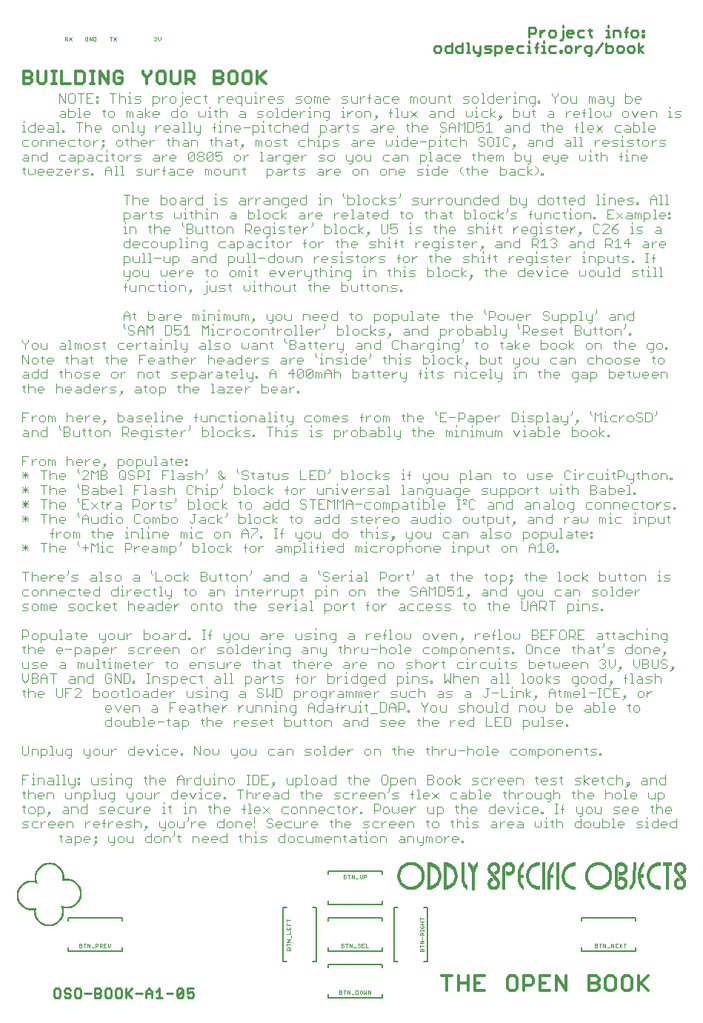
<source format=gbr>
G04 EAGLE Gerber RS-274X export*
G75*
%MOMM*%
%FSLAX34Y34*%
%LPD*%
%INSilkscreen Top*%
%IPPOS*%
%AMOC8*
5,1,8,0,0,1.08239X$1,22.5*%
G01*
%ADD10C,0.355600*%
%ADD11C,0.228600*%
%ADD12C,0.101600*%
%ADD13C,0.330200*%
%ADD14C,0.127000*%
%ADD15R,0.304800X0.025400*%
%ADD16R,0.177800X0.025400*%
%ADD17R,0.152400X0.025400*%
%ADD18R,0.050800X0.025400*%
%ADD19R,0.330200X0.025400*%
%ADD20R,0.406400X0.025400*%
%ADD21R,0.025400X0.025400*%
%ADD22R,0.203200X0.025400*%
%ADD23R,0.076200X0.025400*%
%ADD24R,0.584200X0.025400*%
%ADD25R,0.558800X0.025400*%
%ADD26R,0.381000X0.025400*%
%ADD27R,0.101600X0.025400*%
%ADD28R,0.508000X0.025400*%
%ADD29R,0.812800X0.025400*%
%ADD30R,0.431800X0.025400*%
%ADD31R,0.660400X0.025400*%
%ADD32R,0.355600X0.025400*%
%ADD33R,0.457200X0.025400*%
%ADD34R,0.609600X0.025400*%
%ADD35R,0.533400X0.025400*%
%ADD36R,0.635000X0.025400*%
%ADD37R,0.990600X0.025400*%
%ADD38R,0.127000X0.025400*%
%ADD39R,0.736600X0.025400*%
%ADD40R,0.711200X0.025400*%
%ADD41R,1.117600X0.025400*%
%ADD42R,0.965200X0.025400*%
%ADD43R,0.787400X0.025400*%
%ADD44R,1.244600X0.025400*%
%ADD45R,0.863600X0.025400*%
%ADD46R,0.838200X0.025400*%
%ADD47R,1.346200X0.025400*%
%ADD48R,0.228600X0.025400*%
%ADD49R,0.939800X0.025400*%
%ADD50R,1.219200X0.025400*%
%ADD51R,0.889000X0.025400*%
%ADD52R,0.914400X0.025400*%
%ADD53R,1.447800X0.025400*%
%ADD54R,0.762000X0.025400*%
%ADD55R,0.254000X0.025400*%
%ADD56R,0.685800X0.025400*%
%ADD57R,1.549400X0.025400*%
%ADD58R,0.279400X0.025400*%
%ADD59R,1.041400X0.025400*%
%ADD60R,1.016000X0.025400*%
%ADD61R,1.651000X0.025400*%
%ADD62R,1.066800X0.025400*%
%ADD63R,1.701800X0.025400*%
%ADD64R,1.625600X0.025400*%
%ADD65R,1.803400X0.025400*%
%ADD66R,1.168400X0.025400*%
%ADD67R,1.143000X0.025400*%
%ADD68R,1.854200X0.025400*%
%ADD69R,1.778000X0.025400*%
%ADD70R,1.193800X0.025400*%
%ADD71R,0.482600X0.025400*%
%ADD72R,1.930400X0.025400*%
%ADD73R,1.092200X0.025400*%
%ADD74R,1.879600X0.025400*%
%ADD75R,1.828800X0.025400*%
%ADD76R,1.752600X0.025400*%
%ADD77R,1.727200X0.025400*%
%ADD78R,1.676400X0.025400*%
%ADD79R,1.600200X0.025400*%
%ADD80R,1.574800X0.025400*%
%ADD81R,1.498600X0.025400*%
%ADD82R,1.473200X0.025400*%
%ADD83R,1.397000X0.025400*%
%ADD84R,1.295400X0.025400*%
%ADD85R,1.270000X0.025400*%

G36*
X39457Y87738D02*
X39457Y87738D01*
X39616Y87739D01*
X39776Y87738D01*
X39777Y87738D01*
X39937Y87742D01*
X39938Y87742D01*
X40095Y87747D01*
X40256Y87750D01*
X40414Y87756D01*
X40499Y87758D01*
X40580Y87765D01*
X40664Y87770D01*
X40745Y87777D01*
X40827Y87786D01*
X40909Y87795D01*
X40910Y87795D01*
X40993Y87804D01*
X41075Y87813D01*
X41076Y87813D01*
X41157Y87825D01*
X41236Y87836D01*
X41317Y87849D01*
X41318Y87849D01*
X41400Y87862D01*
X41482Y87876D01*
X41563Y87888D01*
X41644Y87900D01*
X41727Y87914D01*
X41809Y87927D01*
X41887Y87942D01*
X42050Y87966D01*
X42131Y87979D01*
X42212Y87991D01*
X42295Y88001D01*
X42376Y88013D01*
X42543Y88033D01*
X42708Y88060D01*
X42876Y88091D01*
X43040Y88126D01*
X43204Y88163D01*
X43205Y88163D01*
X43368Y88209D01*
X43531Y88254D01*
X43697Y88302D01*
X43860Y88356D01*
X44023Y88411D01*
X44185Y88470D01*
X44347Y88534D01*
X44510Y88598D01*
X44672Y88667D01*
X44832Y88738D01*
X44993Y88811D01*
X45155Y88884D01*
X45155Y88885D01*
X45155Y88884D01*
X45316Y88962D01*
X45477Y89039D01*
X45636Y89120D01*
X45637Y89120D01*
X45795Y89205D01*
X45953Y89290D01*
X46114Y89372D01*
X46273Y89462D01*
X46444Y89554D01*
X46613Y89655D01*
X46779Y89762D01*
X46947Y89866D01*
X46948Y89866D01*
X47112Y89977D01*
X47276Y90096D01*
X47439Y90215D01*
X47604Y90336D01*
X47765Y90462D01*
X47927Y90590D01*
X48085Y90724D01*
X48247Y90861D01*
X48408Y90998D01*
X48567Y91142D01*
X48728Y91288D01*
X48889Y91434D01*
X49051Y91581D01*
X49373Y91893D01*
X49537Y92048D01*
X49700Y92210D01*
X49864Y92370D01*
X50029Y92535D01*
X50697Y93203D01*
X50859Y93370D01*
X51024Y93534D01*
X51024Y93535D01*
X51183Y93699D01*
X51343Y93864D01*
X51500Y94026D01*
X51807Y94353D01*
X51808Y94353D01*
X51956Y94516D01*
X52102Y94677D01*
X52248Y94838D01*
X52249Y94838D01*
X52390Y94999D01*
X52524Y95162D01*
X52661Y95319D01*
X52661Y95320D01*
X52793Y95480D01*
X52793Y95481D01*
X52914Y95641D01*
X53040Y95801D01*
X53157Y95962D01*
X53270Y96119D01*
X53380Y96279D01*
X53486Y96439D01*
X53580Y96598D01*
X53783Y96933D01*
X53965Y97262D01*
X54131Y97590D01*
X54296Y97917D01*
X54444Y98243D01*
X54573Y98568D01*
X54705Y98891D01*
X54705Y98892D01*
X54820Y99213D01*
X54820Y99214D01*
X54921Y99535D01*
X54921Y99536D01*
X55019Y99860D01*
X55105Y100182D01*
X55180Y100503D01*
X55255Y100823D01*
X55317Y101145D01*
X55366Y101470D01*
X55366Y101473D01*
X55367Y101473D01*
X55366Y101473D01*
X55368Y101483D01*
X55370Y101493D01*
X55371Y101503D01*
X55373Y101513D01*
X55374Y101523D01*
X55376Y101533D01*
X55378Y101543D01*
X55379Y101553D01*
X55381Y101563D01*
X55382Y101573D01*
X55384Y101583D01*
X55385Y101588D01*
X55386Y101593D01*
X55386Y101598D01*
X55387Y101603D01*
X55388Y101608D01*
X55389Y101613D01*
X55390Y101618D01*
X55390Y101622D01*
X55390Y101623D01*
X55391Y101627D01*
X55391Y101628D01*
X55392Y101632D01*
X55393Y101637D01*
X55394Y101642D01*
X55394Y101647D01*
X55395Y101652D01*
X55396Y101657D01*
X55397Y101662D01*
X55398Y101667D01*
X55398Y101672D01*
X55399Y101677D01*
X55400Y101682D01*
X55401Y101687D01*
X55402Y101692D01*
X55402Y101697D01*
X55404Y101707D01*
X55406Y101717D01*
X55407Y101727D01*
X55409Y101737D01*
X55410Y101747D01*
X55412Y101757D01*
X55413Y101767D01*
X55414Y101767D01*
X55413Y101767D01*
X55415Y101777D01*
X55417Y101786D01*
X55417Y101787D01*
X55417Y101791D01*
X55417Y101792D01*
X55418Y101796D01*
X55419Y101801D01*
X55420Y101816D01*
X55421Y101816D01*
X55420Y101816D01*
X55421Y101821D01*
X55422Y101831D01*
X55423Y101836D01*
X55425Y101851D01*
X55425Y101856D01*
X55427Y101866D01*
X55427Y101871D01*
X55428Y101876D01*
X55429Y101886D01*
X55430Y101891D01*
X55431Y101906D01*
X55432Y101911D01*
X55433Y101921D01*
X55434Y101926D01*
X55434Y101931D01*
X55436Y101940D01*
X55436Y101941D01*
X55436Y101945D01*
X55436Y101946D01*
X55438Y101960D01*
X55439Y101965D01*
X55440Y101975D01*
X55440Y101980D01*
X55442Y101995D01*
X55443Y102000D01*
X55444Y102010D01*
X55445Y102015D01*
X55445Y102020D01*
X55446Y102030D01*
X55447Y102035D01*
X55449Y102050D01*
X55449Y102055D01*
X55451Y102065D01*
X55451Y102070D01*
X55452Y102075D01*
X55453Y102085D01*
X55454Y102090D01*
X55455Y102104D01*
X55455Y102105D01*
X55456Y102109D01*
X55457Y102116D01*
X55460Y102154D01*
X55474Y102303D01*
X55486Y102445D01*
X55494Y102537D01*
X55495Y102537D01*
X55502Y102621D01*
X55510Y102706D01*
X55516Y102774D01*
X55516Y102785D01*
X55517Y102785D01*
X55516Y102785D01*
X55518Y102805D01*
X55522Y102870D01*
X55527Y102934D01*
X55528Y102954D01*
X55532Y103019D01*
X55537Y103083D01*
X55538Y103101D01*
X55538Y103103D01*
X55542Y103203D01*
X55544Y103247D01*
X55546Y103302D01*
X55548Y103347D01*
X55551Y103434D01*
X55552Y103446D01*
X55555Y103521D01*
X55558Y103585D01*
X55560Y103650D01*
X55563Y103724D01*
X55565Y103767D01*
X55569Y104105D01*
X55570Y104445D01*
X55571Y104559D01*
X55571Y104560D01*
X55570Y104676D01*
X55570Y104912D01*
X55571Y105031D01*
X55572Y105150D01*
X55574Y105269D01*
X55575Y105388D01*
X55575Y105389D01*
X55574Y105510D01*
X55572Y105632D01*
X55572Y105755D01*
X55571Y105876D01*
X55569Y106119D01*
X55569Y106120D01*
X55565Y106244D01*
X55560Y106366D01*
X55560Y106367D01*
X55554Y106493D01*
X55546Y106618D01*
X55539Y106744D01*
X55532Y106869D01*
X55521Y106996D01*
X55510Y107122D01*
X55499Y107249D01*
X55485Y107373D01*
X55484Y107401D01*
X55483Y107401D01*
X55484Y107401D01*
X55476Y107438D01*
X55470Y107481D01*
X55467Y107521D01*
X55466Y107522D01*
X55467Y107522D01*
X55457Y107570D01*
X55452Y107620D01*
X55447Y107669D01*
X55437Y107723D01*
X55431Y107776D01*
X55422Y107831D01*
X55418Y107885D01*
X55417Y107885D01*
X55411Y107938D01*
X55405Y107991D01*
X55400Y108045D01*
X55394Y108093D01*
X55389Y108142D01*
X55386Y108187D01*
X55384Y108225D01*
X55383Y108263D01*
X55384Y108293D01*
X55385Y108315D01*
X55386Y108319D01*
X55387Y108344D01*
X55392Y108358D01*
X55395Y108361D01*
X55402Y108361D01*
X55423Y108357D01*
X55440Y108355D01*
X55469Y108350D01*
X55470Y108350D01*
X55502Y108347D01*
X55537Y108344D01*
X55577Y108339D01*
X55665Y108329D01*
X55712Y108327D01*
X55761Y108322D01*
X55810Y108317D01*
X55857Y108314D01*
X55904Y108308D01*
X55952Y108302D01*
X55953Y108302D01*
X55999Y108300D01*
X56080Y108292D01*
X56119Y108287D01*
X56150Y108284D01*
X56151Y108284D01*
X56178Y108282D01*
X56204Y108279D01*
X56218Y108277D01*
X56336Y108263D01*
X56449Y108253D01*
X56558Y108244D01*
X56671Y108234D01*
X56780Y108226D01*
X56781Y108226D01*
X56889Y108221D01*
X56997Y108216D01*
X57104Y108210D01*
X57210Y108204D01*
X57211Y108204D01*
X57316Y108201D01*
X57421Y108198D01*
X57523Y108196D01*
X57625Y108195D01*
X57729Y108191D01*
X57729Y108192D01*
X57729Y108191D01*
X57832Y108191D01*
X57934Y108190D01*
X58034Y108191D01*
X58137Y108191D01*
X58239Y108190D01*
X58338Y108191D01*
X58545Y108191D01*
X58545Y108192D01*
X58545Y108191D01*
X58645Y108194D01*
X58747Y108193D01*
X59174Y108191D01*
X59595Y108195D01*
X60016Y108204D01*
X60436Y108216D01*
X60859Y108236D01*
X61277Y108265D01*
X61694Y108295D01*
X61695Y108295D01*
X62112Y108344D01*
X62530Y108408D01*
X62945Y108469D01*
X63365Y108550D01*
X63366Y108550D01*
X63781Y108656D01*
X64196Y108761D01*
X64196Y108762D01*
X64616Y108892D01*
X64617Y108892D01*
X65034Y109054D01*
X65449Y109214D01*
X65450Y109214D01*
X65867Y109400D01*
X65867Y109401D01*
X65868Y109401D01*
X66703Y109853D01*
X67123Y110111D01*
X67546Y110411D01*
X67969Y110710D01*
X67969Y110711D01*
X68389Y111047D01*
X68814Y111433D01*
X69116Y111706D01*
X69411Y111981D01*
X69706Y112256D01*
X70001Y112531D01*
X70291Y112811D01*
X70576Y113091D01*
X70861Y113371D01*
X71143Y113654D01*
X71413Y113934D01*
X71686Y114216D01*
X71686Y114217D01*
X71949Y114499D01*
X72204Y114779D01*
X72460Y115059D01*
X72703Y115342D01*
X72934Y115622D01*
X73165Y115902D01*
X73381Y116177D01*
X73382Y116177D01*
X73585Y116455D01*
X73789Y116733D01*
X73976Y117008D01*
X74151Y117281D01*
X74323Y117551D01*
X74477Y117824D01*
X74478Y117824D01*
X74613Y118087D01*
X74753Y118364D01*
X74753Y118365D01*
X74878Y118637D01*
X74991Y118913D01*
X75107Y119190D01*
X75205Y119465D01*
X75205Y119466D01*
X75293Y119741D01*
X75382Y120016D01*
X75461Y120291D01*
X75460Y120291D01*
X75461Y120291D01*
X75524Y120567D01*
X75588Y120842D01*
X75596Y120881D01*
X75608Y120936D01*
X75644Y121115D01*
X75645Y121119D01*
X75645Y121120D01*
X75646Y121125D01*
X75648Y121140D01*
X75649Y121145D01*
X75652Y121160D01*
X75652Y121165D01*
X75655Y121179D01*
X75655Y121180D01*
X75657Y121194D01*
X75658Y121199D01*
X75661Y121214D01*
X75662Y121219D01*
X75664Y121234D01*
X75665Y121239D01*
X75667Y121254D01*
X75668Y121254D01*
X75667Y121254D01*
X75668Y121259D01*
X75671Y121274D01*
X75672Y121279D01*
X75674Y121294D01*
X75675Y121299D01*
X75678Y121314D01*
X75678Y121319D01*
X75680Y121329D01*
X75681Y121334D01*
X75683Y121348D01*
X75684Y121353D01*
X75687Y121368D01*
X75688Y121373D01*
X75690Y121388D01*
X75691Y121393D01*
X75692Y121397D01*
X75693Y121408D01*
X75694Y121413D01*
X75696Y121423D01*
X75697Y121428D01*
X75699Y121443D01*
X75700Y121448D01*
X75703Y121463D01*
X75705Y121478D01*
X75706Y121483D01*
X75708Y121497D01*
X75708Y121498D01*
X75709Y121502D01*
X75709Y121503D01*
X75712Y121517D01*
X75714Y121532D01*
X75715Y121537D01*
X75718Y121552D01*
X75718Y121557D01*
X75720Y121567D01*
X75721Y121572D01*
X75723Y121587D01*
X75724Y121592D01*
X75727Y121607D01*
X75729Y121622D01*
X75730Y121627D01*
X75733Y121642D01*
X75733Y121647D01*
X75734Y121647D01*
X75733Y121647D01*
X75736Y121661D01*
X75736Y121662D01*
X75738Y121675D01*
X75740Y121686D01*
X75740Y121691D01*
X75741Y121696D01*
X75746Y121731D01*
X75746Y121736D01*
X75747Y121741D01*
X75748Y121746D01*
X75752Y121781D01*
X75753Y121786D01*
X75754Y121791D01*
X75758Y121825D01*
X75759Y121830D01*
X75760Y121835D01*
X75760Y121840D01*
X75765Y121875D01*
X75765Y121880D01*
X75766Y121880D01*
X75765Y121880D01*
X75766Y121885D01*
X75771Y121920D01*
X75771Y121925D01*
X75772Y121930D01*
X75773Y121935D01*
X75775Y121953D01*
X75775Y121955D01*
X75776Y121960D01*
X75776Y121965D01*
X75777Y121970D01*
X75778Y121974D01*
X75778Y121975D01*
X75778Y121979D01*
X75778Y121980D01*
X75779Y121984D01*
X75779Y121989D01*
X75780Y121994D01*
X75780Y121999D01*
X75781Y122004D01*
X75782Y122009D01*
X75782Y122014D01*
X75783Y122019D01*
X75783Y122024D01*
X75784Y122029D01*
X75784Y122034D01*
X75785Y122039D01*
X75791Y122094D01*
X75792Y122099D01*
X75792Y122104D01*
X75793Y122109D01*
X75793Y122114D01*
X75794Y122119D01*
X75794Y122124D01*
X75795Y122129D01*
X75796Y122133D01*
X75796Y122134D01*
X75796Y122138D01*
X75796Y122139D01*
X75797Y122143D01*
X75797Y122148D01*
X75798Y122153D01*
X75798Y122158D01*
X75799Y122163D01*
X75799Y122168D01*
X75800Y122168D01*
X75799Y122168D01*
X75800Y122173D01*
X75801Y122178D01*
X75801Y122183D01*
X75802Y122188D01*
X75802Y122193D01*
X75803Y122198D01*
X75803Y122203D01*
X75804Y122208D01*
X75805Y122213D01*
X75805Y122218D01*
X75806Y122223D01*
X75806Y122228D01*
X75807Y122235D01*
X75837Y122515D01*
X75861Y122795D01*
X75861Y122796D01*
X75863Y122829D01*
X75864Y122844D01*
X75865Y122859D01*
X75866Y122874D01*
X75875Y123028D01*
X75876Y123043D01*
X75877Y123058D01*
X75878Y123073D01*
X75878Y123078D01*
X75882Y123137D01*
X75883Y123152D01*
X75886Y123202D01*
X75887Y123217D01*
X75891Y123281D01*
X75895Y123346D01*
X75896Y123361D01*
X75895Y123361D01*
X75896Y123361D01*
X75905Y123646D01*
X75913Y123928D01*
X75920Y124216D01*
X75920Y124506D01*
X75920Y124795D01*
X75920Y124796D01*
X75920Y125390D01*
X75915Y125680D01*
X75915Y125970D01*
X75908Y126252D01*
X75903Y126532D01*
X75893Y126813D01*
X75881Y127090D01*
X75864Y127363D01*
X75846Y127636D01*
X75824Y127908D01*
X75824Y127909D01*
X75792Y128181D01*
X75760Y128454D01*
X75724Y128722D01*
X75723Y128722D01*
X75674Y128997D01*
X75628Y129265D01*
X75569Y129540D01*
X75505Y129815D01*
X75438Y130088D01*
X75357Y130366D01*
X75269Y130646D01*
X75175Y130926D01*
X75072Y131216D01*
X74954Y131506D01*
X74900Y131644D01*
X74844Y131779D01*
X74780Y131917D01*
X74718Y132052D01*
X74655Y132194D01*
X74654Y132194D01*
X74586Y132332D01*
X74443Y132612D01*
X74367Y132757D01*
X74291Y132897D01*
X74212Y133040D01*
X74124Y133182D01*
X74035Y133325D01*
X73952Y133467D01*
X73858Y133610D01*
X73765Y133752D01*
X73765Y133753D01*
X73669Y133893D01*
X73566Y134035D01*
X73465Y134175D01*
X73359Y134315D01*
X73249Y134450D01*
X73138Y134590D01*
X73138Y134591D01*
X73028Y134726D01*
X73027Y134726D01*
X72907Y134861D01*
X72787Y134996D01*
X72664Y135134D01*
X72539Y135269D01*
X72413Y135409D01*
X72283Y135544D01*
X72150Y135682D01*
X72018Y135819D01*
X71885Y135957D01*
X71747Y136094D01*
X71615Y136232D01*
X71475Y136372D01*
X71335Y136512D01*
X71192Y136650D01*
X71052Y136790D01*
X70910Y136932D01*
X70767Y137075D01*
X70625Y137217D01*
X70480Y137357D01*
X70335Y137497D01*
X70192Y137640D01*
X70047Y137784D01*
X70047Y137785D01*
X69900Y137927D01*
X69050Y138777D01*
X68492Y139261D01*
X67934Y139677D01*
X67379Y140094D01*
X66824Y140443D01*
X66823Y140443D01*
X66268Y140738D01*
X65713Y141033D01*
X65712Y141033D01*
X65162Y141269D01*
X64607Y141461D01*
X64051Y141652D01*
X63498Y141797D01*
X62943Y141906D01*
X62388Y142014D01*
X62387Y142013D01*
X62387Y142014D01*
X61830Y142085D01*
X61271Y142133D01*
X60711Y142177D01*
X60710Y142177D01*
X60681Y142178D01*
X60680Y142178D01*
X60539Y142183D01*
X60398Y142188D01*
X60397Y142188D01*
X60256Y142193D01*
X60255Y142193D01*
X60150Y142197D01*
X59959Y142198D01*
X59954Y142198D01*
X59586Y142200D01*
X59199Y142203D01*
X59195Y142203D01*
X59023Y142204D01*
X59022Y142204D01*
X58970Y142203D01*
X58969Y142203D01*
X58741Y142198D01*
X58739Y142198D01*
X58511Y142193D01*
X58510Y142193D01*
X58455Y142192D01*
X58339Y142188D01*
X58338Y142188D01*
X58185Y142183D01*
X58184Y142183D01*
X58031Y142178D01*
X58030Y142178D01*
X57884Y142173D01*
X57877Y142173D01*
X57876Y142173D01*
X57712Y142168D01*
X57548Y142163D01*
X57547Y142163D01*
X57384Y142158D01*
X57383Y142158D01*
X57316Y142156D01*
X57248Y142153D01*
X57132Y142148D01*
X57016Y142143D01*
X57015Y142143D01*
X56900Y142138D01*
X56899Y142138D01*
X56784Y142133D01*
X56783Y142133D01*
X56741Y142132D01*
X56648Y142128D01*
X56647Y142128D01*
X56502Y142123D01*
X56501Y142123D01*
X56355Y142118D01*
X56354Y142118D01*
X56209Y142114D01*
X56208Y142114D01*
X56208Y142113D01*
X56167Y142112D01*
X56182Y142579D01*
X56197Y143049D01*
X56204Y143519D01*
X56211Y143989D01*
X56209Y144458D01*
X56208Y144458D01*
X56209Y144458D01*
X56179Y145392D01*
X56150Y145858D01*
X56149Y145859D01*
X56150Y145859D01*
X56098Y146323D01*
X56049Y146790D01*
X55978Y147254D01*
X55977Y147254D01*
X55978Y147255D01*
X55880Y147715D01*
X55783Y148176D01*
X55663Y148640D01*
X55663Y148641D01*
X55507Y149101D01*
X55351Y149562D01*
X55162Y150021D01*
X55161Y150022D01*
X55162Y150022D01*
X54936Y150479D01*
X54708Y150937D01*
X54443Y151394D01*
X54133Y151851D01*
X53824Y152308D01*
X53823Y152308D01*
X53473Y152767D01*
X53067Y153223D01*
X52934Y153375D01*
X52798Y153526D01*
X52659Y153679D01*
X52524Y153834D01*
X52382Y153985D01*
X52241Y154141D01*
X52100Y154297D01*
X51955Y154452D01*
X51810Y154607D01*
X51664Y154763D01*
X51516Y154920D01*
X51365Y155076D01*
X51214Y155232D01*
X51062Y155389D01*
X50908Y155548D01*
X50596Y155860D01*
X50437Y156015D01*
X50277Y156170D01*
X50116Y156326D01*
X49954Y156483D01*
X49790Y156636D01*
X49625Y156792D01*
X49456Y156946D01*
X49240Y157147D01*
X49016Y157337D01*
X48792Y157522D01*
X48566Y157704D01*
X48565Y157704D01*
X48338Y157882D01*
X48107Y158049D01*
X47875Y158218D01*
X47642Y158377D01*
X47641Y158377D01*
X47407Y158528D01*
X47171Y158681D01*
X46935Y158823D01*
X46699Y158956D01*
X46463Y159089D01*
X46225Y159214D01*
X45989Y159327D01*
X45754Y159444D01*
X45517Y159548D01*
X45284Y159644D01*
X45050Y159740D01*
X44817Y159826D01*
X44816Y159826D01*
X44588Y159902D01*
X44360Y159978D01*
X44359Y159978D01*
X44131Y160045D01*
X43911Y160103D01*
X43911Y160102D01*
X43911Y160103D01*
X43868Y160111D01*
X43830Y160125D01*
X43830Y160124D01*
X43830Y160125D01*
X43789Y160136D01*
X43750Y160150D01*
X43711Y160165D01*
X43671Y160181D01*
X43631Y160196D01*
X43592Y160210D01*
X43552Y160226D01*
X43551Y160226D01*
X43513Y160241D01*
X43476Y160258D01*
X43475Y160258D01*
X43436Y160273D01*
X43397Y160288D01*
X43360Y160305D01*
X43281Y160335D01*
X43281Y160334D01*
X43281Y160335D01*
X43240Y160346D01*
X43203Y160359D01*
X43202Y160359D01*
X43166Y160371D01*
X43165Y160371D01*
X43165Y160372D01*
X43126Y160381D01*
X43087Y160391D01*
X43010Y160408D01*
X42973Y160416D01*
X42938Y160422D01*
X42902Y160428D01*
X42901Y160428D01*
X42862Y160428D01*
X42827Y160434D01*
X42826Y160434D01*
X42787Y160434D01*
X42748Y160434D01*
X42710Y160438D01*
X42706Y160438D01*
X42673Y160440D01*
X42555Y160440D01*
X42554Y160440D01*
X42514Y160437D01*
X42436Y160437D01*
X42435Y160437D01*
X42394Y160434D01*
X42355Y160434D01*
X42314Y160436D01*
X42314Y160435D01*
X42314Y160436D01*
X42196Y160436D01*
X42156Y160437D01*
X42115Y160438D01*
X42111Y160438D01*
X42074Y160440D01*
X42036Y160444D01*
X41971Y160448D01*
X41892Y160453D01*
X41821Y160458D01*
X41814Y160458D01*
X41602Y160475D01*
X41549Y160478D01*
X41467Y160483D01*
X41384Y160488D01*
X41377Y160488D01*
X41301Y160493D01*
X41219Y160498D01*
X41152Y160502D01*
X41134Y160503D01*
X41042Y160508D01*
X41041Y160508D01*
X40949Y160513D01*
X40924Y160514D01*
X40839Y160518D01*
X40722Y160523D01*
X40693Y160524D01*
X40576Y160528D01*
X40575Y160528D01*
X40460Y160531D01*
X40419Y160533D01*
X40418Y160533D01*
X40262Y160538D01*
X40261Y160538D01*
X40226Y160539D01*
X40077Y160543D01*
X40076Y160543D01*
X39989Y160545D01*
X39860Y160548D01*
X39858Y160548D01*
X39753Y160550D01*
X39575Y160553D01*
X39574Y160553D01*
X39573Y160553D01*
X39514Y160553D01*
X39277Y160555D01*
X39040Y160556D01*
X39039Y160556D01*
X38818Y160553D01*
X38816Y160553D01*
X38797Y160552D01*
X38574Y160548D01*
X38572Y160548D01*
X38562Y160547D01*
X38325Y160544D01*
X38324Y160544D01*
X38297Y160543D01*
X38296Y160543D01*
X38159Y160538D01*
X38158Y160538D01*
X38087Y160535D01*
X38037Y160533D01*
X37932Y160528D01*
X37853Y160524D01*
X37830Y160523D01*
X37829Y160523D01*
X37735Y160518D01*
X37641Y160513D01*
X37640Y160513D01*
X37619Y160512D01*
X37553Y160508D01*
X37468Y160503D01*
X37467Y160503D01*
X37387Y160498D01*
X37160Y160480D01*
X36933Y160461D01*
X36932Y160461D01*
X36708Y160440D01*
X36491Y160416D01*
X36409Y160405D01*
X36329Y160396D01*
X36248Y160389D01*
X36167Y160381D01*
X36086Y160374D01*
X36080Y160374D01*
X36014Y160369D01*
X36004Y160368D01*
X35947Y160364D01*
X35922Y160362D01*
X35841Y160354D01*
X35830Y160354D01*
X35762Y160350D01*
X35762Y160349D01*
X35762Y160350D01*
X35681Y160342D01*
X35628Y160339D01*
X35602Y160337D01*
X35521Y160330D01*
X35440Y160323D01*
X35440Y160322D01*
X35361Y160313D01*
X35282Y160304D01*
X35203Y160294D01*
X35125Y160283D01*
X35051Y160275D01*
X34977Y160265D01*
X34902Y160251D01*
X34828Y160236D01*
X34754Y160222D01*
X34683Y160204D01*
X34615Y160189D01*
X34615Y160188D01*
X34557Y160173D01*
X34500Y160157D01*
X34500Y160156D01*
X34500Y160157D01*
X34443Y160139D01*
X34385Y160118D01*
X34326Y160099D01*
X34267Y160074D01*
X34207Y160051D01*
X34150Y160029D01*
X34091Y160004D01*
X34032Y159979D01*
X33974Y159954D01*
X33916Y159929D01*
X33854Y159902D01*
X33796Y159876D01*
X33739Y159850D01*
X33677Y159823D01*
X33616Y159796D01*
X33558Y159771D01*
X33500Y159745D01*
X33439Y159718D01*
X33376Y159692D01*
X33314Y159666D01*
X33255Y159642D01*
X33194Y159620D01*
X33193Y159620D01*
X33009Y159548D01*
X32826Y159476D01*
X32647Y159400D01*
X32466Y159320D01*
X32287Y159239D01*
X32111Y159154D01*
X31933Y159067D01*
X31755Y158975D01*
X31755Y158974D01*
X31755Y158975D01*
X31406Y158783D01*
X31231Y158682D01*
X31055Y158573D01*
X30879Y158465D01*
X30878Y158465D01*
X30706Y158352D01*
X30531Y158232D01*
X30354Y158110D01*
X30354Y158109D01*
X30179Y157984D01*
X30001Y157848D01*
X29826Y157714D01*
X29825Y157714D01*
X29647Y157573D01*
X29647Y157572D01*
X29469Y157421D01*
X29290Y157272D01*
X29290Y157271D01*
X29109Y157113D01*
X28927Y156946D01*
X28701Y156740D01*
X28470Y156528D01*
X28233Y156308D01*
X27999Y156091D01*
X27762Y155871D01*
X27522Y155644D01*
X27285Y155419D01*
X27048Y155189D01*
X26812Y154958D01*
X26579Y154725D01*
X26344Y154488D01*
X26119Y154251D01*
X25892Y154011D01*
X25671Y153770D01*
X25458Y153526D01*
X25247Y153285D01*
X25044Y153041D01*
X24853Y152795D01*
X24661Y152549D01*
X24480Y152302D01*
X24317Y152058D01*
X24151Y151811D01*
X24000Y151564D01*
X24000Y151563D01*
X23867Y151318D01*
X23608Y150835D01*
X23380Y150355D01*
X23381Y150354D01*
X23380Y150354D01*
X23186Y149875D01*
X22991Y149398D01*
X22991Y149397D01*
X22829Y148921D01*
X22829Y148920D01*
X22691Y148444D01*
X22554Y147967D01*
X22553Y147967D01*
X22448Y147493D01*
X22446Y147480D01*
X22423Y147356D01*
X22401Y147232D01*
X22400Y147232D01*
X22383Y147138D01*
X22383Y147137D01*
X22362Y147019D01*
X22361Y147013D01*
X22338Y146889D01*
X22321Y146795D01*
X22316Y146765D01*
X22299Y146670D01*
X22276Y146546D01*
X22276Y146544D01*
X22275Y146536D01*
X22273Y146526D01*
X22272Y146516D01*
X22271Y146507D01*
X22271Y146506D01*
X22269Y146497D01*
X22268Y146487D01*
X22262Y146442D01*
X22261Y146432D01*
X22259Y146422D01*
X22258Y146412D01*
X22257Y146402D01*
X22255Y146392D01*
X22254Y146382D01*
X22253Y146372D01*
X22252Y146372D01*
X22248Y146338D01*
X22246Y146328D01*
X22245Y146318D01*
X22244Y146308D01*
X22242Y146298D01*
X22241Y146288D01*
X22240Y146278D01*
X22238Y146268D01*
X22237Y146258D01*
X22232Y146223D01*
X22231Y146213D01*
X22230Y146203D01*
X22228Y146193D01*
X22227Y146184D01*
X22227Y146183D01*
X22226Y146174D01*
X22224Y146164D01*
X22223Y146154D01*
X22217Y146109D01*
X22216Y146099D01*
X22215Y146099D01*
X22216Y146099D01*
X22214Y146089D01*
X22213Y146079D01*
X22212Y146073D01*
X22212Y146072D01*
X22211Y146064D01*
X22206Y146010D01*
X22195Y145890D01*
X22180Y145716D01*
X22169Y145599D01*
X22169Y145597D01*
X22164Y145543D01*
X22158Y145478D01*
X22153Y145423D01*
X22147Y145359D01*
X22142Y145304D01*
X22136Y145239D01*
X22126Y145127D01*
X22126Y145126D01*
X22125Y145115D01*
X22124Y145100D01*
X22124Y145085D01*
X22123Y145071D01*
X22123Y145070D01*
X22122Y145056D01*
X22121Y145041D01*
X22120Y145026D01*
X22120Y145011D01*
X22119Y144996D01*
X22100Y144653D01*
X22090Y144182D01*
X22079Y143709D01*
X22085Y143236D01*
X22101Y142763D01*
X22119Y142289D01*
X22119Y142288D01*
X22147Y141816D01*
X22147Y141815D01*
X22181Y141341D01*
X22217Y140869D01*
X22217Y140868D01*
X22259Y140394D01*
X22303Y139923D01*
X22127Y139957D01*
X21946Y139986D01*
X21763Y140009D01*
X21581Y140031D01*
X21399Y140051D01*
X21217Y140066D01*
X21036Y140080D01*
X21035Y140080D01*
X21018Y140081D01*
X20926Y140086D01*
X20854Y140090D01*
X20832Y140091D01*
X20831Y140091D01*
X20727Y140096D01*
X20673Y140099D01*
X20603Y140101D01*
X20602Y140101D01*
X20492Y140105D01*
X20434Y140106D01*
X20433Y140106D01*
X20312Y140109D01*
X20130Y140111D01*
X20129Y140111D01*
X19950Y140115D01*
X19949Y140115D01*
X19769Y140114D01*
X19591Y140112D01*
X19419Y140111D01*
X19415Y140111D01*
X19410Y140111D01*
X19231Y140109D01*
X19112Y140106D01*
X19110Y140106D01*
X19053Y140105D01*
X18876Y140102D01*
X18782Y140101D01*
X18779Y140101D01*
X18697Y140100D01*
X18696Y140100D01*
X18518Y140096D01*
X18509Y140096D01*
X18507Y140096D01*
X18342Y140094D01*
X18164Y140093D01*
X18163Y140093D01*
X17623Y140093D01*
X17553Y140091D01*
X17552Y140091D01*
X17307Y140086D01*
X17305Y140086D01*
X17257Y140085D01*
X17178Y140081D01*
X17080Y140076D01*
X17079Y140076D01*
X16981Y140071D01*
X16892Y140067D01*
X16883Y140066D01*
X16882Y140066D01*
X16784Y140061D01*
X16686Y140056D01*
X16588Y140051D01*
X16587Y140051D01*
X16527Y140048D01*
X16163Y140019D01*
X15801Y139978D01*
X15437Y139937D01*
X15075Y139881D01*
X14350Y139741D01*
X13987Y139654D01*
X13626Y139551D01*
X13266Y139446D01*
X12904Y139325D01*
X12903Y139325D01*
X12542Y139180D01*
X12182Y139036D01*
X11821Y138871D01*
X11458Y138683D01*
X11096Y138495D01*
X10737Y138284D01*
X10376Y138045D01*
X10014Y137808D01*
X10013Y137808D01*
X9652Y137543D01*
X9288Y137251D01*
X9198Y137177D01*
X9107Y137103D01*
X9017Y137026D01*
X8927Y136948D01*
X8837Y136868D01*
X8749Y136787D01*
X8659Y136707D01*
X8572Y136625D01*
X8482Y136540D01*
X8394Y136457D01*
X8304Y136372D01*
X8216Y136286D01*
X8127Y136200D01*
X8038Y136113D01*
X7947Y136024D01*
X7857Y135935D01*
X7767Y135845D01*
X7495Y135572D01*
X7403Y135480D01*
X7313Y135388D01*
X7220Y135295D01*
X7127Y135203D01*
X7040Y135115D01*
X6952Y135029D01*
X6862Y134942D01*
X6771Y134854D01*
X6680Y134768D01*
X6588Y134678D01*
X6497Y134590D01*
X6405Y134503D01*
X6312Y134414D01*
X6219Y134326D01*
X6125Y134235D01*
X6032Y134144D01*
X5939Y134053D01*
X5845Y133962D01*
X5752Y133869D01*
X5660Y133777D01*
X5568Y133684D01*
X5475Y133590D01*
X5383Y133495D01*
X5204Y133306D01*
X5114Y133209D01*
X5025Y133112D01*
X5024Y133112D01*
X4938Y133014D01*
X4531Y132549D01*
X4530Y132549D01*
X4173Y132088D01*
X3860Y131632D01*
X3548Y131173D01*
X3281Y130720D01*
X3281Y130719D01*
X3051Y130269D01*
X2824Y129818D01*
X2824Y129817D01*
X2633Y129367D01*
X2633Y129366D01*
X2475Y128918D01*
X2318Y128468D01*
X2317Y128468D01*
X2191Y128022D01*
X2090Y127573D01*
X1991Y127124D01*
X1990Y127118D01*
X1988Y127109D01*
X1988Y127108D01*
X1986Y127094D01*
X1984Y127084D01*
X1982Y127074D01*
X1981Y127064D01*
X1980Y127059D01*
X1978Y127049D01*
X1976Y127039D01*
X1975Y127029D01*
X1974Y127024D01*
X1972Y127014D01*
X1971Y127004D01*
X1969Y126994D01*
X1966Y126979D01*
X1965Y126969D01*
X1963Y126959D01*
X1961Y126945D01*
X1961Y126944D01*
X1959Y126935D01*
X1957Y126925D01*
X1956Y126915D01*
X1955Y126910D01*
X1953Y126900D01*
X1952Y126890D01*
X1950Y126880D01*
X1947Y126865D01*
X1946Y126855D01*
X1944Y126845D01*
X1942Y126830D01*
X1940Y126820D01*
X1938Y126810D01*
X1937Y126800D01*
X1936Y126795D01*
X1934Y126786D01*
X1934Y126785D01*
X1932Y126776D01*
X1931Y126766D01*
X1930Y126761D01*
X1928Y126751D01*
X1927Y126741D01*
X1925Y126731D01*
X1922Y126716D01*
X1921Y126706D01*
X1919Y126696D01*
X1917Y126681D01*
X1916Y126676D01*
X1916Y126675D01*
X1915Y126671D01*
X1914Y126661D01*
X1913Y126651D01*
X1912Y126641D01*
X1910Y126632D01*
X1910Y126631D01*
X1909Y126622D01*
X1908Y126612D01*
X1907Y126602D01*
X1905Y126592D01*
X1904Y126582D01*
X1903Y126572D01*
X1902Y126562D01*
X1901Y126552D01*
X1899Y126542D01*
X1898Y126532D01*
X1897Y126522D01*
X1896Y126512D01*
X1894Y126502D01*
X1893Y126492D01*
X1892Y126482D01*
X1891Y126473D01*
X1891Y126472D01*
X1890Y126463D01*
X1888Y126453D01*
X1887Y126443D01*
X1886Y126433D01*
X1885Y126423D01*
X1884Y126413D01*
X1883Y126413D01*
X1884Y126413D01*
X1882Y126403D01*
X1881Y126393D01*
X1880Y126383D01*
X1879Y126373D01*
X1877Y126363D01*
X1876Y126353D01*
X1875Y126343D01*
X1874Y126333D01*
X1873Y126323D01*
X1871Y126314D01*
X1871Y126313D01*
X1870Y126304D01*
X1869Y126294D01*
X1868Y126284D01*
X1866Y126274D01*
X1865Y126264D01*
X1864Y126254D01*
X1863Y126244D01*
X1862Y126234D01*
X1860Y126225D01*
X1860Y126224D01*
X1859Y126214D01*
X1858Y126204D01*
X1857Y126194D01*
X1855Y126184D01*
X1854Y126174D01*
X1853Y126164D01*
X1852Y126155D01*
X1852Y126154D01*
X1851Y126145D01*
X1849Y126135D01*
X1848Y126125D01*
X1847Y126115D01*
X1846Y126105D01*
X1845Y126095D01*
X1844Y126095D01*
X1845Y126095D01*
X1843Y126085D01*
X1842Y126075D01*
X1841Y126065D01*
X1840Y126055D01*
X1838Y126045D01*
X1837Y126035D01*
X1836Y126025D01*
X1835Y126015D01*
X1834Y126005D01*
X1832Y125996D01*
X1832Y125995D01*
X1831Y125986D01*
X1830Y125976D01*
X1829Y125966D01*
X1827Y125956D01*
X1826Y125946D01*
X1825Y125936D01*
X1824Y125926D01*
X1823Y125916D01*
X1821Y125906D01*
X1820Y125896D01*
X1819Y125886D01*
X1818Y125876D01*
X1816Y125866D01*
X1815Y125856D01*
X1815Y125851D01*
X1814Y125846D01*
X1813Y125841D01*
X1813Y125837D01*
X1813Y125836D01*
X1812Y125832D01*
X1812Y125831D01*
X1812Y125827D01*
X1811Y125822D01*
X1810Y125817D01*
X1810Y125812D01*
X1809Y125807D01*
X1809Y125802D01*
X1808Y125797D01*
X1807Y125792D01*
X1807Y125787D01*
X1806Y125782D01*
X1806Y125777D01*
X1805Y125777D01*
X1806Y125777D01*
X1805Y125774D01*
X1804Y125762D01*
X1801Y125727D01*
X1798Y125692D01*
X1795Y125658D01*
X1784Y125528D01*
X1781Y125494D01*
X1779Y125459D01*
X1776Y125424D01*
X1767Y125323D01*
X1766Y125300D01*
X1764Y125265D01*
X1762Y125230D01*
X1761Y125196D01*
X1761Y125195D01*
X1759Y125161D01*
X1757Y125126D01*
X1755Y125091D01*
X1750Y124992D01*
X1748Y124957D01*
X1747Y124922D01*
X1745Y124887D01*
X1744Y124867D01*
X1738Y124763D01*
X1737Y124738D01*
X1731Y124629D01*
X1730Y124604D01*
X1729Y124604D01*
X1730Y124604D01*
X1728Y124579D01*
X1724Y124495D01*
X1722Y124470D01*
X1721Y124445D01*
X1719Y124413D01*
X1719Y124412D01*
X1707Y123955D01*
X1702Y123494D01*
X1697Y123032D01*
X1697Y122096D01*
X1697Y121631D01*
X1717Y121169D01*
X1757Y120706D01*
X1799Y120244D01*
X1860Y119782D01*
X1861Y119782D01*
X1860Y119782D01*
X1949Y119323D01*
X2037Y118863D01*
X2150Y118404D01*
X2151Y118403D01*
X2150Y118403D01*
X2291Y117946D01*
X2290Y117946D01*
X2430Y117489D01*
X2431Y117489D01*
X2599Y117033D01*
X2797Y116580D01*
X2994Y116127D01*
X2995Y116127D01*
X2995Y116126D01*
X3224Y115676D01*
X3225Y115676D01*
X3224Y115675D01*
X3486Y115227D01*
X3746Y114780D01*
X3747Y114780D01*
X4044Y114335D01*
X4374Y113894D01*
X4705Y113453D01*
X5072Y113014D01*
X5073Y113014D01*
X5072Y113014D01*
X5478Y112582D01*
X5883Y112147D01*
X6328Y111717D01*
X6814Y111292D01*
X7413Y110617D01*
X7414Y110616D01*
X8016Y110024D01*
X8623Y109508D01*
X9229Y108990D01*
X9230Y108990D01*
X9840Y108549D01*
X9840Y108548D01*
X10451Y108171D01*
X11061Y107794D01*
X11062Y107794D01*
X11676Y107480D01*
X11676Y107479D01*
X12290Y107221D01*
X12905Y106964D01*
X12905Y106963D01*
X13521Y106760D01*
X13522Y106760D01*
X13522Y106759D01*
X14750Y106440D01*
X15367Y106325D01*
X15367Y106324D01*
X15980Y106242D01*
X16596Y106160D01*
X17209Y106112D01*
X17821Y106087D01*
X18432Y106063D01*
X19042Y106063D01*
X19647Y106076D01*
X20255Y106090D01*
X20859Y106116D01*
X21451Y106146D01*
X21441Y105710D01*
X21429Y105270D01*
X21430Y105269D01*
X21429Y105269D01*
X21428Y104828D01*
X21426Y104386D01*
X21432Y103945D01*
X21450Y103504D01*
X21469Y103063D01*
X21499Y102622D01*
X21500Y102622D01*
X21499Y102622D01*
X21546Y102180D01*
X21593Y101740D01*
X21657Y101298D01*
X21657Y101297D01*
X21743Y100858D01*
X21829Y100418D01*
X21934Y99978D01*
X21935Y99978D01*
X22071Y99534D01*
X22203Y99097D01*
X22204Y99097D01*
X22366Y98655D01*
X22366Y98654D01*
X22559Y98213D01*
X22749Y97775D01*
X22975Y97332D01*
X23233Y96892D01*
X23492Y96454D01*
X23493Y96454D01*
X23789Y96013D01*
X23789Y96012D01*
X24125Y95573D01*
X24215Y95456D01*
X24306Y95341D01*
X24306Y95340D01*
X24399Y95227D01*
X24493Y95114D01*
X24591Y95001D01*
X24689Y94888D01*
X24789Y94776D01*
X24890Y94666D01*
X24994Y94554D01*
X25098Y94442D01*
X25203Y94331D01*
X25203Y94330D01*
X25307Y94224D01*
X25412Y94117D01*
X25519Y94007D01*
X25625Y93898D01*
X25734Y93790D01*
X25842Y93682D01*
X25950Y93574D01*
X26058Y93466D01*
X26167Y93359D01*
X26275Y93251D01*
X26385Y93144D01*
X26493Y93036D01*
X26822Y92707D01*
X26932Y92596D01*
X27044Y92482D01*
X27265Y92261D01*
X27376Y92150D01*
X27486Y92040D01*
X27596Y91933D01*
X27706Y91822D01*
X27817Y91717D01*
X27924Y91612D01*
X28031Y91508D01*
X28142Y91403D01*
X28252Y91301D01*
X28361Y91199D01*
X28469Y91101D01*
X28579Y91004D01*
X28688Y90907D01*
X28800Y90812D01*
X28907Y90723D01*
X29020Y90629D01*
X29129Y90542D01*
X29241Y90457D01*
X29404Y90331D01*
X29570Y90211D01*
X29734Y90100D01*
X29899Y89985D01*
X30065Y89876D01*
X30230Y89775D01*
X30397Y89672D01*
X30564Y89574D01*
X30731Y89480D01*
X30898Y89387D01*
X31066Y89298D01*
X31231Y89214D01*
X31400Y89126D01*
X31400Y89127D01*
X31400Y89126D01*
X31567Y89048D01*
X31901Y88891D01*
X32066Y88819D01*
X32402Y88674D01*
X32566Y88607D01*
X32732Y88542D01*
X32894Y88478D01*
X33058Y88416D01*
X33222Y88354D01*
X33280Y88333D01*
X33334Y88313D01*
X33390Y88291D01*
X33446Y88269D01*
X33503Y88247D01*
X33560Y88225D01*
X33616Y88203D01*
X33672Y88181D01*
X33729Y88158D01*
X33788Y88134D01*
X33844Y88112D01*
X33845Y88112D01*
X33899Y88092D01*
X34012Y88048D01*
X34067Y88029D01*
X34125Y88009D01*
X34179Y87989D01*
X34289Y87952D01*
X34345Y87934D01*
X34345Y87933D01*
X34398Y87918D01*
X34503Y87886D01*
X34557Y87871D01*
X34626Y87851D01*
X34627Y87851D01*
X34697Y87838D01*
X34769Y87826D01*
X34843Y87817D01*
X34919Y87809D01*
X34997Y87803D01*
X35074Y87797D01*
X35237Y87792D01*
X35317Y87793D01*
X35400Y87793D01*
X35485Y87795D01*
X35568Y87795D01*
X35654Y87797D01*
X35655Y87797D01*
X35737Y87801D01*
X35823Y87803D01*
X35907Y87804D01*
X35908Y87804D01*
X35991Y87809D01*
X36077Y87812D01*
X36160Y87812D01*
X36245Y87813D01*
X36329Y87813D01*
X36408Y87814D01*
X36491Y87813D01*
X36659Y87809D01*
X36830Y87803D01*
X36998Y87799D01*
X37167Y87792D01*
X37334Y87787D01*
X37666Y87775D01*
X37833Y87770D01*
X37995Y87765D01*
X38161Y87759D01*
X38324Y87755D01*
X38487Y87750D01*
X38650Y87747D01*
X38813Y87743D01*
X38974Y87742D01*
X39135Y87740D01*
X39297Y87736D01*
X39457Y87738D01*
G37*
%LPC*%
G36*
X38877Y89905D02*
X38877Y89905D01*
X38465Y89905D01*
X38293Y89907D01*
X38291Y89907D01*
X38256Y89907D01*
X38052Y89910D01*
X37879Y89912D01*
X37877Y89912D01*
X37848Y89912D01*
X37655Y89917D01*
X37654Y89917D01*
X37642Y89917D01*
X37447Y89922D01*
X37446Y89922D01*
X37435Y89922D01*
X37233Y89926D01*
X37165Y89927D01*
X37163Y89927D01*
X37150Y89927D01*
X37067Y89927D01*
X36981Y89929D01*
X36894Y89931D01*
X36818Y89932D01*
X36815Y89932D01*
X36806Y89932D01*
X36802Y89932D01*
X36801Y89932D01*
X36720Y89929D01*
X36635Y89927D01*
X36634Y89927D01*
X36458Y89927D01*
X36370Y89928D01*
X36196Y89931D01*
X36120Y89932D01*
X36118Y89932D01*
X36109Y89932D01*
X36024Y89936D01*
X35998Y89937D01*
X35940Y89939D01*
X35899Y89942D01*
X35898Y89942D01*
X35856Y89944D01*
X35814Y89947D01*
X35773Y89949D01*
X35613Y89966D01*
X35535Y89976D01*
X35460Y89989D01*
X35385Y90003D01*
X35313Y90019D01*
X35244Y90039D01*
X35022Y90101D01*
X34798Y90167D01*
X34571Y90240D01*
X34344Y90312D01*
X34116Y90388D01*
X33886Y90473D01*
X33655Y90557D01*
X33424Y90645D01*
X33191Y90741D01*
X32958Y90837D01*
X32726Y90939D01*
X32492Y91049D01*
X32259Y91160D01*
X32029Y91274D01*
X31796Y91399D01*
X31565Y91522D01*
X31335Y91654D01*
X31106Y91794D01*
X30876Y91933D01*
X30648Y92083D01*
X30426Y92239D01*
X30200Y92396D01*
X29978Y92562D01*
X29760Y92737D01*
X29531Y92920D01*
X29305Y93112D01*
X29080Y93310D01*
X28854Y93511D01*
X28630Y93718D01*
X28630Y93719D01*
X28410Y93931D01*
X28190Y94143D01*
X27973Y94363D01*
X27759Y94587D01*
X27546Y94811D01*
X27338Y95040D01*
X27137Y95272D01*
X26937Y95504D01*
X26741Y95740D01*
X26554Y95976D01*
X26368Y96211D01*
X26186Y96452D01*
X26016Y96690D01*
X25847Y96928D01*
X25687Y97167D01*
X25537Y97405D01*
X25390Y97641D01*
X25253Y97876D01*
X25127Y98110D01*
X24884Y98564D01*
X24673Y99021D01*
X24491Y99477D01*
X24313Y99933D01*
X24164Y100392D01*
X24040Y100853D01*
X23916Y101313D01*
X23821Y101773D01*
X23750Y102233D01*
X23676Y102694D01*
X23628Y103157D01*
X23602Y103618D01*
X23575Y104079D01*
X23568Y104541D01*
X23580Y105000D01*
X23591Y105461D01*
X23595Y105513D01*
X23596Y105538D01*
X23599Y105593D01*
X23603Y105647D01*
X23604Y105672D01*
X23606Y105702D01*
X23608Y105727D01*
X23611Y105781D01*
X23614Y105836D01*
X23615Y105836D01*
X23614Y105836D01*
X23616Y105861D01*
X23619Y105915D01*
X23619Y105916D01*
X23620Y105919D01*
X23664Y106378D01*
X23708Y106837D01*
X23710Y106850D01*
X23710Y106855D01*
X23711Y106860D01*
X23711Y106865D01*
X23714Y106884D01*
X23715Y106889D01*
X23715Y106894D01*
X23716Y106899D01*
X23719Y106924D01*
X23720Y106929D01*
X23720Y106934D01*
X23723Y106959D01*
X23724Y106964D01*
X23725Y106969D01*
X23728Y106994D01*
X23728Y106999D01*
X23729Y107004D01*
X23730Y107009D01*
X23732Y107028D01*
X23732Y107029D01*
X23733Y107033D01*
X23733Y107034D01*
X23733Y107038D01*
X23734Y107038D01*
X23733Y107038D01*
X23734Y107043D01*
X23737Y107063D01*
X23737Y107068D01*
X23738Y107073D01*
X23739Y107078D01*
X23741Y107098D01*
X23742Y107103D01*
X23742Y107108D01*
X23743Y107113D01*
X23746Y107138D01*
X23747Y107143D01*
X23747Y107148D01*
X23750Y107173D01*
X23751Y107173D01*
X23750Y107173D01*
X23751Y107178D01*
X23752Y107183D01*
X23755Y107207D01*
X23756Y107212D01*
X23756Y107217D01*
X23757Y107222D01*
X23759Y107242D01*
X23760Y107247D01*
X23761Y107252D01*
X23761Y107257D01*
X23764Y107277D01*
X23764Y107282D01*
X23765Y107287D01*
X23766Y107292D01*
X23766Y107293D01*
X23836Y107749D01*
X23905Y108203D01*
X23913Y108251D01*
X23933Y108360D01*
X23947Y108435D01*
X23966Y108544D01*
X23986Y108653D01*
X23987Y108656D01*
X24075Y109106D01*
X24075Y109107D01*
X24075Y109108D01*
X24073Y109109D01*
X24072Y109111D01*
X24071Y109111D01*
X24070Y109111D01*
X24069Y109111D01*
X23751Y108990D01*
X23429Y108879D01*
X23108Y108782D01*
X22787Y108686D01*
X22463Y108603D01*
X22138Y108532D01*
X21814Y108460D01*
X21488Y108402D01*
X21161Y108352D01*
X20836Y108305D01*
X20586Y108276D01*
X20542Y108271D01*
X20509Y108268D01*
X20181Y108242D01*
X20176Y108242D01*
X19924Y108222D01*
X19853Y108216D01*
X19770Y108212D01*
X19676Y108207D01*
X19675Y108207D01*
X19581Y108202D01*
X19527Y108199D01*
X19388Y108197D01*
X19386Y108197D01*
X19200Y108194D01*
X19105Y108192D01*
X19104Y108192D01*
X18884Y108187D01*
X18883Y108187D01*
X18873Y108187D01*
X18854Y108187D01*
X18851Y108187D01*
X18548Y108190D01*
X18503Y108192D01*
X18502Y108192D01*
X18357Y108197D01*
X18356Y108197D01*
X18223Y108201D01*
X18213Y108202D01*
X18212Y108202D01*
X18080Y108207D01*
X17948Y108212D01*
X17947Y108212D01*
X17896Y108214D01*
X17846Y108217D01*
X17764Y108222D01*
X17682Y108227D01*
X17600Y108232D01*
X17572Y108233D01*
X17248Y108263D01*
X16925Y108291D01*
X16603Y108328D01*
X16284Y108372D01*
X15963Y108418D01*
X15639Y108472D01*
X15316Y108539D01*
X14992Y108608D01*
X14665Y108689D01*
X14339Y108785D01*
X14012Y108880D01*
X13686Y108991D01*
X13358Y109117D01*
X13030Y109244D01*
X12701Y109386D01*
X12374Y109548D01*
X12048Y109710D01*
X11720Y109888D01*
X11393Y110087D01*
X11068Y110287D01*
X10741Y110506D01*
X10417Y110747D01*
X10094Y110986D01*
X9773Y111249D01*
X9452Y111535D01*
X9133Y111820D01*
X8815Y112128D01*
X8499Y112463D01*
X8099Y112846D01*
X7724Y113238D01*
X7379Y113635D01*
X7033Y114030D01*
X6715Y114432D01*
X6423Y114837D01*
X6130Y115245D01*
X5864Y115654D01*
X5623Y116066D01*
X5384Y116480D01*
X5168Y116895D01*
X4979Y117312D01*
X4790Y117730D01*
X4624Y118151D01*
X4483Y118572D01*
X4343Y118992D01*
X4225Y119414D01*
X4130Y119836D01*
X4036Y120257D01*
X3966Y120678D01*
X3917Y121098D01*
X3869Y121519D01*
X3843Y121937D01*
X3838Y122352D01*
X3834Y122756D01*
X3837Y123159D01*
X3849Y123562D01*
X3863Y123966D01*
X3864Y123987D01*
X3866Y124022D01*
X3868Y124056D01*
X3871Y124111D01*
X3872Y124146D01*
X3874Y124181D01*
X3879Y124270D01*
X3881Y124305D01*
X3885Y124369D01*
X3922Y124772D01*
X3958Y125175D01*
X3959Y125179D01*
X3961Y125194D01*
X3963Y125209D01*
X3964Y125219D01*
X3965Y125224D01*
X3966Y125234D01*
X3967Y125239D01*
X3968Y125249D01*
X3969Y125254D01*
X3970Y125264D01*
X3972Y125279D01*
X3974Y125294D01*
X3976Y125309D01*
X3977Y125318D01*
X3977Y125319D01*
X3977Y125323D01*
X3979Y125333D01*
X3979Y125338D01*
X3981Y125348D01*
X3981Y125353D01*
X3983Y125363D01*
X3984Y125378D01*
X3986Y125393D01*
X3988Y125408D01*
X3990Y125418D01*
X3990Y125423D01*
X3991Y125433D01*
X3992Y125438D01*
X3993Y125448D01*
X3994Y125453D01*
X3995Y125463D01*
X3997Y125477D01*
X3997Y125478D01*
X3999Y125492D01*
X4001Y125507D01*
X4002Y125517D01*
X4003Y125522D01*
X4004Y125532D01*
X4005Y125537D01*
X4006Y125547D01*
X4007Y125552D01*
X4008Y125562D01*
X4010Y125577D01*
X4011Y125582D01*
X4012Y125587D01*
X4014Y125602D01*
X4015Y125607D01*
X4017Y125622D01*
X4018Y125627D01*
X4021Y125641D01*
X4022Y125646D01*
X4024Y125661D01*
X4025Y125666D01*
X4027Y125681D01*
X4028Y125686D01*
X4031Y125701D01*
X4032Y125706D01*
X4034Y125721D01*
X4035Y125726D01*
X4037Y125741D01*
X4038Y125746D01*
X4041Y125761D01*
X4042Y125766D01*
X4044Y125781D01*
X4045Y125786D01*
X4047Y125800D01*
X4048Y125800D01*
X4047Y125800D01*
X4048Y125805D01*
X4051Y125820D01*
X4052Y125825D01*
X4054Y125840D01*
X4055Y125845D01*
X4058Y125860D01*
X4061Y125880D01*
X4063Y125895D01*
X4064Y125900D01*
X4067Y125915D01*
X4068Y125920D01*
X4070Y125935D01*
X4071Y125940D01*
X4073Y125954D01*
X4073Y125955D01*
X4074Y125959D01*
X4077Y125974D01*
X4077Y125979D01*
X4078Y125979D01*
X4080Y125994D01*
X4081Y125999D01*
X4083Y126014D01*
X4084Y126019D01*
X4087Y126034D01*
X4088Y126039D01*
X4090Y126054D01*
X4091Y126059D01*
X4093Y126074D01*
X4094Y126079D01*
X4097Y126094D01*
X4098Y126099D01*
X4100Y126113D01*
X4100Y126114D01*
X4101Y126118D01*
X4103Y126133D01*
X4104Y126133D01*
X4103Y126133D01*
X4104Y126138D01*
X4107Y126153D01*
X4108Y126158D01*
X4110Y126173D01*
X4111Y126178D01*
X4114Y126193D01*
X4116Y126208D01*
X4117Y126213D01*
X4119Y126228D01*
X4120Y126233D01*
X4123Y126248D01*
X4124Y126253D01*
X4126Y126267D01*
X4126Y126268D01*
X4127Y126272D01*
X4127Y126273D01*
X4129Y126287D01*
X4130Y126292D01*
X4133Y126307D01*
X4134Y126312D01*
X4136Y126327D01*
X4137Y126332D01*
X4139Y126347D01*
X4140Y126352D01*
X4143Y126367D01*
X4144Y126372D01*
X4145Y126380D01*
X4230Y126782D01*
X4337Y127183D01*
X4443Y127585D01*
X4569Y127985D01*
X4720Y128386D01*
X4869Y128787D01*
X5045Y129188D01*
X5248Y129587D01*
X5450Y129986D01*
X5680Y130388D01*
X5941Y130787D01*
X6203Y131186D01*
X6494Y131585D01*
X6822Y131984D01*
X7204Y132447D01*
X7587Y132879D01*
X7973Y133283D01*
X7974Y133283D01*
X8362Y133686D01*
X8753Y134060D01*
X9146Y134407D01*
X9539Y134753D01*
X9937Y135070D01*
X10336Y135361D01*
X10734Y135651D01*
X11136Y135915D01*
X11538Y136153D01*
X11941Y136391D01*
X12345Y136603D01*
X12750Y136793D01*
X13153Y136982D01*
X13558Y137146D01*
X13964Y137287D01*
X14370Y137427D01*
X14777Y137545D01*
X15182Y137641D01*
X15589Y137738D01*
X15993Y137813D01*
X16398Y137867D01*
X16803Y137921D01*
X17206Y137963D01*
X17611Y137990D01*
X18015Y138018D01*
X18420Y138033D01*
X18824Y138031D01*
X19228Y138030D01*
X19632Y138014D01*
X20037Y137982D01*
X20440Y137950D01*
X20844Y137903D01*
X21248Y137837D01*
X21651Y137774D01*
X22054Y137690D01*
X22859Y137489D01*
X23262Y137371D01*
X23662Y137233D01*
X24063Y137096D01*
X24464Y136937D01*
X24863Y136759D01*
X25262Y136581D01*
X25661Y136381D01*
X26058Y136161D01*
X26059Y136162D01*
X26060Y136161D01*
X26061Y136161D01*
X26062Y136161D01*
X26062Y136162D01*
X26064Y136163D01*
X26064Y136164D01*
X26065Y136165D01*
X26064Y136166D01*
X26065Y136168D01*
X26023Y136266D01*
X25979Y136362D01*
X25933Y136459D01*
X25888Y136554D01*
X25839Y136650D01*
X25789Y136745D01*
X25740Y136841D01*
X25690Y136936D01*
X25638Y137032D01*
X25587Y137127D01*
X25535Y137223D01*
X25484Y137321D01*
X25432Y137420D01*
X25380Y137515D01*
X25330Y137613D01*
X25280Y137709D01*
X25232Y137807D01*
X25184Y137904D01*
X25136Y138000D01*
X25091Y138100D01*
X25049Y138198D01*
X25006Y138297D01*
X24966Y138397D01*
X24929Y138498D01*
X24919Y138522D01*
X24912Y138549D01*
X24906Y138574D01*
X24899Y138600D01*
X24895Y138627D01*
X24890Y138654D01*
X24885Y138681D01*
X24881Y138709D01*
X24877Y138737D01*
X24874Y138765D01*
X24871Y138795D01*
X24868Y138823D01*
X24865Y138852D01*
X24863Y138882D01*
X24860Y138911D01*
X24858Y138941D01*
X24853Y138971D01*
X24849Y139001D01*
X24845Y139032D01*
X24836Y139091D01*
X24831Y139121D01*
X24830Y139121D01*
X24831Y139121D01*
X24823Y139150D01*
X24816Y139180D01*
X24709Y139591D01*
X24617Y140012D01*
X24538Y140440D01*
X24460Y140867D01*
X24398Y141302D01*
X24352Y141741D01*
X24305Y142181D01*
X24274Y142622D01*
X24260Y143066D01*
X24247Y143511D01*
X24248Y143957D01*
X24249Y143966D01*
X24252Y144021D01*
X24254Y144076D01*
X24257Y144135D01*
X24260Y144190D01*
X24263Y144244D01*
X24266Y144299D01*
X24266Y144304D01*
X24268Y144359D01*
X24269Y144359D01*
X24268Y144359D01*
X24271Y144401D01*
X24271Y144413D01*
X24274Y144463D01*
X24276Y144513D01*
X24279Y144562D01*
X24281Y144612D01*
X24284Y144662D01*
X24286Y144711D01*
X24286Y144712D01*
X24288Y144761D01*
X24289Y144761D01*
X24288Y144761D01*
X24291Y144811D01*
X24293Y144846D01*
X24334Y145290D01*
X24335Y145293D01*
X24336Y145303D01*
X24337Y145313D01*
X24339Y145323D01*
X24339Y145328D01*
X24341Y145338D01*
X24342Y145347D01*
X24342Y145348D01*
X24343Y145357D01*
X24344Y145362D01*
X24345Y145372D01*
X24346Y145382D01*
X24348Y145392D01*
X24348Y145397D01*
X24349Y145407D01*
X24351Y145417D01*
X24352Y145427D01*
X24353Y145432D01*
X24354Y145442D01*
X24355Y145452D01*
X24356Y145462D01*
X24357Y145462D01*
X24356Y145462D01*
X24357Y145467D01*
X24358Y145477D01*
X24360Y145487D01*
X24361Y145497D01*
X24363Y145511D01*
X24363Y145512D01*
X24364Y145521D01*
X24365Y145531D01*
X24367Y145546D01*
X24369Y145556D01*
X24370Y145566D01*
X24372Y145581D01*
X24373Y145591D01*
X24374Y145601D01*
X24376Y145616D01*
X24378Y145626D01*
X24379Y145636D01*
X24381Y145651D01*
X24382Y145661D01*
X24383Y145670D01*
X24383Y145671D01*
X24385Y145685D01*
X24386Y145695D01*
X24387Y145695D01*
X24386Y145695D01*
X24388Y145705D01*
X24390Y145720D01*
X24391Y145730D01*
X24392Y145740D01*
X24394Y145750D01*
X24394Y145755D01*
X24395Y145765D01*
X24397Y145775D01*
X24398Y145785D01*
X24399Y145795D01*
X24400Y145800D01*
X24401Y145810D01*
X24402Y145820D01*
X24404Y145829D01*
X24404Y145830D01*
X24406Y145844D01*
X24407Y145854D01*
X24408Y145864D01*
X24409Y145874D01*
X24410Y145874D01*
X24409Y145874D01*
X24411Y145889D01*
X24413Y145899D01*
X24414Y145909D01*
X24415Y145919D01*
X24417Y145934D01*
X24418Y145944D01*
X24420Y145954D01*
X24421Y145964D01*
X24422Y145969D01*
X24423Y145979D01*
X24424Y145988D01*
X24424Y145989D01*
X24425Y145998D01*
X24427Y146008D01*
X24427Y146013D01*
X24429Y146023D01*
X24430Y146033D01*
X24431Y146043D01*
X24433Y146058D01*
X24434Y146068D01*
X24436Y146078D01*
X24437Y146088D01*
X24439Y146103D01*
X24440Y146113D01*
X24441Y146123D01*
X24443Y146133D01*
X24443Y146138D01*
X24445Y146147D01*
X24445Y146148D01*
X24446Y146157D01*
X24447Y146167D01*
X24447Y146169D01*
X24469Y146292D01*
X24486Y146386D01*
X24493Y146421D01*
X24510Y146515D01*
X24526Y146606D01*
X24622Y147036D01*
X24718Y147466D01*
X24833Y147891D01*
X24969Y148305D01*
X25107Y148722D01*
X25263Y149126D01*
X25441Y149523D01*
X25552Y149769D01*
X25673Y150012D01*
X25810Y150258D01*
X25943Y150499D01*
X26091Y150743D01*
X26246Y150981D01*
X26403Y151222D01*
X26569Y151459D01*
X26745Y151696D01*
X26918Y151930D01*
X27099Y152161D01*
X27291Y152392D01*
X27480Y152620D01*
X27677Y152846D01*
X27880Y153070D01*
X27881Y153070D01*
X28081Y153292D01*
X28291Y153514D01*
X28502Y153730D01*
X28714Y153945D01*
X28933Y154159D01*
X29153Y154367D01*
X29371Y154575D01*
X29592Y154777D01*
X29817Y154979D01*
X30120Y155251D01*
X30429Y155502D01*
X30429Y155503D01*
X30733Y155733D01*
X31038Y155964D01*
X31345Y156178D01*
X31650Y156373D01*
X31956Y156568D01*
X32262Y156744D01*
X32569Y156908D01*
X32876Y157068D01*
X33181Y157214D01*
X33487Y157345D01*
X33793Y157477D01*
X34099Y157593D01*
X34403Y157697D01*
X34705Y157797D01*
X35010Y157886D01*
X35313Y157966D01*
X35616Y158045D01*
X35917Y158108D01*
X36219Y158164D01*
X36521Y158221D01*
X36819Y158266D01*
X36820Y158266D01*
X37118Y158302D01*
X37188Y158311D01*
X37263Y158319D01*
X37338Y158328D01*
X37409Y158335D01*
X37482Y158340D01*
X37559Y158347D01*
X37635Y158355D01*
X37709Y158358D01*
X37784Y158362D01*
X37859Y158366D01*
X37934Y158369D01*
X38010Y158372D01*
X38086Y158374D01*
X38087Y158374D01*
X38162Y158378D01*
X38238Y158381D01*
X38314Y158383D01*
X38391Y158384D01*
X38538Y158384D01*
X38615Y158387D01*
X38836Y158387D01*
X38908Y158388D01*
X39020Y158389D01*
X39133Y158389D01*
X39246Y158389D01*
X39358Y158390D01*
X39469Y158392D01*
X40034Y158392D01*
X40145Y158389D01*
X40371Y158389D01*
X40483Y158385D01*
X40594Y158382D01*
X40705Y158379D01*
X40817Y158376D01*
X40928Y158372D01*
X41039Y158369D01*
X41146Y158361D01*
X41255Y158355D01*
X41364Y158349D01*
X41471Y158340D01*
X41579Y158330D01*
X41655Y158323D01*
X41697Y158320D01*
X41736Y158315D01*
X41736Y158316D01*
X41737Y158315D01*
X41778Y158313D01*
X41820Y158310D01*
X41859Y158306D01*
X41901Y158303D01*
X41943Y158301D01*
X41985Y158298D01*
X42026Y158296D01*
X42065Y158291D01*
X42105Y158286D01*
X42146Y158283D01*
X42183Y158276D01*
X42222Y158271D01*
X42258Y158265D01*
X42294Y158259D01*
X42332Y158255D01*
X42364Y158247D01*
X42365Y158247D01*
X42396Y158239D01*
X42397Y158239D01*
X42431Y158234D01*
X42459Y158226D01*
X42487Y158217D01*
X42708Y158149D01*
X42933Y158076D01*
X43158Y157999D01*
X43382Y157921D01*
X43610Y157842D01*
X43838Y157756D01*
X44066Y157670D01*
X44295Y157579D01*
X44523Y157483D01*
X44751Y157387D01*
X44982Y157284D01*
X45212Y157177D01*
X45443Y157069D01*
X45672Y156953D01*
X45901Y156827D01*
X46130Y156706D01*
X46131Y156706D01*
X46360Y156574D01*
X46588Y156434D01*
X46817Y156294D01*
X47043Y156147D01*
X47269Y155990D01*
X47495Y155833D01*
X47721Y155666D01*
X47945Y155490D01*
X48172Y155312D01*
X48398Y155121D01*
X48624Y154924D01*
X48850Y154728D01*
X49076Y154521D01*
X49297Y154310D01*
X49519Y154098D01*
X49739Y153878D01*
X49953Y153654D01*
X50167Y153431D01*
X50377Y153201D01*
X50579Y152969D01*
X50782Y152737D01*
X50978Y152501D01*
X51166Y152264D01*
X51355Y152026D01*
X51532Y151785D01*
X51702Y151547D01*
X51871Y151309D01*
X52028Y151068D01*
X52174Y150829D01*
X52321Y150593D01*
X52453Y150354D01*
X52574Y150119D01*
X52807Y149666D01*
X53010Y149212D01*
X53182Y148755D01*
X53357Y148301D01*
X53501Y147842D01*
X53621Y147384D01*
X53740Y146926D01*
X53834Y146468D01*
X53905Y146008D01*
X53978Y145548D01*
X54025Y145089D01*
X54053Y144628D01*
X54081Y144168D01*
X54088Y143709D01*
X54080Y143251D01*
X54069Y142790D01*
X54067Y142765D01*
X54066Y142750D01*
X54066Y142735D01*
X54065Y142735D01*
X54066Y142735D01*
X54065Y142720D01*
X54059Y142621D01*
X54058Y142606D01*
X54057Y142591D01*
X54056Y142576D01*
X54050Y142477D01*
X54049Y142462D01*
X54049Y142447D01*
X54048Y142432D01*
X54047Y142417D01*
X54042Y142333D01*
X54042Y142331D01*
X54040Y142313D01*
X54037Y142278D01*
X54034Y142243D01*
X54031Y142209D01*
X54031Y142208D01*
X54028Y142174D01*
X54025Y142139D01*
X54022Y142104D01*
X54018Y142069D01*
X54015Y142035D01*
X54001Y141875D01*
X53961Y141420D01*
X53961Y141419D01*
X53961Y141418D01*
X53960Y141414D01*
X53960Y141413D01*
X53959Y141409D01*
X53959Y141404D01*
X53958Y141399D01*
X53957Y141394D01*
X53957Y141389D01*
X53956Y141384D01*
X53948Y141319D01*
X53947Y141314D01*
X53947Y141309D01*
X53946Y141304D01*
X53946Y141299D01*
X53945Y141299D01*
X53946Y141299D01*
X53945Y141294D01*
X53944Y141289D01*
X53944Y141284D01*
X53943Y141279D01*
X53942Y141274D01*
X53942Y141269D01*
X53941Y141264D01*
X53933Y141200D01*
X53932Y141195D01*
X53932Y141190D01*
X53931Y141185D01*
X53930Y141180D01*
X53930Y141175D01*
X53929Y141170D01*
X53929Y141165D01*
X53928Y141160D01*
X53927Y141155D01*
X53927Y141150D01*
X53926Y141145D01*
X53918Y141081D01*
X53917Y141076D01*
X53917Y141071D01*
X53916Y141066D01*
X53915Y141061D01*
X53915Y141056D01*
X53914Y141051D01*
X53914Y141046D01*
X53913Y141041D01*
X53912Y141036D01*
X53912Y141031D01*
X53911Y141026D01*
X53903Y140962D01*
X53835Y140508D01*
X53767Y140052D01*
X53759Y140007D01*
X53754Y139978D01*
X53739Y139893D01*
X53733Y139863D01*
X53718Y139779D01*
X53713Y139749D01*
X53693Y139635D01*
X53688Y139605D01*
X53687Y139605D01*
X53687Y139601D01*
X53685Y139590D01*
X53683Y139580D01*
X53680Y139565D01*
X53677Y139550D01*
X53675Y139540D01*
X53672Y139525D01*
X53667Y139501D01*
X53664Y139486D01*
X53659Y139461D01*
X53656Y139446D01*
X53651Y139421D01*
X53648Y139406D01*
X53643Y139381D01*
X53640Y139366D01*
X53635Y139342D01*
X53632Y139327D01*
X53627Y139302D01*
X53624Y139287D01*
X53622Y139277D01*
X53619Y139262D01*
X53616Y139247D01*
X53614Y139237D01*
X53612Y139222D01*
X53611Y139222D01*
X53612Y139222D01*
X53609Y139207D01*
X53607Y139197D01*
X53604Y139183D01*
X53601Y139168D01*
X53599Y139158D01*
X53597Y139150D01*
X53598Y139149D01*
X53597Y139148D01*
X53599Y139147D01*
X53600Y139145D01*
X53602Y139146D01*
X53604Y139145D01*
X53889Y139258D01*
X54176Y139358D01*
X54460Y139448D01*
X54743Y139537D01*
X55028Y139616D01*
X55309Y139684D01*
X55590Y139751D01*
X55874Y139811D01*
X56155Y139859D01*
X56436Y139907D01*
X56720Y139948D01*
X56999Y139978D01*
X57278Y140009D01*
X57560Y140031D01*
X57842Y140048D01*
X58125Y140066D01*
X58407Y140073D01*
X58690Y140075D01*
X58975Y140080D01*
X59254Y140075D01*
X59539Y140065D01*
X59539Y140066D01*
X59539Y140065D01*
X59822Y140058D01*
X60109Y140046D01*
X60394Y140026D01*
X60677Y140009D01*
X60957Y139984D01*
X61239Y139948D01*
X61524Y139913D01*
X61806Y139872D01*
X62093Y139815D01*
X62381Y139758D01*
X62381Y139759D01*
X62668Y139692D01*
X62955Y139616D01*
X63243Y139540D01*
X63530Y139454D01*
X63817Y139353D01*
X64105Y139253D01*
X64390Y139145D01*
X64677Y139024D01*
X64962Y138902D01*
X65247Y138764D01*
X65529Y138614D01*
X65811Y138464D01*
X66091Y138302D01*
X66369Y138128D01*
X66644Y137951D01*
X66916Y137762D01*
X67186Y137556D01*
X67496Y137320D01*
X67798Y137077D01*
X68095Y136824D01*
X68390Y136574D01*
X68677Y136311D01*
X68957Y136045D01*
X69237Y135780D01*
X69505Y135508D01*
X69765Y135232D01*
X70026Y134957D01*
X70276Y134677D01*
X70514Y134395D01*
X70752Y134113D01*
X70978Y133828D01*
X71192Y133540D01*
X71408Y133256D01*
X71610Y132966D01*
X71796Y132681D01*
X71983Y132396D01*
X72155Y132111D01*
X72309Y131829D01*
X72469Y131546D01*
X72606Y131267D01*
X72729Y130991D01*
X72857Y130706D01*
X72970Y130427D01*
X73068Y130147D01*
X73166Y129867D01*
X73250Y129587D01*
X73326Y129309D01*
X73402Y129032D01*
X73461Y128757D01*
X73515Y128477D01*
X73567Y128199D01*
X73608Y127922D01*
X73645Y127644D01*
X73682Y127367D01*
X73707Y127087D01*
X73729Y126805D01*
X73748Y126525D01*
X73758Y126240D01*
X73768Y125955D01*
X73778Y125670D01*
X73783Y125380D01*
X73783Y124795D01*
X73780Y124498D01*
X73780Y124199D01*
X73780Y123918D01*
X73777Y123859D01*
X73776Y123844D01*
X73776Y123829D01*
X73775Y123814D01*
X73774Y123799D01*
X73773Y123784D01*
X73772Y123769D01*
X73772Y123755D01*
X73766Y123639D01*
X73762Y123596D01*
X73741Y123359D01*
X73730Y123228D01*
X73722Y123138D01*
X73716Y123079D01*
X73716Y123074D01*
X73715Y123069D01*
X73715Y123064D01*
X73713Y123054D01*
X73712Y123044D01*
X73711Y123034D01*
X73710Y123024D01*
X73709Y123014D01*
X73707Y123004D01*
X73707Y122999D01*
X73706Y122994D01*
X73705Y122989D01*
X73704Y122979D01*
X73703Y122970D01*
X73703Y122969D01*
X73702Y122960D01*
X73701Y122950D01*
X73699Y122940D01*
X73699Y122935D01*
X73698Y122930D01*
X73698Y122925D01*
X73696Y122915D01*
X73695Y122905D01*
X73694Y122895D01*
X73693Y122885D01*
X73691Y122875D01*
X73690Y122865D01*
X73690Y122860D01*
X73689Y122855D01*
X73688Y122850D01*
X73687Y122840D01*
X73686Y122830D01*
X73685Y122820D01*
X73684Y122811D01*
X73683Y122811D01*
X73684Y122810D01*
X73682Y122801D01*
X73682Y122799D01*
X73594Y122229D01*
X73540Y121949D01*
X73473Y121667D01*
X73407Y121384D01*
X73328Y121100D01*
X73240Y120815D01*
X73152Y120530D01*
X73053Y120245D01*
X72943Y119963D01*
X72835Y119678D01*
X72715Y119395D01*
X72582Y119111D01*
X72449Y118826D01*
X72304Y118543D01*
X72147Y118258D01*
X71993Y117976D01*
X71826Y117691D01*
X71646Y117409D01*
X71553Y117261D01*
X71455Y117114D01*
X71349Y116969D01*
X71241Y116822D01*
X71128Y116680D01*
X71015Y116537D01*
X70897Y116395D01*
X70777Y116255D01*
X70652Y116115D01*
X70527Y115975D01*
X70399Y115832D01*
X70266Y115695D01*
X70134Y115557D01*
X70001Y115415D01*
X69864Y115277D01*
X69863Y115277D01*
X69728Y115137D01*
X69451Y114860D01*
X69311Y114725D01*
X69031Y114445D01*
X68888Y114307D01*
X68193Y113612D01*
X67773Y113241D01*
X67353Y112910D01*
X66931Y112581D01*
X66509Y112291D01*
X66086Y112040D01*
X65664Y111790D01*
X65237Y111574D01*
X64812Y111385D01*
X64385Y111203D01*
X63957Y111046D01*
X63530Y110918D01*
X63103Y110790D01*
X62673Y110690D01*
X62246Y110606D01*
X61818Y110528D01*
X61389Y110466D01*
X60961Y110422D01*
X60534Y110378D01*
X60470Y110373D01*
X60403Y110368D01*
X60336Y110363D01*
X60269Y110358D01*
X60202Y110353D01*
X60135Y110348D01*
X60104Y110346D01*
X60039Y110343D01*
X60038Y110343D01*
X59916Y110338D01*
X59794Y110333D01*
X59793Y110333D01*
X59679Y110329D01*
X59671Y110328D01*
X59670Y110328D01*
X59548Y110323D01*
X59547Y110323D01*
X59425Y110318D01*
X59302Y110314D01*
X59302Y110313D01*
X59254Y110312D01*
X59080Y110309D01*
X59078Y110309D01*
X58830Y110304D01*
X58117Y110304D01*
X57990Y110309D01*
X57989Y110309D01*
X57844Y110313D01*
X57844Y110314D01*
X57843Y110314D01*
X57828Y110314D01*
X57748Y110318D01*
X57747Y110318D01*
X57658Y110323D01*
X57657Y110323D01*
X57568Y110328D01*
X57567Y110328D01*
X57539Y110330D01*
X57489Y110333D01*
X57416Y110338D01*
X57343Y110343D01*
X57270Y110348D01*
X57269Y110348D01*
X57249Y110350D01*
X56961Y110375D01*
X56673Y110412D01*
X56384Y110452D01*
X56095Y110497D01*
X55808Y110553D01*
X55522Y110611D01*
X55235Y110677D01*
X54951Y110752D01*
X54667Y110827D01*
X54381Y110914D01*
X54099Y111010D01*
X53814Y111108D01*
X53533Y111215D01*
X53254Y111334D01*
X52974Y111452D01*
X52693Y111584D01*
X52415Y111724D01*
X52138Y111864D01*
X51860Y112018D01*
X51587Y112182D01*
X51585Y112181D01*
X51585Y112182D01*
X51584Y112182D01*
X51584Y112181D01*
X51582Y112182D01*
X51582Y112181D01*
X51580Y112180D01*
X51580Y112178D01*
X51579Y112177D01*
X51580Y112176D01*
X51580Y112175D01*
X51765Y111854D01*
X51933Y111536D01*
X52087Y111213D01*
X52244Y110889D01*
X52383Y110566D01*
X52509Y110241D01*
X52636Y109915D01*
X52745Y109593D01*
X52843Y109264D01*
X52943Y108936D01*
X53027Y108608D01*
X53098Y108281D01*
X53170Y107955D01*
X53231Y107623D01*
X53279Y107293D01*
X53329Y106960D01*
X53366Y106629D01*
X53393Y106297D01*
X53420Y105965D01*
X53434Y105635D01*
X53440Y105302D01*
X53445Y104968D01*
X53441Y104636D01*
X53437Y104526D01*
X53437Y104525D01*
X53434Y104461D01*
X53431Y104396D01*
X53428Y104322D01*
X53428Y104303D01*
X53419Y104058D01*
X53415Y103966D01*
X53414Y103939D01*
X53413Y103924D01*
X53412Y103909D01*
X53409Y103855D01*
X53408Y103840D01*
X53405Y103785D01*
X53404Y103770D01*
X53403Y103755D01*
X53400Y103701D01*
X53399Y103686D01*
X53396Y103632D01*
X53386Y103522D01*
X53367Y103308D01*
X53366Y103298D01*
X53365Y103288D01*
X53338Y102966D01*
X53338Y102965D01*
X53336Y102950D01*
X53336Y102945D01*
X53335Y102941D01*
X53335Y102940D01*
X53333Y102926D01*
X53333Y102921D01*
X53332Y102916D01*
X53331Y102901D01*
X53330Y102901D01*
X53331Y102901D01*
X53330Y102896D01*
X53329Y102891D01*
X53328Y102876D01*
X53327Y102871D01*
X53327Y102866D01*
X53326Y102861D01*
X53325Y102851D01*
X53324Y102846D01*
X53324Y102841D01*
X53323Y102836D01*
X53322Y102826D01*
X53321Y102821D01*
X53321Y102816D01*
X53320Y102811D01*
X53319Y102801D01*
X53319Y102796D01*
X53318Y102791D01*
X53317Y102786D01*
X53316Y102777D01*
X53316Y102776D01*
X53316Y102772D01*
X53315Y102767D01*
X53315Y102762D01*
X53313Y102752D01*
X53313Y102747D01*
X53312Y102742D01*
X53312Y102737D01*
X53310Y102722D01*
X53309Y102717D01*
X53309Y102712D01*
X53307Y102697D01*
X53307Y102692D01*
X53306Y102687D01*
X53304Y102672D01*
X53304Y102667D01*
X53303Y102662D01*
X53302Y102647D01*
X53301Y102647D01*
X53302Y102647D01*
X53301Y102642D01*
X53300Y102637D01*
X53300Y102633D01*
X53251Y102304D01*
X53202Y101975D01*
X53200Y101967D01*
X53199Y101957D01*
X53198Y101957D01*
X53199Y101957D01*
X53194Y101932D01*
X53192Y101922D01*
X53188Y101897D01*
X53186Y101887D01*
X53182Y101862D01*
X53180Y101852D01*
X53179Y101842D01*
X53174Y101818D01*
X53173Y101808D01*
X53168Y101783D01*
X53167Y101773D01*
X53162Y101748D01*
X53161Y101738D01*
X53156Y101713D01*
X53155Y101703D01*
X53150Y101678D01*
X53149Y101669D01*
X53149Y101668D01*
X53144Y101644D01*
X53144Y101642D01*
X53071Y101314D01*
X53000Y100983D01*
X52914Y100656D01*
X52817Y100328D01*
X52720Y100000D01*
X52605Y99674D01*
X52477Y99345D01*
X52347Y99018D01*
X52201Y98690D01*
X52036Y98364D01*
X51872Y98037D01*
X51689Y97712D01*
X51485Y97385D01*
X51281Y97058D01*
X51060Y96729D01*
X50814Y96404D01*
X50675Y96216D01*
X50531Y96033D01*
X50384Y95857D01*
X50384Y95856D01*
X50238Y95676D01*
X50089Y95503D01*
X49940Y95330D01*
X49792Y95156D01*
X49640Y94990D01*
X49486Y94826D01*
X49331Y94662D01*
X49177Y94502D01*
X49022Y94342D01*
X48867Y94183D01*
X48709Y94029D01*
X48549Y93879D01*
X48389Y93730D01*
X48229Y93583D01*
X48067Y93441D01*
X47904Y93299D01*
X47744Y93157D01*
X47583Y93021D01*
X47418Y92886D01*
X47256Y92753D01*
X47093Y92624D01*
X46932Y92498D01*
X46769Y92379D01*
X46608Y92262D01*
X46446Y92149D01*
X46284Y92041D01*
X46120Y91942D01*
X45956Y91841D01*
X45794Y91743D01*
X45629Y91652D01*
X45465Y91561D01*
X45300Y91475D01*
X45134Y91393D01*
X44969Y91311D01*
X44806Y91231D01*
X44638Y91157D01*
X44474Y91081D01*
X44308Y91009D01*
X44141Y90940D01*
X43975Y90872D01*
X43809Y90805D01*
X43645Y90738D01*
X43477Y90673D01*
X43311Y90611D01*
X43143Y90551D01*
X43099Y90536D01*
X43053Y90520D01*
X43011Y90503D01*
X42971Y90487D01*
X42929Y90469D01*
X42888Y90454D01*
X42848Y90438D01*
X42806Y90420D01*
X42767Y90406D01*
X42726Y90390D01*
X42726Y90389D01*
X42726Y90390D01*
X42689Y90372D01*
X42650Y90358D01*
X42610Y90342D01*
X42609Y90342D01*
X42572Y90324D01*
X42535Y90311D01*
X42496Y90296D01*
X42455Y90285D01*
X42417Y90272D01*
X42379Y90258D01*
X42339Y90247D01*
X42299Y90238D01*
X42299Y90237D01*
X42299Y90238D01*
X42259Y90227D01*
X42220Y90217D01*
X42177Y90208D01*
X41972Y90165D01*
X41765Y90131D01*
X41560Y90098D01*
X41353Y90067D01*
X41148Y90039D01*
X40940Y90018D01*
X40734Y89993D01*
X40529Y89975D01*
X40485Y89971D01*
X40421Y89966D01*
X40356Y89962D01*
X40321Y89959D01*
X40289Y89957D01*
X40219Y89952D01*
X40150Y89947D01*
X40115Y89944D01*
X40074Y89942D01*
X40073Y89942D01*
X39991Y89937D01*
X39911Y89932D01*
X39908Y89932D01*
X39907Y89932D01*
X39767Y89927D01*
X39766Y89927D01*
X39703Y89924D01*
X39626Y89922D01*
X39625Y89922D01*
X39494Y89917D01*
X39485Y89917D01*
X39484Y89917D01*
X39348Y89912D01*
X39347Y89912D01*
X39290Y89910D01*
X39082Y89908D01*
X38991Y89907D01*
X38990Y89907D01*
X38877Y89905D01*
X38877Y89905D01*
G37*
%LPD*%
D10*
X493116Y14478D02*
X493116Y31256D01*
X498708Y31256D02*
X487523Y31256D01*
X506233Y31256D02*
X506233Y14478D01*
X506233Y22867D02*
X517419Y22867D01*
X517419Y31256D02*
X517419Y14478D01*
X524944Y31256D02*
X536129Y31256D01*
X524944Y31256D02*
X524944Y14478D01*
X536129Y14478D01*
X530536Y22867D02*
X524944Y22867D01*
X565161Y31256D02*
X570754Y31256D01*
X565161Y31256D02*
X562364Y28460D01*
X562364Y17274D01*
X565161Y14478D01*
X570754Y14478D01*
X573550Y17274D01*
X573550Y28460D01*
X570754Y31256D01*
X581075Y31256D02*
X581075Y14478D01*
X581075Y31256D02*
X589464Y31256D01*
X592260Y28460D01*
X592260Y22867D01*
X589464Y20071D01*
X581075Y20071D01*
X599785Y31256D02*
X610971Y31256D01*
X599785Y31256D02*
X599785Y14478D01*
X610971Y14478D01*
X605378Y22867D02*
X599785Y22867D01*
X618496Y14478D02*
X618496Y31256D01*
X629681Y14478D01*
X629681Y31256D01*
X655916Y31256D02*
X655916Y14478D01*
X655916Y31256D02*
X664305Y31256D01*
X667102Y28460D01*
X667102Y25664D01*
X664305Y22867D01*
X667102Y20071D01*
X667102Y17274D01*
X664305Y14478D01*
X655916Y14478D01*
X655916Y22867D02*
X664305Y22867D01*
X677423Y31256D02*
X683016Y31256D01*
X677423Y31256D02*
X674627Y28460D01*
X674627Y17274D01*
X677423Y14478D01*
X683016Y14478D01*
X685812Y17274D01*
X685812Y28460D01*
X683016Y31256D01*
X696133Y31256D02*
X701726Y31256D01*
X696133Y31256D02*
X693337Y28460D01*
X693337Y17274D01*
X696133Y14478D01*
X701726Y14478D01*
X704523Y17274D01*
X704523Y28460D01*
X701726Y31256D01*
X712047Y31256D02*
X712047Y14478D01*
X712047Y20071D02*
X723233Y31256D01*
X714844Y22867D02*
X723233Y14478D01*
D11*
X49534Y16646D02*
X46060Y16646D01*
X44323Y14909D01*
X44323Y7960D01*
X46060Y6223D01*
X49534Y6223D01*
X51272Y7960D01*
X51272Y14909D01*
X49534Y16646D01*
X61228Y16646D02*
X62966Y14909D01*
X61228Y16646D02*
X57754Y16646D01*
X56017Y14909D01*
X56017Y13172D01*
X57754Y11434D01*
X61228Y11434D01*
X62966Y9697D01*
X62966Y7960D01*
X61228Y6223D01*
X57754Y6223D01*
X56017Y7960D01*
X69448Y16646D02*
X72922Y16646D01*
X69448Y16646D02*
X67711Y14909D01*
X67711Y7960D01*
X69448Y6223D01*
X72922Y6223D01*
X74660Y7960D01*
X74660Y14909D01*
X72922Y16646D01*
X79405Y11434D02*
X86354Y11434D01*
X91099Y6223D02*
X91099Y16646D01*
X96310Y16646D01*
X98047Y14909D01*
X98047Y13172D01*
X96310Y11434D01*
X98047Y9697D01*
X98047Y7960D01*
X96310Y6223D01*
X91099Y6223D01*
X91099Y11434D02*
X96310Y11434D01*
X104530Y16646D02*
X108004Y16646D01*
X104530Y16646D02*
X102793Y14909D01*
X102793Y7960D01*
X104530Y6223D01*
X108004Y6223D01*
X109741Y7960D01*
X109741Y14909D01*
X108004Y16646D01*
X116224Y16646D02*
X119698Y16646D01*
X116224Y16646D02*
X114487Y14909D01*
X114487Y7960D01*
X116224Y6223D01*
X119698Y6223D01*
X121435Y7960D01*
X121435Y14909D01*
X119698Y16646D01*
X126181Y16646D02*
X126181Y6223D01*
X126181Y9697D02*
X133129Y16646D01*
X127918Y11434D02*
X133129Y6223D01*
X137875Y11434D02*
X144823Y11434D01*
X149569Y13172D02*
X149569Y6223D01*
X149569Y13172D02*
X153043Y16646D01*
X156517Y13172D01*
X156517Y6223D01*
X156517Y11434D02*
X149569Y11434D01*
X161263Y13172D02*
X164737Y16646D01*
X164737Y6223D01*
X161263Y6223D02*
X168211Y6223D01*
X172957Y11434D02*
X179905Y11434D01*
X184651Y7960D02*
X184651Y14909D01*
X186388Y16646D01*
X189862Y16646D01*
X191599Y14909D01*
X191599Y7960D01*
X189862Y6223D01*
X186388Y6223D01*
X184651Y7960D01*
X191599Y14909D01*
X196345Y16646D02*
X203293Y16646D01*
X196345Y16646D02*
X196345Y11434D01*
X199819Y13172D01*
X201556Y13172D01*
X203293Y11434D01*
X203293Y7960D01*
X201556Y6223D01*
X198082Y6223D01*
X196345Y7960D01*
D12*
X82817Y1103718D02*
X82139Y1104395D01*
X80784Y1104395D01*
X80106Y1103718D01*
X80106Y1101006D01*
X80784Y1100328D01*
X82139Y1100328D01*
X82817Y1101006D01*
X82817Y1102362D01*
X81461Y1102362D01*
X84783Y1104395D02*
X84783Y1100328D01*
X87495Y1100328D02*
X84783Y1104395D01*
X87495Y1104395D02*
X87495Y1100328D01*
X89461Y1100328D02*
X89461Y1104395D01*
X89461Y1100328D02*
X91495Y1100328D01*
X92172Y1101006D01*
X92172Y1103718D01*
X91495Y1104395D01*
X89461Y1104395D01*
X57044Y1104395D02*
X57044Y1100328D01*
X57044Y1104395D02*
X59078Y1104395D01*
X59756Y1103718D01*
X59756Y1102362D01*
X59078Y1101684D01*
X57044Y1101684D01*
X58400Y1101684D02*
X59756Y1100328D01*
X61722Y1104395D02*
X64434Y1100328D01*
X61722Y1100328D02*
X64434Y1104395D01*
X109200Y1104395D02*
X109200Y1100328D01*
X107844Y1104395D02*
X110556Y1104395D01*
X112522Y1104395D02*
X115234Y1100328D01*
X112522Y1100328D02*
X115234Y1104395D01*
X158644Y1103718D02*
X159322Y1104395D01*
X160678Y1104395D01*
X161356Y1103718D01*
X161356Y1103040D01*
X160678Y1102362D01*
X160000Y1102362D01*
X160678Y1102362D02*
X161356Y1101684D01*
X161356Y1101006D01*
X160678Y1100328D01*
X159322Y1100328D01*
X158644Y1101006D01*
X163322Y1101684D02*
X163322Y1104395D01*
X163322Y1101684D02*
X164678Y1100328D01*
X166034Y1101684D01*
X166034Y1104395D01*
D13*
X9271Y1065161D02*
X9271Y1050671D01*
X9271Y1065161D02*
X16516Y1065161D01*
X18931Y1062746D01*
X18931Y1060331D01*
X16516Y1057916D01*
X18931Y1055501D01*
X18931Y1053086D01*
X16516Y1050671D01*
X9271Y1050671D01*
X9271Y1057916D02*
X16516Y1057916D01*
X25643Y1053086D02*
X25643Y1065161D01*
X25643Y1053086D02*
X28058Y1050671D01*
X32888Y1050671D01*
X35303Y1053086D01*
X35303Y1065161D01*
X42014Y1050671D02*
X46844Y1050671D01*
X44429Y1050671D02*
X44429Y1065161D01*
X42014Y1065161D02*
X46844Y1065161D01*
X52929Y1065161D02*
X52929Y1050671D01*
X62589Y1050671D01*
X69300Y1050671D02*
X69300Y1065161D01*
X69300Y1050671D02*
X76545Y1050671D01*
X78960Y1053086D01*
X78960Y1062746D01*
X76545Y1065161D01*
X69300Y1065161D01*
X85672Y1050671D02*
X90502Y1050671D01*
X88087Y1050671D02*
X88087Y1065161D01*
X85672Y1065161D02*
X90502Y1065161D01*
X96586Y1065161D02*
X96586Y1050671D01*
X106246Y1050671D02*
X96586Y1065161D01*
X106246Y1065161D02*
X106246Y1050671D01*
X120203Y1065161D02*
X122618Y1062746D01*
X120203Y1065161D02*
X115373Y1065161D01*
X112958Y1062746D01*
X112958Y1053086D01*
X115373Y1050671D01*
X120203Y1050671D01*
X122618Y1053086D01*
X122618Y1057916D01*
X117788Y1057916D01*
X145701Y1062746D02*
X145701Y1065161D01*
X145701Y1062746D02*
X150531Y1057916D01*
X155361Y1062746D01*
X155361Y1065161D01*
X150531Y1057916D02*
X150531Y1050671D01*
X164487Y1065161D02*
X169317Y1065161D01*
X164487Y1065161D02*
X162072Y1062746D01*
X162072Y1053086D01*
X164487Y1050671D01*
X169317Y1050671D01*
X171733Y1053086D01*
X171733Y1062746D01*
X169317Y1065161D01*
X178444Y1065161D02*
X178444Y1053086D01*
X180859Y1050671D01*
X185689Y1050671D01*
X188104Y1053086D01*
X188104Y1065161D01*
X194815Y1065161D02*
X194815Y1050671D01*
X194815Y1065161D02*
X202061Y1065161D01*
X204476Y1062746D01*
X204476Y1057916D01*
X202061Y1055501D01*
X194815Y1055501D01*
X199646Y1055501D02*
X204476Y1050671D01*
X227559Y1050671D02*
X227559Y1065161D01*
X234804Y1065161D01*
X237219Y1062746D01*
X237219Y1060331D01*
X234804Y1057916D01*
X237219Y1055501D01*
X237219Y1053086D01*
X234804Y1050671D01*
X227559Y1050671D01*
X227559Y1057916D02*
X234804Y1057916D01*
X246345Y1065161D02*
X251175Y1065161D01*
X246345Y1065161D02*
X243930Y1062746D01*
X243930Y1053086D01*
X246345Y1050671D01*
X251175Y1050671D01*
X253590Y1053086D01*
X253590Y1062746D01*
X251175Y1065161D01*
X262717Y1065161D02*
X267547Y1065161D01*
X262717Y1065161D02*
X260302Y1062746D01*
X260302Y1053086D01*
X262717Y1050671D01*
X267547Y1050671D01*
X269962Y1053086D01*
X269962Y1062746D01*
X267547Y1065161D01*
X276673Y1065161D02*
X276673Y1050671D01*
X276673Y1055501D02*
X286333Y1065161D01*
X279088Y1057916D02*
X286333Y1050671D01*
D12*
X50226Y1039631D02*
X50226Y1029208D01*
X57175Y1029208D02*
X50226Y1039631D01*
X57175Y1039631D02*
X57175Y1029208D01*
X62488Y1039631D02*
X65962Y1039631D01*
X62488Y1039631D02*
X60751Y1037894D01*
X60751Y1030945D01*
X62488Y1029208D01*
X65962Y1029208D01*
X67700Y1030945D01*
X67700Y1037894D01*
X65962Y1039631D01*
X74750Y1039631D02*
X74750Y1029208D01*
X71276Y1039631D02*
X78224Y1039631D01*
X81800Y1039631D02*
X88749Y1039631D01*
X81800Y1039631D02*
X81800Y1029208D01*
X88749Y1029208D01*
X85274Y1034419D02*
X81800Y1034419D01*
X92325Y1036157D02*
X94062Y1036157D01*
X94062Y1034419D01*
X92325Y1034419D01*
X92325Y1036157D01*
X92325Y1030945D02*
X94062Y1030945D01*
X94062Y1029208D01*
X92325Y1029208D01*
X92325Y1030945D01*
X111586Y1029208D02*
X111586Y1039631D01*
X108112Y1039631D02*
X115060Y1039631D01*
X118636Y1039631D02*
X118636Y1029208D01*
X118636Y1034419D02*
X120373Y1036157D01*
X123848Y1036157D01*
X125585Y1034419D01*
X125585Y1029208D01*
X129161Y1036157D02*
X130898Y1036157D01*
X130898Y1029208D01*
X129161Y1029208D02*
X132635Y1029208D01*
X130898Y1039631D02*
X130898Y1041368D01*
X136177Y1029208D02*
X141389Y1029208D01*
X143126Y1030945D01*
X141389Y1032682D01*
X137914Y1032682D01*
X136177Y1034419D01*
X137914Y1036157D01*
X143126Y1036157D01*
X157226Y1036157D02*
X157226Y1025734D01*
X157226Y1036157D02*
X162438Y1036157D01*
X164175Y1034419D01*
X164175Y1030945D01*
X162438Y1029208D01*
X157226Y1029208D01*
X167751Y1029208D02*
X167751Y1036157D01*
X171225Y1036157D02*
X167751Y1032682D01*
X171225Y1036157D02*
X172962Y1036157D01*
X178259Y1029208D02*
X181733Y1029208D01*
X183470Y1030945D01*
X183470Y1034419D01*
X181733Y1036157D01*
X178259Y1036157D01*
X176521Y1034419D01*
X176521Y1030945D01*
X178259Y1029208D01*
X187046Y1025734D02*
X188783Y1025734D01*
X190520Y1027471D01*
X190520Y1036157D01*
X190520Y1039631D02*
X190520Y1041368D01*
X195800Y1029208D02*
X199274Y1029208D01*
X195800Y1029208D02*
X194062Y1030945D01*
X194062Y1034419D01*
X195800Y1036157D01*
X199274Y1036157D01*
X201011Y1034419D01*
X201011Y1032682D01*
X194062Y1032682D01*
X206324Y1036157D02*
X211536Y1036157D01*
X206324Y1036157D02*
X204587Y1034419D01*
X204587Y1030945D01*
X206324Y1029208D01*
X211536Y1029208D01*
X216849Y1030945D02*
X216849Y1037894D01*
X216849Y1030945D02*
X218586Y1029208D01*
X218586Y1036157D02*
X215112Y1036157D01*
X232653Y1036157D02*
X232653Y1029208D01*
X232653Y1032682D02*
X236127Y1036157D01*
X237864Y1036157D01*
X243160Y1029208D02*
X246634Y1029208D01*
X243160Y1029208D02*
X241423Y1030945D01*
X241423Y1034419D01*
X243160Y1036157D01*
X246634Y1036157D01*
X248372Y1034419D01*
X248372Y1032682D01*
X241423Y1032682D01*
X258896Y1036157D02*
X258896Y1025734D01*
X258896Y1036157D02*
X253685Y1036157D01*
X251948Y1034419D01*
X251948Y1030945D01*
X253685Y1029208D01*
X258896Y1029208D01*
X262472Y1030945D02*
X262472Y1036157D01*
X262472Y1030945D02*
X264209Y1029208D01*
X269421Y1029208D01*
X269421Y1036157D01*
X272997Y1036157D02*
X274734Y1036157D01*
X274734Y1029208D01*
X272997Y1029208D02*
X276471Y1029208D01*
X274734Y1039631D02*
X274734Y1041368D01*
X280013Y1036157D02*
X280013Y1029208D01*
X280013Y1032682D02*
X283487Y1036157D01*
X285225Y1036157D01*
X290521Y1029208D02*
X293995Y1029208D01*
X290521Y1029208D02*
X288784Y1030945D01*
X288784Y1034419D01*
X290521Y1036157D01*
X293995Y1036157D01*
X295732Y1034419D01*
X295732Y1032682D01*
X288784Y1032682D01*
X299308Y1029208D02*
X304520Y1029208D01*
X306257Y1030945D01*
X304520Y1032682D01*
X301045Y1032682D01*
X299308Y1034419D01*
X301045Y1036157D01*
X306257Y1036157D01*
X320357Y1029208D02*
X325569Y1029208D01*
X327306Y1030945D01*
X325569Y1032682D01*
X322095Y1032682D01*
X320357Y1034419D01*
X322095Y1036157D01*
X327306Y1036157D01*
X332619Y1029208D02*
X336093Y1029208D01*
X337831Y1030945D01*
X337831Y1034419D01*
X336093Y1036157D01*
X332619Y1036157D01*
X330882Y1034419D01*
X330882Y1030945D01*
X332619Y1029208D01*
X341407Y1029208D02*
X341407Y1036157D01*
X343144Y1036157D01*
X344881Y1034419D01*
X344881Y1029208D01*
X344881Y1034419D02*
X346618Y1036157D01*
X348355Y1034419D01*
X348355Y1029208D01*
X353668Y1029208D02*
X357143Y1029208D01*
X353668Y1029208D02*
X351931Y1030945D01*
X351931Y1034419D01*
X353668Y1036157D01*
X357143Y1036157D01*
X358880Y1034419D01*
X358880Y1032682D01*
X351931Y1032682D01*
X372980Y1029208D02*
X378192Y1029208D01*
X379929Y1030945D01*
X378192Y1032682D01*
X374718Y1032682D01*
X372980Y1034419D01*
X374718Y1036157D01*
X379929Y1036157D01*
X383505Y1036157D02*
X383505Y1030945D01*
X385242Y1029208D01*
X390454Y1029208D01*
X390454Y1036157D01*
X394030Y1036157D02*
X394030Y1029208D01*
X394030Y1032682D02*
X397504Y1036157D01*
X399241Y1036157D01*
X404537Y1037894D02*
X404537Y1029208D01*
X404537Y1037894D02*
X406274Y1039631D01*
X406274Y1034419D02*
X402800Y1034419D01*
X411554Y1036157D02*
X415028Y1036157D01*
X416765Y1034419D01*
X416765Y1029208D01*
X411554Y1029208D01*
X409816Y1030945D01*
X411554Y1032682D01*
X416765Y1032682D01*
X422078Y1036157D02*
X427290Y1036157D01*
X422078Y1036157D02*
X420341Y1034419D01*
X420341Y1030945D01*
X422078Y1029208D01*
X427290Y1029208D01*
X432603Y1029208D02*
X436077Y1029208D01*
X432603Y1029208D02*
X430866Y1030945D01*
X430866Y1034419D01*
X432603Y1036157D01*
X436077Y1036157D01*
X437814Y1034419D01*
X437814Y1032682D01*
X430866Y1032682D01*
X451915Y1029208D02*
X451915Y1036157D01*
X453652Y1036157D01*
X455389Y1034419D01*
X455389Y1029208D01*
X455389Y1034419D02*
X457126Y1036157D01*
X458863Y1034419D01*
X458863Y1029208D01*
X464177Y1029208D02*
X467651Y1029208D01*
X469388Y1030945D01*
X469388Y1034419D01*
X467651Y1036157D01*
X464177Y1036157D01*
X462439Y1034419D01*
X462439Y1030945D01*
X464177Y1029208D01*
X472964Y1030945D02*
X472964Y1036157D01*
X472964Y1030945D02*
X474701Y1029208D01*
X479913Y1029208D01*
X479913Y1036157D01*
X483489Y1036157D02*
X483489Y1029208D01*
X483489Y1036157D02*
X488700Y1036157D01*
X490437Y1034419D01*
X490437Y1029208D01*
X495750Y1030945D02*
X495750Y1037894D01*
X495750Y1030945D02*
X497487Y1029208D01*
X497487Y1036157D02*
X494013Y1036157D01*
X511554Y1029208D02*
X516766Y1029208D01*
X518503Y1030945D01*
X516766Y1032682D01*
X513291Y1032682D01*
X511554Y1034419D01*
X513291Y1036157D01*
X518503Y1036157D01*
X523816Y1029208D02*
X527290Y1029208D01*
X529027Y1030945D01*
X529027Y1034419D01*
X527290Y1036157D01*
X523816Y1036157D01*
X522079Y1034419D01*
X522079Y1030945D01*
X523816Y1029208D01*
X532603Y1039631D02*
X534340Y1039631D01*
X534340Y1029208D01*
X532603Y1029208D02*
X536078Y1029208D01*
X546568Y1029208D02*
X546568Y1039631D01*
X546568Y1029208D02*
X541357Y1029208D01*
X539620Y1030945D01*
X539620Y1034419D01*
X541357Y1036157D01*
X546568Y1036157D01*
X551881Y1029208D02*
X555356Y1029208D01*
X551881Y1029208D02*
X550144Y1030945D01*
X550144Y1034419D01*
X551881Y1036157D01*
X555356Y1036157D01*
X557093Y1034419D01*
X557093Y1032682D01*
X550144Y1032682D01*
X560669Y1029208D02*
X560669Y1036157D01*
X564143Y1036157D02*
X560669Y1032682D01*
X564143Y1036157D02*
X565880Y1036157D01*
X569439Y1036157D02*
X571177Y1036157D01*
X571177Y1029208D01*
X572914Y1029208D02*
X569439Y1029208D01*
X571177Y1039631D02*
X571177Y1041368D01*
X576456Y1036157D02*
X576456Y1029208D01*
X576456Y1036157D02*
X581667Y1036157D01*
X583404Y1034419D01*
X583404Y1029208D01*
X590455Y1025734D02*
X592192Y1025734D01*
X593929Y1027471D01*
X593929Y1036157D01*
X588717Y1036157D01*
X586980Y1034419D01*
X586980Y1030945D01*
X588717Y1029208D01*
X593929Y1029208D01*
X597505Y1029208D02*
X597505Y1030945D01*
X599242Y1030945D01*
X599242Y1029208D01*
X597505Y1029208D01*
X613292Y1037894D02*
X613292Y1039631D01*
X613292Y1037894D02*
X616766Y1034419D01*
X620240Y1037894D01*
X620240Y1039631D01*
X616766Y1034419D02*
X616766Y1029208D01*
X625554Y1029208D02*
X629028Y1029208D01*
X630765Y1030945D01*
X630765Y1034419D01*
X629028Y1036157D01*
X625554Y1036157D01*
X623816Y1034419D01*
X623816Y1030945D01*
X625554Y1029208D01*
X634341Y1030945D02*
X634341Y1036157D01*
X634341Y1030945D02*
X636078Y1029208D01*
X641290Y1029208D01*
X641290Y1036157D01*
X655390Y1036157D02*
X655390Y1029208D01*
X655390Y1036157D02*
X657127Y1036157D01*
X658864Y1034419D01*
X658864Y1029208D01*
X658864Y1034419D02*
X660602Y1036157D01*
X662339Y1034419D01*
X662339Y1029208D01*
X667652Y1036157D02*
X671126Y1036157D01*
X672863Y1034419D01*
X672863Y1029208D01*
X667652Y1029208D01*
X665915Y1030945D01*
X667652Y1032682D01*
X672863Y1032682D01*
X676439Y1030945D02*
X676439Y1036157D01*
X676439Y1030945D02*
X678177Y1029208D01*
X683388Y1029208D01*
X683388Y1027471D02*
X683388Y1036157D01*
X683388Y1027471D02*
X681651Y1025734D01*
X679914Y1025734D01*
X697489Y1029208D02*
X697489Y1039631D01*
X697489Y1029208D02*
X702700Y1029208D01*
X704437Y1030945D01*
X704437Y1034419D01*
X702700Y1036157D01*
X697489Y1036157D01*
X709750Y1029208D02*
X713225Y1029208D01*
X709750Y1029208D02*
X708013Y1030945D01*
X708013Y1034419D01*
X709750Y1036157D01*
X713225Y1036157D01*
X714962Y1034419D01*
X714962Y1032682D01*
X708013Y1032682D01*
X55438Y1019583D02*
X51964Y1019583D01*
X55438Y1019583D02*
X57175Y1017846D01*
X57175Y1012635D01*
X51964Y1012635D01*
X50226Y1014372D01*
X51964Y1016109D01*
X57175Y1016109D01*
X60751Y1012635D02*
X60751Y1023057D01*
X60751Y1012635D02*
X65962Y1012635D01*
X67700Y1014372D01*
X67700Y1017846D01*
X65962Y1019583D01*
X60751Y1019583D01*
X71276Y1023057D02*
X73013Y1023057D01*
X73013Y1012635D01*
X71276Y1012635D02*
X74750Y1012635D01*
X80029Y1012635D02*
X83503Y1012635D01*
X80029Y1012635D02*
X78292Y1014372D01*
X78292Y1017846D01*
X80029Y1019583D01*
X83503Y1019583D01*
X85241Y1017846D01*
X85241Y1016109D01*
X78292Y1016109D01*
X101078Y1014372D02*
X101078Y1021320D01*
X101078Y1014372D02*
X102815Y1012635D01*
X102815Y1019583D02*
X99341Y1019583D01*
X108095Y1012635D02*
X111569Y1012635D01*
X113306Y1014372D01*
X113306Y1017846D01*
X111569Y1019583D01*
X108095Y1019583D01*
X106358Y1017846D01*
X106358Y1014372D01*
X108095Y1012635D01*
X127407Y1012635D02*
X127407Y1019583D01*
X129144Y1019583D01*
X130881Y1017846D01*
X130881Y1012635D01*
X130881Y1017846D02*
X132618Y1019583D01*
X134355Y1017846D01*
X134355Y1012635D01*
X139668Y1019583D02*
X143143Y1019583D01*
X144880Y1017846D01*
X144880Y1012635D01*
X139668Y1012635D01*
X137931Y1014372D01*
X139668Y1016109D01*
X144880Y1016109D01*
X148456Y1012635D02*
X148456Y1023057D01*
X148456Y1016109D02*
X153667Y1012635D01*
X148456Y1016109D02*
X153667Y1019583D01*
X158963Y1012635D02*
X162438Y1012635D01*
X158963Y1012635D02*
X157226Y1014372D01*
X157226Y1017846D01*
X158963Y1019583D01*
X162438Y1019583D01*
X164175Y1017846D01*
X164175Y1016109D01*
X157226Y1016109D01*
X185224Y1012635D02*
X185224Y1023057D01*
X185224Y1012635D02*
X180013Y1012635D01*
X178276Y1014372D01*
X178276Y1017846D01*
X180013Y1019583D01*
X185224Y1019583D01*
X190537Y1012635D02*
X194012Y1012635D01*
X195749Y1014372D01*
X195749Y1017846D01*
X194012Y1019583D01*
X190537Y1019583D01*
X188800Y1017846D01*
X188800Y1014372D01*
X190537Y1012635D01*
X209849Y1014372D02*
X209849Y1019583D01*
X209849Y1014372D02*
X211586Y1012635D01*
X213324Y1014372D01*
X215061Y1012635D01*
X216798Y1014372D01*
X216798Y1019583D01*
X220374Y1019583D02*
X222111Y1019583D01*
X222111Y1012635D01*
X220374Y1012635D02*
X223848Y1012635D01*
X222111Y1023057D02*
X222111Y1024795D01*
X229127Y1021320D02*
X229127Y1014372D01*
X230865Y1012635D01*
X230865Y1019583D02*
X227390Y1019583D01*
X234407Y1023057D02*
X234407Y1012635D01*
X234407Y1017846D02*
X236144Y1019583D01*
X239618Y1019583D01*
X241355Y1017846D01*
X241355Y1012635D01*
X257193Y1019583D02*
X260667Y1019583D01*
X262404Y1017846D01*
X262404Y1012635D01*
X257193Y1012635D01*
X255456Y1014372D01*
X257193Y1016109D01*
X262404Y1016109D01*
X276505Y1012635D02*
X281716Y1012635D01*
X283454Y1014372D01*
X281716Y1016109D01*
X278242Y1016109D01*
X276505Y1017846D01*
X278242Y1019583D01*
X283454Y1019583D01*
X288767Y1012635D02*
X292241Y1012635D01*
X293978Y1014372D01*
X293978Y1017846D01*
X292241Y1019583D01*
X288767Y1019583D01*
X287030Y1017846D01*
X287030Y1014372D01*
X288767Y1012635D01*
X297554Y1023057D02*
X299291Y1023057D01*
X299291Y1012635D01*
X297554Y1012635D02*
X301029Y1012635D01*
X311519Y1012635D02*
X311519Y1023057D01*
X311519Y1012635D02*
X306308Y1012635D01*
X304571Y1014372D01*
X304571Y1017846D01*
X306308Y1019583D01*
X311519Y1019583D01*
X316832Y1012635D02*
X320307Y1012635D01*
X316832Y1012635D02*
X315095Y1014372D01*
X315095Y1017846D01*
X316832Y1019583D01*
X320307Y1019583D01*
X322044Y1017846D01*
X322044Y1016109D01*
X315095Y1016109D01*
X325620Y1012635D02*
X325620Y1019583D01*
X325620Y1016109D02*
X329094Y1019583D01*
X330831Y1019583D01*
X334390Y1019583D02*
X336127Y1019583D01*
X336127Y1012635D01*
X334390Y1012635D02*
X337865Y1012635D01*
X336127Y1023057D02*
X336127Y1024795D01*
X341407Y1019583D02*
X341407Y1012635D01*
X341407Y1019583D02*
X346618Y1019583D01*
X348355Y1017846D01*
X348355Y1012635D01*
X355406Y1009160D02*
X357143Y1009160D01*
X358880Y1010897D01*
X358880Y1019583D01*
X353668Y1019583D01*
X351931Y1017846D01*
X351931Y1014372D01*
X353668Y1012635D01*
X358880Y1012635D01*
X372980Y1019583D02*
X374718Y1019583D01*
X374718Y1012635D01*
X376455Y1012635D02*
X372980Y1012635D01*
X374718Y1023057D02*
X374718Y1024795D01*
X379997Y1019583D02*
X379997Y1012635D01*
X379997Y1016109D02*
X383471Y1019583D01*
X385208Y1019583D01*
X390504Y1012635D02*
X393979Y1012635D01*
X395716Y1014372D01*
X395716Y1017846D01*
X393979Y1019583D01*
X390504Y1019583D01*
X388767Y1017846D01*
X388767Y1014372D01*
X390504Y1012635D01*
X399292Y1012635D02*
X399292Y1019583D01*
X404503Y1019583D01*
X406240Y1017846D01*
X406240Y1012635D01*
X409816Y1009160D02*
X413291Y1012635D01*
X413291Y1014372D01*
X411554Y1014372D01*
X411554Y1012635D01*
X413291Y1012635D01*
X429095Y1012635D02*
X429095Y1021320D01*
X430832Y1023057D01*
X430832Y1017846D02*
X427357Y1017846D01*
X434374Y1023057D02*
X436111Y1023057D01*
X436111Y1012635D01*
X434374Y1012635D02*
X437848Y1012635D01*
X441390Y1014372D02*
X441390Y1019583D01*
X441390Y1014372D02*
X443127Y1012635D01*
X448339Y1012635D01*
X448339Y1019583D01*
X451915Y1019583D02*
X458863Y1012635D01*
X451915Y1012635D02*
X458863Y1019583D01*
X474701Y1019583D02*
X478175Y1019583D01*
X479913Y1017846D01*
X479913Y1012635D01*
X474701Y1012635D01*
X472964Y1014372D01*
X474701Y1016109D01*
X479913Y1016109D01*
X483489Y1012635D02*
X483489Y1019583D01*
X488700Y1019583D01*
X490437Y1017846D01*
X490437Y1012635D01*
X500962Y1012635D02*
X500962Y1023057D01*
X500962Y1012635D02*
X495750Y1012635D01*
X494013Y1014372D01*
X494013Y1017846D01*
X495750Y1019583D01*
X500962Y1019583D01*
X515062Y1019583D02*
X515062Y1014372D01*
X516799Y1012635D01*
X518537Y1014372D01*
X520274Y1012635D01*
X522011Y1014372D01*
X522011Y1019583D01*
X525587Y1019583D02*
X527324Y1019583D01*
X527324Y1012635D01*
X525587Y1012635D02*
X529061Y1012635D01*
X527324Y1023057D02*
X527324Y1024795D01*
X534340Y1019583D02*
X539552Y1019583D01*
X534340Y1019583D02*
X532603Y1017846D01*
X532603Y1014372D01*
X534340Y1012635D01*
X539552Y1012635D01*
X543128Y1012635D02*
X543128Y1023057D01*
X543128Y1016109D02*
X548339Y1012635D01*
X543128Y1016109D02*
X548339Y1019583D01*
X555373Y1012635D02*
X551898Y1009160D01*
X555373Y1012635D02*
X555373Y1014372D01*
X553635Y1014372D01*
X553635Y1012635D01*
X555373Y1012635D01*
X569439Y1012635D02*
X569439Y1023057D01*
X569439Y1012635D02*
X574651Y1012635D01*
X576388Y1014372D01*
X576388Y1017846D01*
X574651Y1019583D01*
X569439Y1019583D01*
X579964Y1019583D02*
X579964Y1014372D01*
X581701Y1012635D01*
X586913Y1012635D01*
X586913Y1019583D01*
X592226Y1021320D02*
X592226Y1014372D01*
X593963Y1012635D01*
X593963Y1019583D02*
X590489Y1019583D01*
X609767Y1019583D02*
X613241Y1019583D01*
X614978Y1017846D01*
X614978Y1012635D01*
X609767Y1012635D01*
X608029Y1014372D01*
X609767Y1016109D01*
X614978Y1016109D01*
X629079Y1012635D02*
X629079Y1019583D01*
X629079Y1016109D02*
X632553Y1019583D01*
X634290Y1019583D01*
X639586Y1012635D02*
X643061Y1012635D01*
X639586Y1012635D02*
X637849Y1014372D01*
X637849Y1017846D01*
X639586Y1019583D01*
X643061Y1019583D01*
X644798Y1017846D01*
X644798Y1016109D01*
X637849Y1016109D01*
X650111Y1012635D02*
X650111Y1021320D01*
X651848Y1023057D01*
X651848Y1017846D02*
X648374Y1017846D01*
X655390Y1023057D02*
X657127Y1023057D01*
X657127Y1012635D01*
X655390Y1012635D02*
X658864Y1012635D01*
X664144Y1012635D02*
X667618Y1012635D01*
X669355Y1014372D01*
X669355Y1017846D01*
X667618Y1019583D01*
X664144Y1019583D01*
X662406Y1017846D01*
X662406Y1014372D01*
X664144Y1012635D01*
X672931Y1014372D02*
X672931Y1019583D01*
X672931Y1014372D02*
X674668Y1012635D01*
X676405Y1014372D01*
X678143Y1012635D01*
X679880Y1014372D01*
X679880Y1019583D01*
X695717Y1012635D02*
X699192Y1012635D01*
X700929Y1014372D01*
X700929Y1017846D01*
X699192Y1019583D01*
X695717Y1019583D01*
X693980Y1017846D01*
X693980Y1014372D01*
X695717Y1012635D01*
X704505Y1019583D02*
X707979Y1012635D01*
X711453Y1019583D01*
X716767Y1012635D02*
X720241Y1012635D01*
X716767Y1012635D02*
X715029Y1014372D01*
X715029Y1017846D01*
X716767Y1019583D01*
X720241Y1019583D01*
X721978Y1017846D01*
X721978Y1016109D01*
X715029Y1016109D01*
X725554Y1012635D02*
X725554Y1019583D01*
X730765Y1019583D01*
X732503Y1017846D01*
X732503Y1012635D01*
X746603Y1019583D02*
X748340Y1019583D01*
X748340Y1012635D01*
X746603Y1012635D02*
X750078Y1012635D01*
X748340Y1023057D02*
X748340Y1024795D01*
X753620Y1012635D02*
X758831Y1012635D01*
X760568Y1014372D01*
X758831Y1016109D01*
X755357Y1016109D01*
X753620Y1017846D01*
X755357Y1019583D01*
X760568Y1019583D01*
X9865Y1003010D02*
X8128Y1003010D01*
X9865Y1003010D02*
X9865Y996061D01*
X8128Y996061D02*
X11602Y996061D01*
X9865Y1006484D02*
X9865Y1008221D01*
X22093Y1006484D02*
X22093Y996061D01*
X16882Y996061D01*
X15144Y997798D01*
X15144Y1001272D01*
X16882Y1003010D01*
X22093Y1003010D01*
X27406Y996061D02*
X30880Y996061D01*
X27406Y996061D02*
X25669Y997798D01*
X25669Y1001272D01*
X27406Y1003010D01*
X30880Y1003010D01*
X32618Y1001272D01*
X32618Y999535D01*
X25669Y999535D01*
X37931Y1003010D02*
X41405Y1003010D01*
X43142Y1001272D01*
X43142Y996061D01*
X37931Y996061D01*
X36194Y997798D01*
X37931Y999535D01*
X43142Y999535D01*
X46718Y1006484D02*
X48455Y1006484D01*
X48455Y996061D01*
X46718Y996061D02*
X50192Y996061D01*
X53735Y996061D02*
X53735Y997798D01*
X55472Y997798D01*
X55472Y996061D01*
X53735Y996061D01*
X72996Y996061D02*
X72996Y1006484D01*
X76470Y1006484D02*
X69521Y1006484D01*
X80046Y1006484D02*
X80046Y996061D01*
X80046Y1001272D02*
X81783Y1003010D01*
X85257Y1003010D01*
X86995Y1001272D01*
X86995Y996061D01*
X92308Y996061D02*
X95782Y996061D01*
X92308Y996061D02*
X90571Y997798D01*
X90571Y1001272D01*
X92308Y1003010D01*
X95782Y1003010D01*
X97519Y1001272D01*
X97519Y999535D01*
X90571Y999535D01*
X113357Y996061D02*
X116831Y996061D01*
X118568Y997798D01*
X118568Y1001272D01*
X116831Y1003010D01*
X113357Y1003010D01*
X111620Y1001272D01*
X111620Y997798D01*
X113357Y996061D01*
X122144Y996061D02*
X122144Y1003010D01*
X127356Y1003010D01*
X129093Y1001272D01*
X129093Y996061D01*
X132669Y1006484D02*
X134406Y1006484D01*
X134406Y996061D01*
X132669Y996061D02*
X136143Y996061D01*
X139685Y997798D02*
X139685Y1003010D01*
X139685Y997798D02*
X141422Y996061D01*
X146634Y996061D01*
X146634Y994324D02*
X146634Y1003010D01*
X146634Y994324D02*
X144897Y992587D01*
X143160Y992587D01*
X160735Y996061D02*
X160735Y1003010D01*
X164209Y1003010D02*
X160735Y999535D01*
X164209Y1003010D02*
X165946Y1003010D01*
X171242Y996061D02*
X174716Y996061D01*
X171242Y996061D02*
X169505Y997798D01*
X169505Y1001272D01*
X171242Y1003010D01*
X174716Y1003010D01*
X176454Y1001272D01*
X176454Y999535D01*
X169505Y999535D01*
X181767Y1003010D02*
X185241Y1003010D01*
X186978Y1001272D01*
X186978Y996061D01*
X181767Y996061D01*
X180030Y997798D01*
X181767Y999535D01*
X186978Y999535D01*
X190554Y1006484D02*
X192291Y1006484D01*
X192291Y996061D01*
X190554Y996061D02*
X194028Y996061D01*
X197571Y1006484D02*
X199308Y1006484D01*
X199308Y996061D01*
X197571Y996061D02*
X201045Y996061D01*
X204587Y997798D02*
X204587Y1003010D01*
X204587Y997798D02*
X206324Y996061D01*
X211536Y996061D01*
X211536Y994324D02*
X211536Y1003010D01*
X211536Y994324D02*
X209798Y992587D01*
X208061Y992587D01*
X227373Y996061D02*
X227373Y1004747D01*
X229110Y1006484D01*
X229110Y1001272D02*
X225636Y1001272D01*
X232653Y1003010D02*
X234390Y1003010D01*
X234390Y996061D01*
X232653Y996061D02*
X236127Y996061D01*
X234390Y1006484D02*
X234390Y1008221D01*
X239669Y1003010D02*
X239669Y996061D01*
X239669Y1003010D02*
X244880Y1003010D01*
X246617Y1001272D01*
X246617Y996061D01*
X251931Y996061D02*
X255405Y996061D01*
X251931Y996061D02*
X250193Y997798D01*
X250193Y1001272D01*
X251931Y1003010D01*
X255405Y1003010D01*
X257142Y1001272D01*
X257142Y999535D01*
X250193Y999535D01*
X260718Y1001272D02*
X267667Y1001272D01*
X271243Y1003010D02*
X271243Y992587D01*
X271243Y1003010D02*
X276454Y1003010D01*
X278191Y1001272D01*
X278191Y997798D01*
X276454Y996061D01*
X271243Y996061D01*
X281767Y1003010D02*
X283504Y1003010D01*
X283504Y996061D01*
X281767Y996061D02*
X285242Y996061D01*
X283504Y1006484D02*
X283504Y1008221D01*
X290521Y1004747D02*
X290521Y997798D01*
X292258Y996061D01*
X292258Y1003010D02*
X288784Y1003010D01*
X297537Y1003010D02*
X302749Y1003010D01*
X297537Y1003010D02*
X295800Y1001272D01*
X295800Y997798D01*
X297537Y996061D01*
X302749Y996061D01*
X306325Y996061D02*
X306325Y1006484D01*
X308062Y1003010D02*
X306325Y1001272D01*
X308062Y1003010D02*
X311536Y1003010D01*
X313273Y1001272D01*
X313273Y996061D01*
X318586Y996061D02*
X322061Y996061D01*
X318586Y996061D02*
X316849Y997798D01*
X316849Y1001272D01*
X318586Y1003010D01*
X322061Y1003010D01*
X323798Y1001272D01*
X323798Y999535D01*
X316849Y999535D01*
X334322Y996061D02*
X334322Y1006484D01*
X334322Y996061D02*
X329111Y996061D01*
X327374Y997798D01*
X327374Y1001272D01*
X329111Y1003010D01*
X334322Y1003010D01*
X348423Y1003010D02*
X348423Y992587D01*
X348423Y1003010D02*
X353634Y1003010D01*
X355372Y1001272D01*
X355372Y997798D01*
X353634Y996061D01*
X348423Y996061D01*
X360685Y1003010D02*
X364159Y1003010D01*
X365896Y1001272D01*
X365896Y996061D01*
X360685Y996061D01*
X358948Y997798D01*
X360685Y999535D01*
X365896Y999535D01*
X369472Y996061D02*
X369472Y1003010D01*
X372946Y1003010D02*
X369472Y999535D01*
X372946Y1003010D02*
X374684Y1003010D01*
X379980Y1004747D02*
X379980Y997798D01*
X381717Y996061D01*
X381717Y1003010D02*
X378243Y1003010D01*
X385259Y996061D02*
X390470Y996061D01*
X392208Y997798D01*
X390470Y999535D01*
X386996Y999535D01*
X385259Y1001272D01*
X386996Y1003010D01*
X392208Y1003010D01*
X408045Y1003010D02*
X411520Y1003010D01*
X413257Y1001272D01*
X413257Y996061D01*
X408045Y996061D01*
X406308Y997798D01*
X408045Y999535D01*
X413257Y999535D01*
X416833Y996061D02*
X416833Y1003010D01*
X420307Y1003010D02*
X416833Y999535D01*
X420307Y1003010D02*
X422044Y1003010D01*
X427340Y996061D02*
X430815Y996061D01*
X427340Y996061D02*
X425603Y997798D01*
X425603Y1001272D01*
X427340Y1003010D01*
X430815Y1003010D01*
X432552Y1001272D01*
X432552Y999535D01*
X425603Y999535D01*
X448390Y997798D02*
X448390Y1004747D01*
X448390Y997798D02*
X450127Y996061D01*
X450127Y1003010D02*
X446652Y1003010D01*
X453669Y1006484D02*
X453669Y996061D01*
X453669Y1001272D02*
X455406Y1003010D01*
X458880Y1003010D01*
X460617Y1001272D01*
X460617Y996061D01*
X465931Y996061D02*
X469405Y996061D01*
X465931Y996061D02*
X464193Y997798D01*
X464193Y1001272D01*
X465931Y1003010D01*
X469405Y1003010D01*
X471142Y1001272D01*
X471142Y999535D01*
X464193Y999535D01*
X490454Y1006484D02*
X492191Y1004747D01*
X490454Y1006484D02*
X486980Y1006484D01*
X485243Y1004747D01*
X485243Y1003010D01*
X486980Y1001272D01*
X490454Y1001272D01*
X492191Y999535D01*
X492191Y997798D01*
X490454Y996061D01*
X486980Y996061D01*
X485243Y997798D01*
X495767Y996061D02*
X495767Y1003010D01*
X499241Y1006484D01*
X502716Y1003010D01*
X502716Y996061D01*
X502716Y1001272D02*
X495767Y1001272D01*
X506292Y996061D02*
X506292Y1006484D01*
X509766Y1003010D01*
X513240Y1006484D01*
X513240Y996061D01*
X516816Y996061D02*
X516816Y1006484D01*
X516816Y996061D02*
X522028Y996061D01*
X523765Y997798D01*
X523765Y1004747D01*
X522028Y1006484D01*
X516816Y1006484D01*
X527341Y1006484D02*
X534290Y1006484D01*
X527341Y1006484D02*
X527341Y1001272D01*
X530815Y1003010D01*
X532552Y1003010D01*
X534290Y1001272D01*
X534290Y997798D01*
X532552Y996061D01*
X529078Y996061D01*
X527341Y997798D01*
X537866Y1003010D02*
X541340Y1006484D01*
X541340Y996061D01*
X537866Y996061D02*
X544814Y996061D01*
X560652Y1003010D02*
X564126Y1003010D01*
X565863Y1001272D01*
X565863Y996061D01*
X560652Y996061D01*
X558915Y997798D01*
X560652Y999535D01*
X565863Y999535D01*
X569439Y996061D02*
X569439Y1003010D01*
X574651Y1003010D01*
X576388Y1001272D01*
X576388Y996061D01*
X586913Y996061D02*
X586913Y1006484D01*
X586913Y996061D02*
X581701Y996061D01*
X579964Y997798D01*
X579964Y1001272D01*
X581701Y1003010D01*
X586913Y1003010D01*
X602750Y1004747D02*
X602750Y997798D01*
X604487Y996061D01*
X604487Y1003010D02*
X601013Y1003010D01*
X608030Y1006484D02*
X608030Y996061D01*
X608030Y1001272D02*
X609767Y1003010D01*
X613241Y1003010D01*
X614978Y1001272D01*
X614978Y996061D01*
X620291Y996061D02*
X623766Y996061D01*
X620291Y996061D02*
X618554Y997798D01*
X618554Y1001272D01*
X620291Y1003010D01*
X623766Y1003010D01*
X625503Y1001272D01*
X625503Y999535D01*
X618554Y999535D01*
X641340Y996061D02*
X641340Y1004747D01*
X643078Y1006484D01*
X643078Y1001272D02*
X639603Y1001272D01*
X646620Y1006484D02*
X648357Y1006484D01*
X648357Y996061D01*
X646620Y996061D02*
X650094Y996061D01*
X655373Y996061D02*
X658847Y996061D01*
X655373Y996061D02*
X653636Y997798D01*
X653636Y1001272D01*
X655373Y1003010D01*
X658847Y1003010D01*
X660585Y1001272D01*
X660585Y999535D01*
X653636Y999535D01*
X664161Y1003010D02*
X671109Y996061D01*
X664161Y996061D02*
X671109Y1003010D01*
X686947Y1003010D02*
X692158Y1003010D01*
X686947Y1003010D02*
X685210Y1001272D01*
X685210Y997798D01*
X686947Y996061D01*
X692158Y996061D01*
X697472Y1003010D02*
X700946Y1003010D01*
X702683Y1001272D01*
X702683Y996061D01*
X697472Y996061D01*
X695734Y997798D01*
X697472Y999535D01*
X702683Y999535D01*
X706259Y996061D02*
X706259Y1006484D01*
X706259Y996061D02*
X711470Y996061D01*
X713208Y997798D01*
X713208Y1001272D01*
X711470Y1003010D01*
X706259Y1003010D01*
X716784Y1006484D02*
X718521Y1006484D01*
X718521Y996061D01*
X716784Y996061D02*
X720258Y996061D01*
X725537Y996061D02*
X729011Y996061D01*
X725537Y996061D02*
X723800Y997798D01*
X723800Y1001272D01*
X725537Y1003010D01*
X729011Y1003010D01*
X730749Y1001272D01*
X730749Y999535D01*
X723800Y999535D01*
X15077Y986436D02*
X9865Y986436D01*
X8128Y984699D01*
X8128Y981225D01*
X9865Y979488D01*
X15077Y979488D01*
X20390Y979488D02*
X23864Y979488D01*
X25601Y981225D01*
X25601Y984699D01*
X23864Y986436D01*
X20390Y986436D01*
X18653Y984699D01*
X18653Y981225D01*
X20390Y979488D01*
X29177Y979488D02*
X29177Y986436D01*
X34389Y986436D01*
X36126Y984699D01*
X36126Y979488D01*
X39702Y979488D02*
X39702Y986436D01*
X44913Y986436D01*
X46650Y984699D01*
X46650Y979488D01*
X51964Y979488D02*
X55438Y979488D01*
X51964Y979488D02*
X50226Y981225D01*
X50226Y984699D01*
X51964Y986436D01*
X55438Y986436D01*
X57175Y984699D01*
X57175Y982962D01*
X50226Y982962D01*
X62488Y986436D02*
X67700Y986436D01*
X62488Y986436D02*
X60751Y984699D01*
X60751Y981225D01*
X62488Y979488D01*
X67700Y979488D01*
X73013Y981225D02*
X73013Y988173D01*
X73013Y981225D02*
X74750Y979488D01*
X74750Y986436D02*
X71276Y986436D01*
X80029Y979488D02*
X83503Y979488D01*
X85241Y981225D01*
X85241Y984699D01*
X83503Y986436D01*
X80029Y986436D01*
X78292Y984699D01*
X78292Y981225D01*
X80029Y979488D01*
X88817Y979488D02*
X88817Y986436D01*
X88817Y982962D02*
X92291Y986436D01*
X94028Y986436D01*
X101061Y979488D02*
X97587Y976013D01*
X101061Y979488D02*
X101061Y981225D01*
X99324Y981225D01*
X99324Y979488D01*
X101061Y979488D01*
X101061Y984699D02*
X101061Y986436D01*
X99324Y986436D01*
X99324Y984699D01*
X101061Y984699D01*
X116865Y979488D02*
X120339Y979488D01*
X122077Y981225D01*
X122077Y984699D01*
X120339Y986436D01*
X116865Y986436D01*
X115128Y984699D01*
X115128Y981225D01*
X116865Y979488D01*
X127390Y981225D02*
X127390Y988173D01*
X127390Y981225D02*
X129127Y979488D01*
X129127Y986436D02*
X125653Y986436D01*
X132669Y989910D02*
X132669Y979488D01*
X132669Y984699D02*
X134406Y986436D01*
X137880Y986436D01*
X139618Y984699D01*
X139618Y979488D01*
X144931Y979488D02*
X148405Y979488D01*
X144931Y979488D02*
X143194Y981225D01*
X143194Y984699D01*
X144931Y986436D01*
X148405Y986436D01*
X150142Y984699D01*
X150142Y982962D01*
X143194Y982962D01*
X153718Y979488D02*
X153718Y986436D01*
X153718Y982962D02*
X157192Y986436D01*
X158930Y986436D01*
X174750Y988173D02*
X174750Y981225D01*
X176487Y979488D01*
X176487Y986436D02*
X173013Y986436D01*
X180030Y989910D02*
X180030Y979488D01*
X180030Y984699D02*
X181767Y986436D01*
X185241Y986436D01*
X186978Y984699D01*
X186978Y979488D01*
X192291Y986436D02*
X195766Y986436D01*
X197503Y984699D01*
X197503Y979488D01*
X192291Y979488D01*
X190554Y981225D01*
X192291Y982962D01*
X197503Y982962D01*
X201079Y979488D02*
X201079Y986436D01*
X206290Y986436D01*
X208027Y984699D01*
X208027Y979488D01*
X223865Y981225D02*
X223865Y988173D01*
X223865Y981225D02*
X225602Y979488D01*
X225602Y986436D02*
X222128Y986436D01*
X229144Y989910D02*
X229144Y979488D01*
X229144Y984699D02*
X230881Y986436D01*
X234356Y986436D01*
X236093Y984699D01*
X236093Y979488D01*
X241406Y986436D02*
X244880Y986436D01*
X246618Y984699D01*
X246618Y979488D01*
X241406Y979488D01*
X239669Y981225D01*
X241406Y982962D01*
X246618Y982962D01*
X251931Y981225D02*
X251931Y988173D01*
X251931Y981225D02*
X253668Y979488D01*
X253668Y986436D02*
X250194Y986436D01*
X257210Y976013D02*
X260684Y979488D01*
X260684Y981225D01*
X258947Y981225D01*
X258947Y979488D01*
X260684Y979488D01*
X274751Y979488D02*
X274751Y986436D01*
X276488Y986436D01*
X278225Y984699D01*
X278225Y979488D01*
X278225Y984699D02*
X279962Y986436D01*
X281699Y984699D01*
X281699Y979488D01*
X287013Y979488D02*
X290487Y979488D01*
X292224Y981225D01*
X292224Y984699D01*
X290487Y986436D01*
X287013Y986436D01*
X285275Y984699D01*
X285275Y981225D01*
X287013Y979488D01*
X295800Y979488D02*
X301011Y979488D01*
X302749Y981225D01*
X301011Y982962D01*
X297537Y982962D01*
X295800Y984699D01*
X297537Y986436D01*
X302749Y986436D01*
X308062Y988173D02*
X308062Y981225D01*
X309799Y979488D01*
X309799Y986436D02*
X306325Y986436D01*
X325603Y986436D02*
X330814Y986436D01*
X325603Y986436D02*
X323866Y984699D01*
X323866Y981225D01*
X325603Y979488D01*
X330814Y979488D01*
X334390Y979488D02*
X334390Y989910D01*
X336127Y986436D02*
X334390Y984699D01*
X336127Y986436D02*
X339602Y986436D01*
X341339Y984699D01*
X341339Y979488D01*
X344915Y986436D02*
X346652Y986436D01*
X346652Y979488D01*
X344915Y979488D02*
X348389Y979488D01*
X346652Y989910D02*
X346652Y991648D01*
X351931Y986436D02*
X351931Y976013D01*
X351931Y986436D02*
X357143Y986436D01*
X358880Y984699D01*
X358880Y981225D01*
X357143Y979488D01*
X351931Y979488D01*
X362456Y979488D02*
X367667Y979488D01*
X369404Y981225D01*
X367667Y982962D01*
X364193Y982962D01*
X362456Y984699D01*
X364193Y986436D01*
X369404Y986436D01*
X385242Y986436D02*
X388716Y986436D01*
X390454Y984699D01*
X390454Y979488D01*
X385242Y979488D01*
X383505Y981225D01*
X385242Y982962D01*
X390454Y982962D01*
X394030Y979488D02*
X394030Y986436D01*
X394030Y982962D02*
X397504Y986436D01*
X399241Y986436D01*
X404537Y979488D02*
X408011Y979488D01*
X404537Y979488D02*
X402800Y981225D01*
X402800Y984699D01*
X404537Y986436D01*
X408011Y986436D01*
X409749Y984699D01*
X409749Y982962D01*
X402800Y982962D01*
X423849Y981225D02*
X423849Y986436D01*
X423849Y981225D02*
X425586Y979488D01*
X427323Y981225D01*
X429061Y979488D01*
X430798Y981225D01*
X430798Y986436D01*
X434374Y986436D02*
X436111Y986436D01*
X436111Y979488D01*
X434374Y979488D02*
X437848Y979488D01*
X436111Y989910D02*
X436111Y991648D01*
X448339Y989910D02*
X448339Y979488D01*
X443127Y979488D01*
X441390Y981225D01*
X441390Y984699D01*
X443127Y986436D01*
X448339Y986436D01*
X453652Y979488D02*
X457126Y979488D01*
X453652Y979488D02*
X451915Y981225D01*
X451915Y984699D01*
X453652Y986436D01*
X457126Y986436D01*
X458863Y984699D01*
X458863Y982962D01*
X451915Y982962D01*
X462439Y984699D02*
X469388Y984699D01*
X472964Y986436D02*
X472964Y976013D01*
X472964Y986436D02*
X478175Y986436D01*
X479913Y984699D01*
X479913Y981225D01*
X478175Y979488D01*
X472964Y979488D01*
X483489Y986436D02*
X485226Y986436D01*
X485226Y979488D01*
X483489Y979488D02*
X486963Y979488D01*
X485226Y989910D02*
X485226Y991648D01*
X492242Y988173D02*
X492242Y981225D01*
X493979Y979488D01*
X493979Y986436D02*
X490505Y986436D01*
X499258Y986436D02*
X504470Y986436D01*
X499258Y986436D02*
X497521Y984699D01*
X497521Y981225D01*
X499258Y979488D01*
X504470Y979488D01*
X508046Y979488D02*
X508046Y989910D01*
X509783Y986436D02*
X508046Y984699D01*
X509783Y986436D02*
X513257Y986436D01*
X514994Y984699D01*
X514994Y979488D01*
X534307Y989910D02*
X536044Y988173D01*
X534307Y989910D02*
X530832Y989910D01*
X529095Y988173D01*
X529095Y986436D01*
X530832Y984699D01*
X534307Y984699D01*
X536044Y982962D01*
X536044Y981225D01*
X534307Y979488D01*
X530832Y979488D01*
X529095Y981225D01*
X541357Y989910D02*
X544831Y989910D01*
X541357Y989910D02*
X539620Y988173D01*
X539620Y981225D01*
X541357Y979488D01*
X544831Y979488D01*
X546568Y981225D01*
X546568Y988173D01*
X544831Y989910D01*
X550144Y979488D02*
X553619Y979488D01*
X551881Y979488D02*
X551881Y989910D01*
X550144Y989910D02*
X553619Y989910D01*
X562372Y989910D02*
X564109Y988173D01*
X562372Y989910D02*
X558898Y989910D01*
X557161Y988173D01*
X557161Y981225D01*
X558898Y979488D01*
X562372Y979488D01*
X564109Y981225D01*
X567685Y976013D02*
X571160Y979488D01*
X571160Y981225D01*
X569422Y981225D01*
X569422Y979488D01*
X571160Y979488D01*
X586963Y986436D02*
X590438Y986436D01*
X592175Y984699D01*
X592175Y979488D01*
X586963Y979488D01*
X585226Y981225D01*
X586963Y982962D01*
X592175Y982962D01*
X595751Y979488D02*
X595751Y986436D01*
X600962Y986436D01*
X602699Y984699D01*
X602699Y979488D01*
X613224Y979488D02*
X613224Y989910D01*
X613224Y979488D02*
X608013Y979488D01*
X606275Y981225D01*
X606275Y984699D01*
X608013Y986436D01*
X613224Y986436D01*
X629062Y986436D02*
X632536Y986436D01*
X634273Y984699D01*
X634273Y979488D01*
X629062Y979488D01*
X627325Y981225D01*
X629062Y982962D01*
X634273Y982962D01*
X637849Y989910D02*
X639586Y989910D01*
X639586Y979488D01*
X637849Y979488D02*
X641323Y979488D01*
X644866Y989910D02*
X646603Y989910D01*
X646603Y979488D01*
X644866Y979488D02*
X648340Y979488D01*
X662407Y979488D02*
X662407Y986436D01*
X662407Y982962D02*
X665881Y986436D01*
X667618Y986436D01*
X672914Y979488D02*
X676388Y979488D01*
X672914Y979488D02*
X671177Y981225D01*
X671177Y984699D01*
X672914Y986436D01*
X676388Y986436D01*
X678126Y984699D01*
X678126Y982962D01*
X671177Y982962D01*
X681702Y979488D02*
X686913Y979488D01*
X688650Y981225D01*
X686913Y982962D01*
X683439Y982962D01*
X681702Y984699D01*
X683439Y986436D01*
X688650Y986436D01*
X692226Y986436D02*
X693963Y986436D01*
X693963Y979488D01*
X692226Y979488D02*
X695700Y979488D01*
X693963Y989910D02*
X693963Y991648D01*
X699243Y979488D02*
X704454Y979488D01*
X706191Y981225D01*
X704454Y982962D01*
X700980Y982962D01*
X699243Y984699D01*
X700980Y986436D01*
X706191Y986436D01*
X711504Y988173D02*
X711504Y981225D01*
X713241Y979488D01*
X713241Y986436D02*
X709767Y986436D01*
X718521Y979488D02*
X721995Y979488D01*
X723732Y981225D01*
X723732Y984699D01*
X721995Y986436D01*
X718521Y986436D01*
X716784Y984699D01*
X716784Y981225D01*
X718521Y979488D01*
X727308Y979488D02*
X727308Y986436D01*
X727308Y982962D02*
X730782Y986436D01*
X732520Y986436D01*
X736079Y979488D02*
X741290Y979488D01*
X743027Y981225D01*
X741290Y982962D01*
X737816Y982962D01*
X736079Y984699D01*
X737816Y986436D01*
X743027Y986436D01*
X13339Y969863D02*
X9865Y969863D01*
X13339Y969863D02*
X15077Y968125D01*
X15077Y962914D01*
X9865Y962914D01*
X8128Y964651D01*
X9865Y966388D01*
X15077Y966388D01*
X18653Y962914D02*
X18653Y969863D01*
X23864Y969863D01*
X25601Y968125D01*
X25601Y962914D01*
X36126Y962914D02*
X36126Y973337D01*
X36126Y962914D02*
X30914Y962914D01*
X29177Y964651D01*
X29177Y968125D01*
X30914Y969863D01*
X36126Y969863D01*
X51964Y969863D02*
X57175Y969863D01*
X51964Y969863D02*
X50226Y968125D01*
X50226Y964651D01*
X51964Y962914D01*
X57175Y962914D01*
X62488Y969863D02*
X65962Y969863D01*
X67700Y968125D01*
X67700Y962914D01*
X62488Y962914D01*
X60751Y964651D01*
X62488Y966388D01*
X67700Y966388D01*
X71276Y969863D02*
X71276Y959440D01*
X71276Y969863D02*
X76487Y969863D01*
X78224Y968125D01*
X78224Y964651D01*
X76487Y962914D01*
X71276Y962914D01*
X83537Y969863D02*
X87012Y969863D01*
X88749Y968125D01*
X88749Y962914D01*
X83537Y962914D01*
X81800Y964651D01*
X83537Y966388D01*
X88749Y966388D01*
X94062Y969863D02*
X99273Y969863D01*
X94062Y969863D02*
X92325Y968125D01*
X92325Y964651D01*
X94062Y962914D01*
X99273Y962914D01*
X102849Y969863D02*
X104586Y969863D01*
X104586Y962914D01*
X102849Y962914D02*
X106324Y962914D01*
X104586Y973337D02*
X104586Y975074D01*
X111603Y971600D02*
X111603Y964651D01*
X113340Y962914D01*
X113340Y969863D02*
X109866Y969863D01*
X118619Y962914D02*
X122094Y962914D01*
X123831Y964651D01*
X123831Y968125D01*
X122094Y969863D01*
X118619Y969863D01*
X116882Y968125D01*
X116882Y964651D01*
X118619Y962914D01*
X127407Y962914D02*
X127407Y969863D01*
X130881Y969863D02*
X127407Y966388D01*
X130881Y969863D02*
X132618Y969863D01*
X136177Y962914D02*
X141389Y962914D01*
X143126Y964651D01*
X141389Y966388D01*
X137914Y966388D01*
X136177Y968125D01*
X137914Y969863D01*
X143126Y969863D01*
X158963Y969863D02*
X162438Y969863D01*
X164175Y968125D01*
X164175Y962914D01*
X158963Y962914D01*
X157226Y964651D01*
X158963Y966388D01*
X164175Y966388D01*
X167751Y962914D02*
X167751Y969863D01*
X171225Y969863D02*
X167751Y966388D01*
X171225Y969863D02*
X172962Y969863D01*
X178259Y962914D02*
X181733Y962914D01*
X178259Y962914D02*
X176521Y964651D01*
X176521Y968125D01*
X178259Y969863D01*
X181733Y969863D01*
X183470Y968125D01*
X183470Y966388D01*
X176521Y966388D01*
X197571Y964651D02*
X197571Y971600D01*
X199308Y973337D01*
X202782Y973337D01*
X204519Y971600D01*
X204519Y964651D01*
X202782Y962914D01*
X199308Y962914D01*
X197571Y964651D01*
X204519Y971600D01*
X208095Y971600D02*
X209832Y973337D01*
X213307Y973337D01*
X215044Y971600D01*
X215044Y969863D01*
X213307Y968125D01*
X215044Y966388D01*
X215044Y964651D01*
X213307Y962914D01*
X209832Y962914D01*
X208095Y964651D01*
X208095Y966388D01*
X209832Y968125D01*
X208095Y969863D01*
X208095Y971600D01*
X209832Y968125D02*
X213307Y968125D01*
X218620Y964651D02*
X218620Y971600D01*
X220357Y973337D01*
X223831Y973337D01*
X225568Y971600D01*
X225568Y964651D01*
X223831Y962914D01*
X220357Y962914D01*
X218620Y964651D01*
X225568Y971600D01*
X229144Y973337D02*
X236093Y973337D01*
X229144Y973337D02*
X229144Y968125D01*
X232619Y969863D01*
X234356Y969863D01*
X236093Y968125D01*
X236093Y964651D01*
X234356Y962914D01*
X230882Y962914D01*
X229144Y964651D01*
X251931Y962914D02*
X255405Y962914D01*
X257142Y964651D01*
X257142Y968125D01*
X255405Y969863D01*
X251931Y969863D01*
X250194Y968125D01*
X250194Y964651D01*
X251931Y962914D01*
X260718Y962914D02*
X260718Y969863D01*
X264192Y969863D02*
X260718Y966388D01*
X264192Y969863D02*
X265930Y969863D01*
X280013Y973337D02*
X281750Y973337D01*
X281750Y962914D01*
X280013Y962914D02*
X283488Y962914D01*
X288767Y969863D02*
X292241Y969863D01*
X293978Y968125D01*
X293978Y962914D01*
X288767Y962914D01*
X287030Y964651D01*
X288767Y966388D01*
X293978Y966388D01*
X297554Y962914D02*
X297554Y969863D01*
X301028Y969863D02*
X297554Y966388D01*
X301028Y969863D02*
X302766Y969863D01*
X309799Y959440D02*
X311536Y959440D01*
X313273Y961177D01*
X313273Y969863D01*
X308062Y969863D01*
X306325Y968125D01*
X306325Y964651D01*
X308062Y962914D01*
X313273Y962914D01*
X318586Y962914D02*
X322061Y962914D01*
X318586Y962914D02*
X316849Y964651D01*
X316849Y968125D01*
X318586Y969863D01*
X322061Y969863D01*
X323798Y968125D01*
X323798Y966388D01*
X316849Y966388D01*
X327374Y962914D02*
X327374Y969863D01*
X330848Y969863D02*
X327374Y966388D01*
X330848Y969863D02*
X332585Y969863D01*
X346669Y962914D02*
X351880Y962914D01*
X353618Y964651D01*
X351880Y966388D01*
X348406Y966388D01*
X346669Y968125D01*
X348406Y969863D01*
X353618Y969863D01*
X358931Y962914D02*
X362405Y962914D01*
X364142Y964651D01*
X364142Y968125D01*
X362405Y969863D01*
X358931Y969863D01*
X357194Y968125D01*
X357194Y964651D01*
X358931Y962914D01*
X378243Y964651D02*
X378243Y969863D01*
X378243Y964651D02*
X379980Y962914D01*
X385191Y962914D01*
X385191Y961177D02*
X385191Y969863D01*
X385191Y961177D02*
X383454Y959440D01*
X381717Y959440D01*
X390504Y962914D02*
X393979Y962914D01*
X395716Y964651D01*
X395716Y968125D01*
X393979Y969863D01*
X390504Y969863D01*
X388767Y968125D01*
X388767Y964651D01*
X390504Y962914D01*
X399292Y964651D02*
X399292Y969863D01*
X399292Y964651D02*
X401029Y962914D01*
X406240Y962914D01*
X406240Y969863D01*
X422078Y969863D02*
X427290Y969863D01*
X422078Y969863D02*
X420341Y968125D01*
X420341Y964651D01*
X422078Y962914D01*
X427290Y962914D01*
X432603Y969863D02*
X436077Y969863D01*
X437814Y968125D01*
X437814Y962914D01*
X432603Y962914D01*
X430866Y964651D01*
X432603Y966388D01*
X437814Y966388D01*
X441390Y962914D02*
X441390Y969863D01*
X446602Y969863D01*
X448339Y968125D01*
X448339Y962914D01*
X462439Y959440D02*
X462439Y969863D01*
X467651Y969863D01*
X469388Y968125D01*
X469388Y964651D01*
X467651Y962914D01*
X462439Y962914D01*
X472964Y973337D02*
X474701Y973337D01*
X474701Y962914D01*
X472964Y962914D02*
X476438Y962914D01*
X481718Y969863D02*
X485192Y969863D01*
X486929Y968125D01*
X486929Y962914D01*
X481718Y962914D01*
X479980Y964651D01*
X481718Y966388D01*
X486929Y966388D01*
X492242Y969863D02*
X497454Y969863D01*
X492242Y969863D02*
X490505Y968125D01*
X490505Y964651D01*
X492242Y962914D01*
X497454Y962914D01*
X502767Y962914D02*
X506241Y962914D01*
X502767Y962914D02*
X501030Y964651D01*
X501030Y968125D01*
X502767Y969863D01*
X506241Y969863D01*
X507978Y968125D01*
X507978Y966388D01*
X501030Y966388D01*
X523816Y964651D02*
X523816Y971600D01*
X523816Y964651D02*
X525553Y962914D01*
X525553Y969863D02*
X522079Y969863D01*
X529095Y973337D02*
X529095Y962914D01*
X529095Y968125D02*
X530832Y969863D01*
X534307Y969863D01*
X536044Y968125D01*
X536044Y962914D01*
X541357Y962914D02*
X544831Y962914D01*
X541357Y962914D02*
X539620Y964651D01*
X539620Y968125D01*
X541357Y969863D01*
X544831Y969863D01*
X546568Y968125D01*
X546568Y966388D01*
X539620Y966388D01*
X550144Y962914D02*
X550144Y969863D01*
X551881Y969863D01*
X553619Y968125D01*
X553619Y962914D01*
X553619Y968125D02*
X555356Y969863D01*
X557093Y968125D01*
X557093Y962914D01*
X571194Y962914D02*
X571194Y973337D01*
X571194Y962914D02*
X576405Y962914D01*
X578142Y964651D01*
X578142Y968125D01*
X576405Y969863D01*
X571194Y969863D01*
X581718Y969863D02*
X581718Y964651D01*
X583455Y962914D01*
X588667Y962914D01*
X588667Y961177D02*
X588667Y969863D01*
X588667Y961177D02*
X586930Y959440D01*
X585192Y959440D01*
X604504Y962914D02*
X607979Y962914D01*
X604504Y962914D02*
X602767Y964651D01*
X602767Y968125D01*
X604504Y969863D01*
X607979Y969863D01*
X609716Y968125D01*
X609716Y966388D01*
X602767Y966388D01*
X613292Y964651D02*
X613292Y969863D01*
X613292Y964651D02*
X615029Y962914D01*
X620241Y962914D01*
X620241Y961177D02*
X620241Y969863D01*
X620241Y961177D02*
X618503Y959440D01*
X616766Y959440D01*
X625554Y962914D02*
X629028Y962914D01*
X625554Y962914D02*
X623817Y964651D01*
X623817Y968125D01*
X625554Y969863D01*
X629028Y969863D01*
X630765Y968125D01*
X630765Y966388D01*
X623817Y966388D01*
X644866Y964651D02*
X644866Y969863D01*
X644866Y964651D02*
X646603Y962914D01*
X648340Y964651D01*
X650077Y962914D01*
X651814Y964651D01*
X651814Y969863D01*
X655390Y969863D02*
X657127Y969863D01*
X657127Y962914D01*
X655390Y962914D02*
X658865Y962914D01*
X657127Y973337D02*
X657127Y975074D01*
X664144Y971600D02*
X664144Y964651D01*
X665881Y962914D01*
X665881Y969863D02*
X662407Y969863D01*
X669423Y973337D02*
X669423Y962914D01*
X669423Y968125D02*
X671160Y969863D01*
X674634Y969863D01*
X676372Y968125D01*
X676372Y962914D01*
X692209Y962914D02*
X692209Y971600D01*
X693947Y973337D01*
X693947Y968125D02*
X690472Y968125D01*
X697489Y969863D02*
X699226Y969863D01*
X699226Y962914D01*
X697489Y962914D02*
X700963Y962914D01*
X699226Y973337D02*
X699226Y975074D01*
X704505Y969863D02*
X704505Y962914D01*
X704505Y969863D02*
X709716Y969863D01*
X711454Y968125D01*
X711454Y962914D01*
X716767Y962914D02*
X720241Y962914D01*
X716767Y962914D02*
X715030Y964651D01*
X715030Y968125D01*
X716767Y969863D01*
X720241Y969863D01*
X721978Y968125D01*
X721978Y966388D01*
X715030Y966388D01*
X9865Y955026D02*
X9865Y948078D01*
X11602Y946341D01*
X11602Y953289D02*
X8128Y953289D01*
X15144Y953289D02*
X15144Y948078D01*
X16882Y946341D01*
X18619Y948078D01*
X20356Y946341D01*
X22093Y948078D01*
X22093Y953289D01*
X27406Y946341D02*
X30880Y946341D01*
X27406Y946341D02*
X25669Y948078D01*
X25669Y951552D01*
X27406Y953289D01*
X30880Y953289D01*
X32618Y951552D01*
X32618Y949815D01*
X25669Y949815D01*
X37931Y946341D02*
X41405Y946341D01*
X37931Y946341D02*
X36194Y948078D01*
X36194Y951552D01*
X37931Y953289D01*
X41405Y953289D01*
X43142Y951552D01*
X43142Y949815D01*
X36194Y949815D01*
X46718Y953289D02*
X53667Y953289D01*
X46718Y946341D01*
X53667Y946341D01*
X58980Y946341D02*
X62454Y946341D01*
X58980Y946341D02*
X57243Y948078D01*
X57243Y951552D01*
X58980Y953289D01*
X62454Y953289D01*
X64191Y951552D01*
X64191Y949815D01*
X57243Y949815D01*
X67767Y946341D02*
X67767Y953289D01*
X67767Y949815D02*
X71242Y953289D01*
X72979Y953289D01*
X76538Y946341D02*
X81749Y946341D01*
X83486Y948078D01*
X81749Y949815D01*
X78275Y949815D01*
X76538Y951552D01*
X78275Y953289D01*
X83486Y953289D01*
X87062Y948078D02*
X87062Y946341D01*
X87062Y948078D02*
X88800Y948078D01*
X88800Y946341D01*
X87062Y946341D01*
X102849Y946341D02*
X102849Y953289D01*
X106324Y956763D01*
X109798Y953289D01*
X109798Y946341D01*
X109798Y951552D02*
X102849Y951552D01*
X113374Y956763D02*
X115111Y956763D01*
X115111Y946341D01*
X113374Y946341D02*
X116848Y946341D01*
X120390Y956763D02*
X122127Y956763D01*
X122127Y946341D01*
X120390Y946341D02*
X123865Y946341D01*
X137931Y946341D02*
X143143Y946341D01*
X144880Y948078D01*
X143143Y949815D01*
X139668Y949815D01*
X137931Y951552D01*
X139668Y953289D01*
X144880Y953289D01*
X148456Y953289D02*
X148456Y948078D01*
X150193Y946341D01*
X155404Y946341D01*
X155404Y953289D01*
X158980Y953289D02*
X158980Y946341D01*
X158980Y949815D02*
X162455Y953289D01*
X164192Y953289D01*
X169488Y955026D02*
X169488Y946341D01*
X169488Y955026D02*
X171225Y956763D01*
X171225Y951552D02*
X167751Y951552D01*
X176504Y953289D02*
X179979Y953289D01*
X181716Y951552D01*
X181716Y946341D01*
X176504Y946341D01*
X174767Y948078D01*
X176504Y949815D01*
X181716Y949815D01*
X187029Y953289D02*
X192240Y953289D01*
X187029Y953289D02*
X185292Y951552D01*
X185292Y948078D01*
X187029Y946341D01*
X192240Y946341D01*
X197554Y946341D02*
X201028Y946341D01*
X197554Y946341D02*
X195816Y948078D01*
X195816Y951552D01*
X197554Y953289D01*
X201028Y953289D01*
X202765Y951552D01*
X202765Y949815D01*
X195816Y949815D01*
X216866Y946341D02*
X216866Y953289D01*
X218603Y953289D01*
X220340Y951552D01*
X220340Y946341D01*
X220340Y951552D02*
X222077Y953289D01*
X223814Y951552D01*
X223814Y946341D01*
X229127Y946341D02*
X232602Y946341D01*
X234339Y948078D01*
X234339Y951552D01*
X232602Y953289D01*
X229127Y953289D01*
X227390Y951552D01*
X227390Y948078D01*
X229127Y946341D01*
X237915Y948078D02*
X237915Y953289D01*
X237915Y948078D02*
X239652Y946341D01*
X244863Y946341D01*
X244863Y953289D01*
X248439Y953289D02*
X248439Y946341D01*
X248439Y953289D02*
X253651Y953289D01*
X255388Y951552D01*
X255388Y946341D01*
X260701Y948078D02*
X260701Y955026D01*
X260701Y948078D02*
X262438Y946341D01*
X262438Y953289D02*
X258964Y953289D01*
X287030Y953289D02*
X287030Y942866D01*
X287030Y953289D02*
X292241Y953289D01*
X293978Y951552D01*
X293978Y948078D01*
X292241Y946341D01*
X287030Y946341D01*
X299291Y953289D02*
X302766Y953289D01*
X304503Y951552D01*
X304503Y946341D01*
X299291Y946341D01*
X297554Y948078D01*
X299291Y949815D01*
X304503Y949815D01*
X308079Y946341D02*
X308079Y953289D01*
X308079Y949815D02*
X311553Y953289D01*
X313290Y953289D01*
X318586Y955026D02*
X318586Y948078D01*
X320324Y946341D01*
X320324Y953289D02*
X316849Y953289D01*
X323866Y946341D02*
X329077Y946341D01*
X330814Y948078D01*
X329077Y949815D01*
X325603Y949815D01*
X323866Y951552D01*
X325603Y953289D01*
X330814Y953289D01*
X346652Y953289D02*
X350126Y953289D01*
X351863Y951552D01*
X351863Y946341D01*
X346652Y946341D01*
X344915Y948078D01*
X346652Y949815D01*
X351863Y949815D01*
X355439Y946341D02*
X355439Y953289D01*
X355439Y949815D02*
X358914Y953289D01*
X360651Y953289D01*
X365947Y946341D02*
X369421Y946341D01*
X365947Y946341D02*
X364210Y948078D01*
X364210Y951552D01*
X365947Y953289D01*
X369421Y953289D01*
X371158Y951552D01*
X371158Y949815D01*
X364210Y949815D01*
X386996Y946341D02*
X390470Y946341D01*
X392208Y948078D01*
X392208Y951552D01*
X390470Y953289D01*
X386996Y953289D01*
X385259Y951552D01*
X385259Y948078D01*
X386996Y946341D01*
X395784Y946341D02*
X395784Y953289D01*
X400995Y953289D01*
X402732Y951552D01*
X402732Y946341D01*
X418570Y946341D02*
X422044Y946341D01*
X423781Y948078D01*
X423781Y951552D01*
X422044Y953289D01*
X418570Y953289D01*
X416833Y951552D01*
X416833Y948078D01*
X418570Y946341D01*
X427357Y946341D02*
X427357Y953289D01*
X432569Y953289D01*
X434306Y951552D01*
X434306Y946341D01*
X439619Y946341D02*
X443093Y946341D01*
X439619Y946341D02*
X437882Y948078D01*
X437882Y951552D01*
X439619Y953289D01*
X443093Y953289D01*
X444831Y951552D01*
X444831Y949815D01*
X437882Y949815D01*
X458931Y946341D02*
X464143Y946341D01*
X465880Y948078D01*
X464143Y949815D01*
X460668Y949815D01*
X458931Y951552D01*
X460668Y953289D01*
X465880Y953289D01*
X469456Y953289D02*
X471193Y953289D01*
X471193Y946341D01*
X469456Y946341D02*
X472930Y946341D01*
X471193Y956763D02*
X471193Y958501D01*
X483421Y956763D02*
X483421Y946341D01*
X478209Y946341D01*
X476472Y948078D01*
X476472Y951552D01*
X478209Y953289D01*
X483421Y953289D01*
X488734Y946341D02*
X492208Y946341D01*
X488734Y946341D02*
X486997Y948078D01*
X486997Y951552D01*
X488734Y953289D01*
X492208Y953289D01*
X493945Y951552D01*
X493945Y949815D01*
X486997Y949815D01*
X508046Y949815D02*
X511520Y946341D01*
X508046Y949815D02*
X508046Y953289D01*
X511520Y956763D01*
X516799Y955026D02*
X516799Y948078D01*
X518537Y946341D01*
X518537Y953289D02*
X515062Y953289D01*
X522079Y956763D02*
X522079Y946341D01*
X522079Y951552D02*
X523816Y953289D01*
X527290Y953289D01*
X529027Y951552D01*
X529027Y946341D01*
X534340Y946341D02*
X537815Y946341D01*
X534340Y946341D02*
X532603Y948078D01*
X532603Y951552D01*
X534340Y953289D01*
X537815Y953289D01*
X539552Y951552D01*
X539552Y949815D01*
X532603Y949815D01*
X553652Y946341D02*
X553652Y956763D01*
X553652Y946341D02*
X558864Y946341D01*
X560601Y948078D01*
X560601Y951552D01*
X558864Y953289D01*
X553652Y953289D01*
X565914Y953289D02*
X569389Y953289D01*
X571126Y951552D01*
X571126Y946341D01*
X565914Y946341D01*
X564177Y948078D01*
X565914Y949815D01*
X571126Y949815D01*
X576439Y953289D02*
X581650Y953289D01*
X576439Y953289D02*
X574702Y951552D01*
X574702Y948078D01*
X576439Y946341D01*
X581650Y946341D01*
X585226Y946341D02*
X585226Y956763D01*
X585226Y949815D02*
X590438Y946341D01*
X585226Y949815D02*
X590438Y953289D01*
X593997Y946341D02*
X597471Y949815D01*
X597471Y953289D01*
X593997Y956763D01*
X601013Y948078D02*
X601013Y946341D01*
X601013Y948078D02*
X602750Y948078D01*
X602750Y946341D01*
X601013Y946341D01*
X127373Y923616D02*
X127373Y913194D01*
X123899Y923616D02*
X130847Y923616D01*
X134423Y923616D02*
X134423Y913194D01*
X134423Y918405D02*
X136160Y920142D01*
X139635Y920142D01*
X141372Y918405D01*
X141372Y913194D01*
X146685Y913194D02*
X150159Y913194D01*
X146685Y913194D02*
X144948Y914931D01*
X144948Y918405D01*
X146685Y920142D01*
X150159Y920142D01*
X151896Y918405D01*
X151896Y916668D01*
X144948Y916668D01*
X165997Y913194D02*
X165997Y923616D01*
X165997Y913194D02*
X171208Y913194D01*
X172946Y914931D01*
X172946Y918405D01*
X171208Y920142D01*
X165997Y920142D01*
X178259Y913194D02*
X181733Y913194D01*
X183470Y914931D01*
X183470Y918405D01*
X181733Y920142D01*
X178259Y920142D01*
X176522Y918405D01*
X176522Y914931D01*
X178259Y913194D01*
X188783Y920142D02*
X192258Y920142D01*
X193995Y918405D01*
X193995Y913194D01*
X188783Y913194D01*
X187046Y914931D01*
X188783Y916668D01*
X193995Y916668D01*
X197571Y913194D02*
X197571Y920142D01*
X197571Y916668D02*
X201045Y920142D01*
X202782Y920142D01*
X213290Y923616D02*
X213290Y913194D01*
X208078Y913194D01*
X206341Y914931D01*
X206341Y918405D01*
X208078Y920142D01*
X213290Y920142D01*
X227390Y920142D02*
X229127Y920142D01*
X229127Y913194D01*
X227390Y913194D02*
X230865Y913194D01*
X229127Y923616D02*
X229127Y925354D01*
X234407Y913194D02*
X239618Y913194D01*
X241355Y914931D01*
X239618Y916668D01*
X236144Y916668D01*
X234407Y918405D01*
X236144Y920142D01*
X241355Y920142D01*
X257193Y920142D02*
X260667Y920142D01*
X262405Y918405D01*
X262405Y913194D01*
X257193Y913194D01*
X255456Y914931D01*
X257193Y916668D01*
X262405Y916668D01*
X265981Y913194D02*
X265981Y920142D01*
X265981Y916668D02*
X269455Y920142D01*
X271192Y920142D01*
X274751Y920142D02*
X274751Y913194D01*
X274751Y916668D02*
X278225Y920142D01*
X279962Y920142D01*
X285259Y920142D02*
X288733Y920142D01*
X290470Y918405D01*
X290470Y913194D01*
X285259Y913194D01*
X283521Y914931D01*
X285259Y916668D01*
X290470Y916668D01*
X294046Y913194D02*
X294046Y920142D01*
X299257Y920142D01*
X300995Y918405D01*
X300995Y913194D01*
X308045Y909719D02*
X309782Y909719D01*
X311519Y911456D01*
X311519Y920142D01*
X306308Y920142D01*
X304571Y918405D01*
X304571Y914931D01*
X306308Y913194D01*
X311519Y913194D01*
X316832Y913194D02*
X320307Y913194D01*
X316832Y913194D02*
X315095Y914931D01*
X315095Y918405D01*
X316832Y920142D01*
X320307Y920142D01*
X322044Y918405D01*
X322044Y916668D01*
X315095Y916668D01*
X332568Y913194D02*
X332568Y923616D01*
X332568Y913194D02*
X327357Y913194D01*
X325620Y914931D01*
X325620Y918405D01*
X327357Y920142D01*
X332568Y920142D01*
X346669Y920142D02*
X348406Y920142D01*
X348406Y913194D01*
X346669Y913194D02*
X350143Y913194D01*
X348406Y923616D02*
X348406Y925354D01*
X353685Y920142D02*
X353685Y913194D01*
X353685Y920142D02*
X358897Y920142D01*
X360634Y918405D01*
X360634Y913194D01*
X374735Y921879D02*
X374735Y925354D01*
X374735Y921879D02*
X376472Y920142D01*
X379997Y923616D02*
X379997Y913194D01*
X385208Y913194D01*
X386945Y914931D01*
X386945Y918405D01*
X385208Y920142D01*
X379997Y920142D01*
X390521Y923616D02*
X392259Y923616D01*
X392259Y913194D01*
X393996Y913194D02*
X390521Y913194D01*
X399275Y913194D02*
X402749Y913194D01*
X404486Y914931D01*
X404486Y918405D01*
X402749Y920142D01*
X399275Y920142D01*
X397538Y918405D01*
X397538Y914931D01*
X399275Y913194D01*
X409800Y920142D02*
X415011Y920142D01*
X409800Y920142D02*
X408062Y918405D01*
X408062Y914931D01*
X409800Y913194D01*
X415011Y913194D01*
X418587Y913194D02*
X418587Y923616D01*
X418587Y916668D02*
X423798Y913194D01*
X418587Y916668D02*
X423798Y920142D01*
X427357Y913194D02*
X432569Y913194D01*
X434306Y914931D01*
X432569Y916668D01*
X429095Y916668D01*
X427357Y918405D01*
X429095Y920142D01*
X434306Y920142D01*
X439619Y921879D02*
X439619Y925354D01*
X439619Y921879D02*
X437882Y920142D01*
X453669Y913194D02*
X458880Y913194D01*
X460618Y914931D01*
X458880Y916668D01*
X455406Y916668D01*
X453669Y918405D01*
X455406Y920142D01*
X460618Y920142D01*
X464194Y920142D02*
X464194Y914931D01*
X465931Y913194D01*
X471142Y913194D01*
X471142Y920142D01*
X474718Y920142D02*
X474718Y913194D01*
X474718Y916668D02*
X478192Y920142D01*
X479930Y920142D01*
X483489Y920142D02*
X483489Y913194D01*
X483489Y916668D02*
X486963Y920142D01*
X488700Y920142D01*
X493996Y913194D02*
X497471Y913194D01*
X499208Y914931D01*
X499208Y918405D01*
X497471Y920142D01*
X493996Y920142D01*
X492259Y918405D01*
X492259Y914931D01*
X493996Y913194D01*
X502784Y914931D02*
X502784Y920142D01*
X502784Y914931D02*
X504521Y913194D01*
X509732Y913194D01*
X509732Y920142D01*
X513308Y920142D02*
X513308Y913194D01*
X513308Y920142D02*
X518520Y920142D01*
X520257Y918405D01*
X520257Y913194D01*
X530781Y913194D02*
X530781Y923616D01*
X530781Y913194D02*
X525570Y913194D01*
X523833Y914931D01*
X523833Y918405D01*
X525570Y920142D01*
X530781Y920142D01*
X536095Y913194D02*
X539569Y913194D01*
X536095Y913194D02*
X534357Y914931D01*
X534357Y918405D01*
X536095Y920142D01*
X539569Y920142D01*
X541306Y918405D01*
X541306Y916668D01*
X534357Y916668D01*
X551831Y913194D02*
X551831Y923616D01*
X551831Y913194D02*
X546619Y913194D01*
X544882Y914931D01*
X544882Y918405D01*
X546619Y920142D01*
X551831Y920142D01*
X565931Y923616D02*
X565931Y913194D01*
X571143Y913194D01*
X572880Y914931D01*
X572880Y918405D01*
X571143Y920142D01*
X565931Y920142D01*
X576456Y920142D02*
X576456Y914931D01*
X578193Y913194D01*
X583404Y913194D01*
X583404Y911456D02*
X583404Y920142D01*
X583404Y911456D02*
X581667Y909719D01*
X579930Y909719D01*
X604454Y913194D02*
X604454Y923616D01*
X604454Y913194D02*
X599242Y913194D01*
X597505Y914931D01*
X597505Y918405D01*
X599242Y920142D01*
X604454Y920142D01*
X609767Y913194D02*
X613241Y913194D01*
X614978Y914931D01*
X614978Y918405D01*
X613241Y920142D01*
X609767Y920142D01*
X608030Y918405D01*
X608030Y914931D01*
X609767Y913194D01*
X620291Y914931D02*
X620291Y921879D01*
X620291Y914931D02*
X622028Y913194D01*
X622028Y920142D02*
X618554Y920142D01*
X627308Y921879D02*
X627308Y914931D01*
X629045Y913194D01*
X629045Y920142D02*
X625571Y920142D01*
X634324Y913194D02*
X637798Y913194D01*
X634324Y913194D02*
X632587Y914931D01*
X632587Y918405D01*
X634324Y920142D01*
X637798Y920142D01*
X639536Y918405D01*
X639536Y916668D01*
X632587Y916668D01*
X650060Y913194D02*
X650060Y923616D01*
X650060Y913194D02*
X644849Y913194D01*
X643112Y914931D01*
X643112Y918405D01*
X644849Y920142D01*
X650060Y920142D01*
X664161Y923616D02*
X665898Y923616D01*
X665898Y913194D01*
X664161Y913194D02*
X667635Y913194D01*
X671177Y920142D02*
X672914Y920142D01*
X672914Y913194D01*
X671177Y913194D02*
X674651Y913194D01*
X672914Y923616D02*
X672914Y925354D01*
X678193Y920142D02*
X678193Y913194D01*
X678193Y920142D02*
X683405Y920142D01*
X685142Y918405D01*
X685142Y913194D01*
X690455Y913194D02*
X693930Y913194D01*
X690455Y913194D02*
X688718Y914931D01*
X688718Y918405D01*
X690455Y920142D01*
X693930Y920142D01*
X695667Y918405D01*
X695667Y916668D01*
X688718Y916668D01*
X699243Y913194D02*
X704454Y913194D01*
X706191Y914931D01*
X704454Y916668D01*
X700980Y916668D01*
X699243Y918405D01*
X700980Y920142D01*
X706191Y920142D01*
X709767Y914931D02*
X709767Y913194D01*
X709767Y914931D02*
X711504Y914931D01*
X711504Y913194D01*
X709767Y913194D01*
X725554Y913194D02*
X725554Y920142D01*
X729028Y923616D01*
X732503Y920142D01*
X732503Y913194D01*
X732503Y918405D02*
X725554Y918405D01*
X736079Y923616D02*
X737816Y923616D01*
X737816Y913194D01*
X736079Y913194D02*
X739553Y913194D01*
X743095Y923616D02*
X744832Y923616D01*
X744832Y913194D01*
X743095Y913194D02*
X746569Y913194D01*
X123899Y903569D02*
X123899Y893146D01*
X123899Y903569D02*
X129110Y903569D01*
X130847Y901831D01*
X130847Y898357D01*
X129110Y896620D01*
X123899Y896620D01*
X136160Y903569D02*
X139635Y903569D01*
X141372Y901831D01*
X141372Y896620D01*
X136160Y896620D01*
X134423Y898357D01*
X136160Y900094D01*
X141372Y900094D01*
X144948Y896620D02*
X144948Y903569D01*
X148422Y903569D02*
X144948Y900094D01*
X148422Y903569D02*
X150159Y903569D01*
X155455Y905306D02*
X155455Y898357D01*
X157192Y896620D01*
X157192Y903569D02*
X153718Y903569D01*
X160735Y896620D02*
X165946Y896620D01*
X167683Y898357D01*
X165946Y900094D01*
X162472Y900094D01*
X160735Y901831D01*
X162472Y903569D01*
X167683Y903569D01*
X181784Y903569D02*
X181784Y898357D01*
X183521Y896620D01*
X185258Y898357D01*
X186995Y896620D01*
X188732Y898357D01*
X188732Y903569D01*
X192308Y903569D02*
X194045Y903569D01*
X194045Y896620D01*
X192308Y896620D02*
X195783Y896620D01*
X194045Y907043D02*
X194045Y908780D01*
X201062Y905306D02*
X201062Y898357D01*
X202799Y896620D01*
X202799Y903569D02*
X199325Y903569D01*
X206341Y907043D02*
X206341Y896620D01*
X206341Y901831D02*
X208078Y903569D01*
X211553Y903569D01*
X213290Y901831D01*
X213290Y896620D01*
X216866Y903569D02*
X218603Y903569D01*
X218603Y896620D01*
X216866Y896620D02*
X220340Y896620D01*
X218603Y907043D02*
X218603Y908780D01*
X223882Y903569D02*
X223882Y896620D01*
X223882Y903569D02*
X229094Y903569D01*
X230831Y901831D01*
X230831Y896620D01*
X246668Y903569D02*
X250143Y903569D01*
X251880Y901831D01*
X251880Y896620D01*
X246668Y896620D01*
X244931Y898357D01*
X246668Y900094D01*
X251880Y900094D01*
X265980Y896620D02*
X265980Y907043D01*
X265980Y896620D02*
X271192Y896620D01*
X272929Y898357D01*
X272929Y901831D01*
X271192Y903569D01*
X265980Y903569D01*
X276505Y907043D02*
X278242Y907043D01*
X278242Y896620D01*
X276505Y896620D02*
X279979Y896620D01*
X285259Y896620D02*
X288733Y896620D01*
X290470Y898357D01*
X290470Y901831D01*
X288733Y903569D01*
X285259Y903569D01*
X283521Y901831D01*
X283521Y898357D01*
X285259Y896620D01*
X295783Y903569D02*
X300995Y903569D01*
X295783Y903569D02*
X294046Y901831D01*
X294046Y898357D01*
X295783Y896620D01*
X300995Y896620D01*
X304571Y896620D02*
X304571Y907043D01*
X304571Y900094D02*
X309782Y896620D01*
X304571Y900094D02*
X309782Y903569D01*
X325603Y903569D02*
X329077Y903569D01*
X330814Y901831D01*
X330814Y896620D01*
X325603Y896620D01*
X323866Y898357D01*
X325603Y900094D01*
X330814Y900094D01*
X334390Y896620D02*
X334390Y903569D01*
X334390Y900094D02*
X337865Y903569D01*
X339602Y903569D01*
X344898Y896620D02*
X348372Y896620D01*
X344898Y896620D02*
X343161Y898357D01*
X343161Y901831D01*
X344898Y903569D01*
X348372Y903569D01*
X350109Y901831D01*
X350109Y900094D01*
X343161Y900094D01*
X364210Y896620D02*
X364210Y903569D01*
X367684Y903569D02*
X364210Y900094D01*
X367684Y903569D02*
X369421Y903569D01*
X374718Y896620D02*
X378192Y896620D01*
X374718Y896620D02*
X372980Y898357D01*
X372980Y901831D01*
X374718Y903569D01*
X378192Y903569D01*
X379929Y901831D01*
X379929Y900094D01*
X372980Y900094D01*
X383505Y907043D02*
X385242Y907043D01*
X385242Y896620D01*
X383505Y896620D02*
X386979Y896620D01*
X392258Y903569D02*
X395733Y903569D01*
X397470Y901831D01*
X397470Y896620D01*
X392258Y896620D01*
X390521Y898357D01*
X392258Y900094D01*
X397470Y900094D01*
X402783Y898357D02*
X402783Y905306D01*
X402783Y898357D02*
X404520Y896620D01*
X404520Y903569D02*
X401046Y903569D01*
X409799Y896620D02*
X413274Y896620D01*
X409799Y896620D02*
X408062Y898357D01*
X408062Y901831D01*
X409799Y903569D01*
X413274Y903569D01*
X415011Y901831D01*
X415011Y900094D01*
X408062Y900094D01*
X425536Y896620D02*
X425536Y907043D01*
X425536Y896620D02*
X420324Y896620D01*
X418587Y898357D01*
X418587Y901831D01*
X420324Y903569D01*
X425536Y903569D01*
X441373Y905306D02*
X441373Y898357D01*
X443110Y896620D01*
X443110Y903569D02*
X439636Y903569D01*
X448390Y896620D02*
X451864Y896620D01*
X453601Y898357D01*
X453601Y901831D01*
X451864Y903569D01*
X448390Y903569D01*
X446652Y901831D01*
X446652Y898357D01*
X448390Y896620D01*
X469439Y898357D02*
X469439Y905306D01*
X469439Y898357D02*
X471176Y896620D01*
X471176Y903569D02*
X467702Y903569D01*
X474718Y907043D02*
X474718Y896620D01*
X474718Y901831D02*
X476455Y903569D01*
X479929Y903569D01*
X481667Y901831D01*
X481667Y896620D01*
X486980Y903569D02*
X490454Y903569D01*
X492191Y901831D01*
X492191Y896620D01*
X486980Y896620D01*
X485243Y898357D01*
X486980Y900094D01*
X492191Y900094D01*
X497504Y898357D02*
X497504Y905306D01*
X497504Y898357D02*
X499242Y896620D01*
X499242Y903569D02*
X495767Y903569D01*
X513308Y907043D02*
X513308Y896620D01*
X518520Y896620D01*
X520257Y898357D01*
X520257Y901831D01*
X518520Y903569D01*
X513308Y903569D01*
X523833Y907043D02*
X525570Y907043D01*
X525570Y896620D01*
X523833Y896620D02*
X527307Y896620D01*
X532586Y896620D02*
X536061Y896620D01*
X537798Y898357D01*
X537798Y901831D01*
X536061Y903569D01*
X532586Y903569D01*
X530849Y901831D01*
X530849Y898357D01*
X532586Y896620D01*
X543111Y903569D02*
X548322Y903569D01*
X543111Y903569D02*
X541374Y901831D01*
X541374Y898357D01*
X543111Y896620D01*
X548322Y896620D01*
X551898Y896620D02*
X551898Y907043D01*
X551898Y900094D02*
X557110Y896620D01*
X551898Y900094D02*
X557110Y903569D01*
X562406Y905306D02*
X562406Y908780D01*
X562406Y905306D02*
X560669Y903569D01*
X565931Y896620D02*
X571143Y896620D01*
X572880Y898357D01*
X571143Y900094D01*
X567668Y900094D01*
X565931Y901831D01*
X567668Y903569D01*
X572880Y903569D01*
X588717Y905306D02*
X588717Y896620D01*
X588717Y905306D02*
X590455Y907043D01*
X590455Y901831D02*
X586980Y901831D01*
X593997Y903569D02*
X593997Y898357D01*
X595734Y896620D01*
X600945Y896620D01*
X600945Y903569D01*
X604521Y903569D02*
X604521Y896620D01*
X604521Y903569D02*
X609733Y903569D01*
X611470Y901831D01*
X611470Y896620D01*
X616783Y903569D02*
X621994Y903569D01*
X616783Y903569D02*
X615046Y901831D01*
X615046Y898357D01*
X616783Y896620D01*
X621994Y896620D01*
X627308Y898357D02*
X627308Y905306D01*
X627308Y898357D02*
X629045Y896620D01*
X629045Y903569D02*
X625570Y903569D01*
X632587Y903569D02*
X634324Y903569D01*
X634324Y896620D01*
X632587Y896620D02*
X636061Y896620D01*
X634324Y907043D02*
X634324Y908780D01*
X641340Y896620D02*
X644815Y896620D01*
X646552Y898357D01*
X646552Y901831D01*
X644815Y903569D01*
X641340Y903569D01*
X639603Y901831D01*
X639603Y898357D01*
X641340Y896620D01*
X650128Y896620D02*
X650128Y903569D01*
X655339Y903569D01*
X657076Y901831D01*
X657076Y896620D01*
X660652Y896620D02*
X660652Y898357D01*
X662390Y898357D01*
X662390Y896620D01*
X660652Y896620D01*
X676439Y907043D02*
X683388Y907043D01*
X676439Y907043D02*
X676439Y896620D01*
X683388Y896620D01*
X679914Y901831D02*
X676439Y901831D01*
X686964Y903569D02*
X693912Y896620D01*
X686964Y896620D02*
X693912Y903569D01*
X699226Y903569D02*
X702700Y903569D01*
X704437Y901831D01*
X704437Y896620D01*
X699226Y896620D01*
X697488Y898357D01*
X699226Y900094D01*
X704437Y900094D01*
X708013Y896620D02*
X708013Y903569D01*
X709750Y903569D01*
X711487Y901831D01*
X711487Y896620D01*
X711487Y901831D02*
X713224Y903569D01*
X714962Y901831D01*
X714962Y896620D01*
X718538Y893146D02*
X718538Y903569D01*
X723749Y903569D01*
X725486Y901831D01*
X725486Y898357D01*
X723749Y896620D01*
X718538Y896620D01*
X729062Y907043D02*
X730799Y907043D01*
X730799Y896620D01*
X729062Y896620D02*
X732537Y896620D01*
X737816Y896620D02*
X741290Y896620D01*
X737816Y896620D02*
X736079Y898357D01*
X736079Y901831D01*
X737816Y903569D01*
X741290Y903569D01*
X743027Y901831D01*
X743027Y900094D01*
X736079Y900094D01*
X746603Y903569D02*
X748340Y903569D01*
X748340Y901831D01*
X746603Y901831D01*
X746603Y903569D01*
X746603Y898357D02*
X748340Y898357D01*
X748340Y896620D01*
X746603Y896620D01*
X746603Y898357D01*
X125636Y886995D02*
X123899Y886995D01*
X125636Y886995D02*
X125636Y880047D01*
X123899Y880047D02*
X127373Y880047D01*
X125636Y890469D02*
X125636Y892207D01*
X130915Y886995D02*
X130915Y880047D01*
X130915Y886995D02*
X136126Y886995D01*
X137864Y885258D01*
X137864Y880047D01*
X153701Y881784D02*
X153701Y888732D01*
X153701Y881784D02*
X155438Y880047D01*
X155438Y886995D02*
X151964Y886995D01*
X158980Y890469D02*
X158980Y880047D01*
X158980Y885258D02*
X160718Y886995D01*
X164192Y886995D01*
X165929Y885258D01*
X165929Y880047D01*
X171242Y880047D02*
X174717Y880047D01*
X171242Y880047D02*
X169505Y881784D01*
X169505Y885258D01*
X171242Y886995D01*
X174717Y886995D01*
X176454Y885258D01*
X176454Y883521D01*
X169505Y883521D01*
X190554Y888732D02*
X190554Y892207D01*
X190554Y888732D02*
X192291Y886995D01*
X195817Y890469D02*
X195817Y880047D01*
X195817Y890469D02*
X201028Y890469D01*
X202765Y888732D01*
X202765Y886995D01*
X201028Y885258D01*
X202765Y883521D01*
X202765Y881784D01*
X201028Y880047D01*
X195817Y880047D01*
X195817Y885258D02*
X201028Y885258D01*
X206341Y886995D02*
X206341Y881784D01*
X208078Y880047D01*
X213290Y880047D01*
X213290Y886995D01*
X218603Y888732D02*
X218603Y881784D01*
X220340Y880047D01*
X220340Y886995D02*
X216866Y886995D01*
X225619Y888732D02*
X225619Y881784D01*
X227356Y880047D01*
X227356Y886995D02*
X223882Y886995D01*
X232636Y880047D02*
X236110Y880047D01*
X237847Y881784D01*
X237847Y885258D01*
X236110Y886995D01*
X232636Y886995D01*
X230898Y885258D01*
X230898Y881784D01*
X232636Y880047D01*
X241423Y880047D02*
X241423Y886995D01*
X246635Y886995D01*
X248372Y885258D01*
X248372Y880047D01*
X262472Y880047D02*
X262472Y890469D01*
X267684Y890469D01*
X269421Y888732D01*
X269421Y885258D01*
X267684Y883521D01*
X262472Y883521D01*
X265947Y883521D02*
X269421Y880047D01*
X274734Y880047D02*
X278208Y880047D01*
X274734Y880047D02*
X272997Y881784D01*
X272997Y885258D01*
X274734Y886995D01*
X278208Y886995D01*
X279945Y885258D01*
X279945Y883521D01*
X272997Y883521D01*
X286996Y876572D02*
X288733Y876572D01*
X290470Y878309D01*
X290470Y886995D01*
X285259Y886995D01*
X283521Y885258D01*
X283521Y881784D01*
X285259Y880047D01*
X290470Y880047D01*
X294046Y886995D02*
X295783Y886995D01*
X295783Y880047D01*
X294046Y880047D02*
X297520Y880047D01*
X295783Y890469D02*
X295783Y892207D01*
X301062Y880047D02*
X306274Y880047D01*
X308011Y881784D01*
X306274Y883521D01*
X302800Y883521D01*
X301062Y885258D01*
X302800Y886995D01*
X308011Y886995D01*
X313324Y888732D02*
X313324Y881784D01*
X315061Y880047D01*
X315061Y886995D02*
X311587Y886995D01*
X320341Y880047D02*
X323815Y880047D01*
X320341Y880047D02*
X318603Y881784D01*
X318603Y885258D01*
X320341Y886995D01*
X323815Y886995D01*
X325552Y885258D01*
X325552Y883521D01*
X318603Y883521D01*
X329128Y880047D02*
X329128Y886995D01*
X329128Y883521D02*
X332602Y886995D01*
X334339Y886995D01*
X339636Y888732D02*
X339636Y892207D01*
X339636Y888732D02*
X337898Y886995D01*
X353685Y890469D02*
X353685Y880047D01*
X358897Y880047D01*
X360634Y881784D01*
X360634Y885258D01*
X358897Y886995D01*
X353685Y886995D01*
X364210Y890469D02*
X365947Y890469D01*
X365947Y880047D01*
X364210Y880047D02*
X367684Y880047D01*
X372963Y880047D02*
X376438Y880047D01*
X378175Y881784D01*
X378175Y885258D01*
X376438Y886995D01*
X372963Y886995D01*
X371226Y885258D01*
X371226Y881784D01*
X372963Y880047D01*
X383488Y886995D02*
X388699Y886995D01*
X383488Y886995D02*
X381751Y885258D01*
X381751Y881784D01*
X383488Y880047D01*
X388699Y880047D01*
X392275Y880047D02*
X392275Y890469D01*
X392275Y883521D02*
X397487Y880047D01*
X392275Y883521D02*
X397487Y886995D01*
X404520Y880047D02*
X401046Y876572D01*
X404520Y880047D02*
X404520Y881784D01*
X402783Y881784D01*
X402783Y880047D01*
X404520Y880047D01*
X418587Y881784D02*
X418587Y890469D01*
X418587Y881784D02*
X420324Y880047D01*
X423798Y880047D01*
X425536Y881784D01*
X425536Y890469D01*
X429112Y890469D02*
X436060Y890469D01*
X429112Y890469D02*
X429112Y885258D01*
X432586Y886995D01*
X434323Y886995D01*
X436060Y885258D01*
X436060Y881784D01*
X434323Y880047D01*
X430849Y880047D01*
X429112Y881784D01*
X450161Y886995D02*
X451898Y886995D01*
X451898Y880047D01*
X450161Y880047D02*
X453635Y880047D01*
X451898Y890469D02*
X451898Y892207D01*
X457177Y880047D02*
X462389Y880047D01*
X464126Y881784D01*
X462389Y883521D01*
X458914Y883521D01*
X457177Y885258D01*
X458914Y886995D01*
X464126Y886995D01*
X479963Y888732D02*
X479963Y881784D01*
X481701Y880047D01*
X481701Y886995D02*
X478226Y886995D01*
X485243Y890469D02*
X485243Y880047D01*
X485243Y885258D02*
X486980Y886995D01*
X490454Y886995D01*
X492191Y885258D01*
X492191Y880047D01*
X497504Y880047D02*
X500979Y880047D01*
X497504Y880047D02*
X495767Y881784D01*
X495767Y885258D01*
X497504Y886995D01*
X500979Y886995D01*
X502716Y885258D01*
X502716Y883521D01*
X495767Y883521D01*
X516816Y880047D02*
X522028Y880047D01*
X523765Y881784D01*
X522028Y883521D01*
X518554Y883521D01*
X516816Y885258D01*
X518554Y886995D01*
X523765Y886995D01*
X527341Y890469D02*
X527341Y880047D01*
X527341Y885258D02*
X529078Y886995D01*
X532552Y886995D01*
X534290Y885258D01*
X534290Y880047D01*
X537866Y886995D02*
X539603Y886995D01*
X539603Y880047D01*
X537866Y880047D02*
X541340Y880047D01*
X539603Y890469D02*
X539603Y892207D01*
X546619Y888732D02*
X546619Y880047D01*
X546619Y888732D02*
X548356Y890469D01*
X548356Y885258D02*
X544882Y885258D01*
X553635Y888732D02*
X553635Y881784D01*
X555373Y880047D01*
X555373Y886995D02*
X551898Y886995D01*
X569439Y886995D02*
X569439Y880047D01*
X569439Y883521D02*
X572914Y886995D01*
X574651Y886995D01*
X579947Y880047D02*
X583421Y880047D01*
X579947Y880047D02*
X578210Y881784D01*
X578210Y885258D01*
X579947Y886995D01*
X583421Y886995D01*
X585158Y885258D01*
X585158Y883521D01*
X578210Y883521D01*
X592209Y876572D02*
X593946Y876572D01*
X595683Y878309D01*
X595683Y886995D01*
X590472Y886995D01*
X588734Y885258D01*
X588734Y881784D01*
X590472Y880047D01*
X595683Y880047D01*
X599259Y886995D02*
X600996Y886995D01*
X600996Y880047D01*
X599259Y880047D02*
X602733Y880047D01*
X600996Y890469D02*
X600996Y892207D01*
X606275Y880047D02*
X611487Y880047D01*
X613224Y881784D01*
X611487Y883521D01*
X608012Y883521D01*
X606275Y885258D01*
X608012Y886995D01*
X613224Y886995D01*
X618537Y888732D02*
X618537Y881784D01*
X620274Y880047D01*
X620274Y886995D02*
X616800Y886995D01*
X625553Y880047D02*
X629028Y880047D01*
X625553Y880047D02*
X623816Y881784D01*
X623816Y885258D01*
X625553Y886995D01*
X629028Y886995D01*
X630765Y885258D01*
X630765Y883521D01*
X623816Y883521D01*
X634341Y880047D02*
X634341Y886995D01*
X634341Y883521D02*
X637815Y886995D01*
X639552Y886995D01*
X646586Y880047D02*
X643111Y876572D01*
X646586Y880047D02*
X646586Y881784D01*
X644849Y881784D01*
X644849Y880047D01*
X646586Y880047D01*
X665864Y890469D02*
X667601Y888732D01*
X665864Y890469D02*
X662389Y890469D01*
X660652Y888732D01*
X660652Y881784D01*
X662389Y880047D01*
X665864Y880047D01*
X667601Y881784D01*
X671177Y880047D02*
X678126Y880047D01*
X678126Y886995D02*
X671177Y880047D01*
X678126Y886995D02*
X678126Y888732D01*
X676388Y890469D01*
X672914Y890469D01*
X671177Y888732D01*
X685176Y888732D02*
X688650Y890469D01*
X685176Y888732D02*
X681702Y885258D01*
X681702Y881784D01*
X683439Y880047D01*
X686913Y880047D01*
X688650Y881784D01*
X688650Y883521D01*
X686913Y885258D01*
X681702Y885258D01*
X702751Y886995D02*
X704488Y886995D01*
X704488Y880047D01*
X702751Y880047D02*
X706225Y880047D01*
X704488Y890469D02*
X704488Y892207D01*
X709767Y880047D02*
X714979Y880047D01*
X716716Y881784D01*
X714979Y883521D01*
X711504Y883521D01*
X709767Y885258D01*
X711504Y886995D01*
X716716Y886995D01*
X732553Y886995D02*
X736028Y886995D01*
X737765Y885258D01*
X737765Y880047D01*
X732553Y880047D01*
X730816Y881784D01*
X732553Y883521D01*
X737765Y883521D01*
X130847Y873896D02*
X130847Y863473D01*
X125636Y863473D01*
X123899Y865210D01*
X123899Y868684D01*
X125636Y870422D01*
X130847Y870422D01*
X136160Y863473D02*
X139635Y863473D01*
X136160Y863473D02*
X134423Y865210D01*
X134423Y868684D01*
X136160Y870422D01*
X139635Y870422D01*
X141372Y868684D01*
X141372Y866947D01*
X134423Y866947D01*
X146685Y870422D02*
X151896Y870422D01*
X146685Y870422D02*
X144948Y868684D01*
X144948Y865210D01*
X146685Y863473D01*
X151896Y863473D01*
X157209Y863473D02*
X160684Y863473D01*
X162421Y865210D01*
X162421Y868684D01*
X160684Y870422D01*
X157209Y870422D01*
X155472Y868684D01*
X155472Y865210D01*
X157209Y863473D01*
X165997Y865210D02*
X165997Y870422D01*
X165997Y865210D02*
X167734Y863473D01*
X172946Y863473D01*
X172946Y870422D01*
X176522Y870422D02*
X176522Y859999D01*
X176522Y870422D02*
X181733Y870422D01*
X183470Y868684D01*
X183470Y865210D01*
X181733Y863473D01*
X176522Y863473D01*
X187046Y873896D02*
X188783Y873896D01*
X188783Y863473D01*
X187046Y863473D02*
X190520Y863473D01*
X194062Y870422D02*
X195800Y870422D01*
X195800Y863473D01*
X197537Y863473D02*
X194062Y863473D01*
X195800Y873896D02*
X195800Y875633D01*
X201079Y870422D02*
X201079Y863473D01*
X201079Y870422D02*
X206290Y870422D01*
X208027Y868684D01*
X208027Y863473D01*
X215078Y859999D02*
X216815Y859999D01*
X218552Y861736D01*
X218552Y870422D01*
X213341Y870422D01*
X211603Y868684D01*
X211603Y865210D01*
X213341Y863473D01*
X218552Y863473D01*
X234390Y870422D02*
X239601Y870422D01*
X234390Y870422D02*
X232653Y868684D01*
X232653Y865210D01*
X234390Y863473D01*
X239601Y863473D01*
X244914Y870422D02*
X248389Y870422D01*
X250126Y868684D01*
X250126Y863473D01*
X244914Y863473D01*
X243177Y865210D01*
X244914Y866947D01*
X250126Y866947D01*
X253702Y870422D02*
X253702Y859999D01*
X253702Y870422D02*
X258913Y870422D01*
X260650Y868684D01*
X260650Y865210D01*
X258913Y863473D01*
X253702Y863473D01*
X265964Y870422D02*
X269438Y870422D01*
X271175Y868684D01*
X271175Y863473D01*
X265964Y863473D01*
X264226Y865210D01*
X265964Y866947D01*
X271175Y866947D01*
X276488Y870422D02*
X281700Y870422D01*
X276488Y870422D02*
X274751Y868684D01*
X274751Y865210D01*
X276488Y863473D01*
X281700Y863473D01*
X285276Y870422D02*
X287013Y870422D01*
X287013Y863473D01*
X285276Y863473D02*
X288750Y863473D01*
X287013Y873896D02*
X287013Y875633D01*
X294029Y872159D02*
X294029Y865210D01*
X295766Y863473D01*
X295766Y870422D02*
X292292Y870422D01*
X301045Y863473D02*
X304520Y863473D01*
X306257Y865210D01*
X306257Y868684D01*
X304520Y870422D01*
X301045Y870422D01*
X299308Y868684D01*
X299308Y865210D01*
X301045Y863473D01*
X309833Y863473D02*
X309833Y870422D01*
X313307Y870422D02*
X309833Y866947D01*
X313307Y870422D02*
X315044Y870422D01*
X330865Y872159D02*
X330865Y863473D01*
X330865Y872159D02*
X332602Y873896D01*
X332602Y868684D02*
X329128Y868684D01*
X337882Y863473D02*
X341356Y863473D01*
X343093Y865210D01*
X343093Y868684D01*
X341356Y870422D01*
X337882Y870422D01*
X336144Y868684D01*
X336144Y865210D01*
X337882Y863473D01*
X346669Y863473D02*
X346669Y870422D01*
X350143Y870422D02*
X346669Y866947D01*
X350143Y870422D02*
X351880Y870422D01*
X367701Y872159D02*
X367701Y865210D01*
X369438Y863473D01*
X369438Y870422D02*
X365964Y870422D01*
X372980Y873896D02*
X372980Y863473D01*
X372980Y868684D02*
X374718Y870422D01*
X378192Y870422D01*
X379929Y868684D01*
X379929Y863473D01*
X385242Y863473D02*
X388716Y863473D01*
X385242Y863473D02*
X383505Y865210D01*
X383505Y868684D01*
X385242Y870422D01*
X388716Y870422D01*
X390454Y868684D01*
X390454Y866947D01*
X383505Y866947D01*
X404554Y863473D02*
X409766Y863473D01*
X411503Y865210D01*
X409766Y866947D01*
X406291Y866947D01*
X404554Y868684D01*
X406291Y870422D01*
X411503Y870422D01*
X415079Y873896D02*
X415079Y863473D01*
X415079Y868684D02*
X416816Y870422D01*
X420290Y870422D01*
X422027Y868684D01*
X422027Y863473D01*
X425603Y870422D02*
X427341Y870422D01*
X427341Y863473D01*
X429078Y863473D02*
X425603Y863473D01*
X427341Y873896D02*
X427341Y875633D01*
X434357Y872159D02*
X434357Y863473D01*
X434357Y872159D02*
X436094Y873896D01*
X436094Y868684D02*
X432620Y868684D01*
X441373Y872159D02*
X441373Y865210D01*
X443110Y863473D01*
X443110Y870422D02*
X439636Y870422D01*
X457177Y870422D02*
X457177Y863473D01*
X457177Y866947D02*
X460651Y870422D01*
X462389Y870422D01*
X467685Y863473D02*
X471159Y863473D01*
X467685Y863473D02*
X465948Y865210D01*
X465948Y868684D01*
X467685Y870422D01*
X471159Y870422D01*
X472896Y868684D01*
X472896Y866947D01*
X465948Y866947D01*
X479946Y859999D02*
X481684Y859999D01*
X483421Y861736D01*
X483421Y870422D01*
X478209Y870422D01*
X476472Y868684D01*
X476472Y865210D01*
X478209Y863473D01*
X483421Y863473D01*
X486997Y870422D02*
X488734Y870422D01*
X488734Y863473D01*
X486997Y863473D02*
X490471Y863473D01*
X488734Y873896D02*
X488734Y875633D01*
X494013Y863473D02*
X499225Y863473D01*
X500962Y865210D01*
X499225Y866947D01*
X495750Y866947D01*
X494013Y868684D01*
X495750Y870422D01*
X500962Y870422D01*
X506275Y872159D02*
X506275Y865210D01*
X508012Y863473D01*
X508012Y870422D02*
X504538Y870422D01*
X513291Y863473D02*
X516766Y863473D01*
X513291Y863473D02*
X511554Y865210D01*
X511554Y868684D01*
X513291Y870422D01*
X516766Y870422D01*
X518503Y868684D01*
X518503Y866947D01*
X511554Y866947D01*
X522079Y863473D02*
X522079Y870422D01*
X525553Y870422D02*
X522079Y866947D01*
X525553Y870422D02*
X527290Y870422D01*
X534323Y863473D02*
X530849Y859999D01*
X534323Y863473D02*
X534323Y865210D01*
X532586Y865210D01*
X532586Y863473D01*
X534323Y863473D01*
X550127Y870422D02*
X553602Y870422D01*
X555339Y868684D01*
X555339Y863473D01*
X550127Y863473D01*
X548390Y865210D01*
X550127Y866947D01*
X555339Y866947D01*
X558915Y863473D02*
X558915Y870422D01*
X564126Y870422D01*
X565863Y868684D01*
X565863Y863473D01*
X576388Y863473D02*
X576388Y873896D01*
X576388Y863473D02*
X571176Y863473D01*
X569439Y865210D01*
X569439Y868684D01*
X571176Y870422D01*
X576388Y870422D01*
X590489Y873896D02*
X590489Y863473D01*
X590489Y873896D02*
X595700Y873896D01*
X597437Y872159D01*
X597437Y868684D01*
X595700Y866947D01*
X590489Y866947D01*
X593963Y866947D02*
X597437Y863473D01*
X601013Y870422D02*
X604487Y873896D01*
X604487Y863473D01*
X601013Y863473D02*
X607962Y863473D01*
X611538Y872159D02*
X613275Y873896D01*
X616749Y873896D01*
X618486Y872159D01*
X618486Y870422D01*
X616749Y868684D01*
X615012Y868684D01*
X616749Y868684D02*
X618486Y866947D01*
X618486Y865210D01*
X616749Y863473D01*
X613275Y863473D01*
X611538Y865210D01*
X634324Y870422D02*
X637798Y870422D01*
X639535Y868684D01*
X639535Y863473D01*
X634324Y863473D01*
X632587Y865210D01*
X634324Y866947D01*
X639535Y866947D01*
X643111Y863473D02*
X643111Y870422D01*
X648323Y870422D01*
X650060Y868684D01*
X650060Y863473D01*
X660585Y863473D02*
X660585Y873896D01*
X660585Y863473D02*
X655373Y863473D01*
X653636Y865210D01*
X653636Y868684D01*
X655373Y870422D01*
X660585Y870422D01*
X674685Y873896D02*
X674685Y863473D01*
X674685Y873896D02*
X679897Y873896D01*
X681634Y872159D01*
X681634Y868684D01*
X679897Y866947D01*
X674685Y866947D01*
X678160Y866947D02*
X681634Y863473D01*
X685210Y870422D02*
X688684Y873896D01*
X688684Y863473D01*
X685210Y863473D02*
X692158Y863473D01*
X700946Y863473D02*
X700946Y873896D01*
X695734Y868684D01*
X702683Y868684D01*
X718521Y870422D02*
X721995Y870422D01*
X723732Y868684D01*
X723732Y863473D01*
X718521Y863473D01*
X716784Y865210D01*
X718521Y866947D01*
X723732Y866947D01*
X727308Y863473D02*
X727308Y870422D01*
X727308Y866947D02*
X730783Y870422D01*
X732520Y870422D01*
X737816Y863473D02*
X741290Y863473D01*
X737816Y863473D02*
X736079Y865210D01*
X736079Y868684D01*
X737816Y870422D01*
X741290Y870422D01*
X743027Y868684D01*
X743027Y866947D01*
X736079Y866947D01*
X123899Y853848D02*
X123899Y843425D01*
X123899Y853848D02*
X129110Y853848D01*
X130847Y852111D01*
X130847Y848637D01*
X129110Y846900D01*
X123899Y846900D01*
X134423Y848637D02*
X134423Y853848D01*
X134423Y848637D02*
X136160Y846900D01*
X141372Y846900D01*
X141372Y853848D01*
X144948Y857322D02*
X146685Y857322D01*
X146685Y846900D01*
X144948Y846900D02*
X148422Y846900D01*
X151964Y857322D02*
X153701Y857322D01*
X153701Y846900D01*
X151964Y846900D02*
X155438Y846900D01*
X158980Y852111D02*
X165929Y852111D01*
X169505Y853848D02*
X169505Y848637D01*
X171242Y846900D01*
X176454Y846900D01*
X176454Y853848D01*
X180030Y853848D02*
X180030Y843425D01*
X180030Y853848D02*
X185241Y853848D01*
X186978Y852111D01*
X186978Y848637D01*
X185241Y846900D01*
X180030Y846900D01*
X202816Y853848D02*
X206290Y853848D01*
X208027Y852111D01*
X208027Y846900D01*
X202816Y846900D01*
X201079Y848637D01*
X202816Y850374D01*
X208027Y850374D01*
X211603Y846900D02*
X211603Y853848D01*
X216815Y853848D01*
X218552Y852111D01*
X218552Y846900D01*
X229077Y846900D02*
X229077Y857322D01*
X229077Y846900D02*
X223865Y846900D01*
X222128Y848637D01*
X222128Y852111D01*
X223865Y853848D01*
X229077Y853848D01*
X243177Y853848D02*
X243177Y843425D01*
X243177Y853848D02*
X248389Y853848D01*
X250126Y852111D01*
X250126Y848637D01*
X248389Y846900D01*
X243177Y846900D01*
X253702Y848637D02*
X253702Y853848D01*
X253702Y848637D02*
X255439Y846900D01*
X260650Y846900D01*
X260650Y853848D01*
X264226Y857322D02*
X265964Y857322D01*
X265964Y846900D01*
X267701Y846900D02*
X264226Y846900D01*
X271243Y857322D02*
X272980Y857322D01*
X272980Y846900D01*
X271243Y846900D02*
X274717Y846900D01*
X278259Y852111D02*
X285208Y852111D01*
X295732Y857322D02*
X295732Y846900D01*
X290521Y846900D01*
X288784Y848637D01*
X288784Y852111D01*
X290521Y853848D01*
X295732Y853848D01*
X301045Y846900D02*
X304520Y846900D01*
X306257Y848637D01*
X306257Y852111D01*
X304520Y853848D01*
X301045Y853848D01*
X299308Y852111D01*
X299308Y848637D01*
X301045Y846900D01*
X309833Y848637D02*
X309833Y853848D01*
X309833Y848637D02*
X311570Y846900D01*
X313307Y848637D01*
X315044Y846900D01*
X316782Y848637D01*
X316782Y853848D01*
X320358Y853848D02*
X320358Y846900D01*
X320358Y853848D02*
X325569Y853848D01*
X327306Y852111D01*
X327306Y846900D01*
X341407Y846900D02*
X341407Y853848D01*
X341407Y850374D02*
X344881Y853848D01*
X346618Y853848D01*
X351914Y846900D02*
X355389Y846900D01*
X351914Y846900D02*
X350177Y848637D01*
X350177Y852111D01*
X351914Y853848D01*
X355389Y853848D01*
X357126Y852111D01*
X357126Y850374D01*
X350177Y850374D01*
X360702Y846900D02*
X365913Y846900D01*
X367650Y848637D01*
X365913Y850374D01*
X362439Y850374D01*
X360702Y852111D01*
X362439Y853848D01*
X367650Y853848D01*
X371226Y853848D02*
X372964Y853848D01*
X372964Y846900D01*
X374701Y846900D02*
X371226Y846900D01*
X372964Y857322D02*
X372964Y859060D01*
X378243Y846900D02*
X383454Y846900D01*
X385191Y848637D01*
X383454Y850374D01*
X379980Y850374D01*
X378243Y852111D01*
X379980Y853848D01*
X385191Y853848D01*
X390504Y855585D02*
X390504Y848637D01*
X392242Y846900D01*
X392242Y853848D02*
X388767Y853848D01*
X397521Y846900D02*
X400995Y846900D01*
X402732Y848637D01*
X402732Y852111D01*
X400995Y853848D01*
X397521Y853848D01*
X395784Y852111D01*
X395784Y848637D01*
X397521Y846900D01*
X406308Y846900D02*
X406308Y853848D01*
X406308Y850374D02*
X409783Y853848D01*
X411520Y853848D01*
X415079Y846900D02*
X420290Y846900D01*
X422027Y848637D01*
X420290Y850374D01*
X416816Y850374D01*
X415079Y852111D01*
X416816Y853848D01*
X422027Y853848D01*
X437865Y855585D02*
X437865Y846900D01*
X437865Y855585D02*
X439602Y857322D01*
X439602Y852111D02*
X436128Y852111D01*
X444881Y846900D02*
X448356Y846900D01*
X450093Y848637D01*
X450093Y852111D01*
X448356Y853848D01*
X444881Y853848D01*
X443144Y852111D01*
X443144Y848637D01*
X444881Y846900D01*
X453669Y846900D02*
X453669Y853848D01*
X453669Y850374D02*
X457143Y853848D01*
X458880Y853848D01*
X474701Y855585D02*
X474701Y848637D01*
X476438Y846900D01*
X476438Y853848D02*
X472964Y853848D01*
X479980Y857322D02*
X479980Y846900D01*
X479980Y852111D02*
X481718Y853848D01*
X485192Y853848D01*
X486929Y852111D01*
X486929Y846900D01*
X492242Y846900D02*
X495716Y846900D01*
X492242Y846900D02*
X490505Y848637D01*
X490505Y852111D01*
X492242Y853848D01*
X495716Y853848D01*
X497454Y852111D01*
X497454Y850374D01*
X490505Y850374D01*
X511554Y846900D02*
X516766Y846900D01*
X518503Y848637D01*
X516766Y850374D01*
X513291Y850374D01*
X511554Y852111D01*
X513291Y853848D01*
X518503Y853848D01*
X522079Y857322D02*
X522079Y846900D01*
X522079Y852111D02*
X523816Y853848D01*
X527290Y853848D01*
X529027Y852111D01*
X529027Y846900D01*
X532603Y853848D02*
X534340Y853848D01*
X534340Y846900D01*
X532603Y846900D02*
X536078Y846900D01*
X534340Y857322D02*
X534340Y859060D01*
X541357Y855585D02*
X541357Y846900D01*
X541357Y855585D02*
X543094Y857322D01*
X543094Y852111D02*
X539620Y852111D01*
X548373Y855585D02*
X548373Y848637D01*
X550110Y846900D01*
X550110Y853848D02*
X546636Y853848D01*
X564177Y853848D02*
X564177Y846900D01*
X564177Y850374D02*
X567651Y853848D01*
X569389Y853848D01*
X574685Y846900D02*
X578159Y846900D01*
X574685Y846900D02*
X572948Y848637D01*
X572948Y852111D01*
X574685Y853848D01*
X578159Y853848D01*
X579896Y852111D01*
X579896Y850374D01*
X572948Y850374D01*
X586946Y843425D02*
X588684Y843425D01*
X590421Y845162D01*
X590421Y853848D01*
X585209Y853848D01*
X583472Y852111D01*
X583472Y848637D01*
X585209Y846900D01*
X590421Y846900D01*
X593997Y853848D02*
X595734Y853848D01*
X595734Y846900D01*
X593997Y846900D02*
X597471Y846900D01*
X595734Y857322D02*
X595734Y859060D01*
X601013Y846900D02*
X606225Y846900D01*
X607962Y848637D01*
X606225Y850374D01*
X602750Y850374D01*
X601013Y852111D01*
X602750Y853848D01*
X607962Y853848D01*
X613275Y855585D02*
X613275Y848637D01*
X615012Y846900D01*
X615012Y853848D02*
X611538Y853848D01*
X620291Y846900D02*
X623766Y846900D01*
X620291Y846900D02*
X618554Y848637D01*
X618554Y852111D01*
X620291Y853848D01*
X623766Y853848D01*
X625503Y852111D01*
X625503Y850374D01*
X618554Y850374D01*
X629079Y846900D02*
X629079Y853848D01*
X629079Y850374D02*
X632553Y853848D01*
X634290Y853848D01*
X648374Y853848D02*
X650111Y853848D01*
X650111Y846900D01*
X648374Y846900D02*
X651848Y846900D01*
X650111Y857322D02*
X650111Y859060D01*
X655390Y853848D02*
X655390Y846900D01*
X655390Y853848D02*
X660602Y853848D01*
X662339Y852111D01*
X662339Y846900D01*
X665915Y843425D02*
X665915Y853848D01*
X671126Y853848D01*
X672863Y852111D01*
X672863Y848637D01*
X671126Y846900D01*
X665915Y846900D01*
X676439Y848637D02*
X676439Y853848D01*
X676439Y848637D02*
X678176Y846900D01*
X683388Y846900D01*
X683388Y853848D01*
X688701Y855585D02*
X688701Y848637D01*
X690438Y846900D01*
X690438Y853848D02*
X686964Y853848D01*
X693980Y846900D02*
X699192Y846900D01*
X700929Y848637D01*
X699192Y850374D01*
X695717Y850374D01*
X693980Y852111D01*
X695717Y853848D01*
X700929Y853848D01*
X704505Y848637D02*
X704505Y846900D01*
X704505Y848637D02*
X706242Y848637D01*
X706242Y846900D01*
X704505Y846900D01*
X720292Y846900D02*
X723766Y846900D01*
X722029Y846900D02*
X722029Y857322D01*
X720292Y857322D02*
X723766Y857322D01*
X729045Y855585D02*
X729045Y846900D01*
X729045Y855585D02*
X730782Y857322D01*
X730782Y852111D02*
X727308Y852111D01*
X123899Y837275D02*
X123899Y832063D01*
X125636Y830326D01*
X130847Y830326D01*
X130847Y828589D02*
X130847Y837275D01*
X130847Y828589D02*
X129110Y826852D01*
X127373Y826852D01*
X136160Y830326D02*
X139635Y830326D01*
X141372Y832063D01*
X141372Y835537D01*
X139635Y837275D01*
X136160Y837275D01*
X134423Y835537D01*
X134423Y832063D01*
X136160Y830326D01*
X144948Y832063D02*
X144948Y837275D01*
X144948Y832063D02*
X146685Y830326D01*
X151896Y830326D01*
X151896Y837275D01*
X165997Y837275D02*
X165997Y832063D01*
X167734Y830326D01*
X169471Y832063D01*
X171208Y830326D01*
X172946Y832063D01*
X172946Y837275D01*
X178259Y830326D02*
X181733Y830326D01*
X178259Y830326D02*
X176522Y832063D01*
X176522Y835537D01*
X178259Y837275D01*
X181733Y837275D01*
X183470Y835537D01*
X183470Y833800D01*
X176522Y833800D01*
X187046Y830326D02*
X187046Y837275D01*
X190520Y837275D02*
X187046Y833800D01*
X190520Y837275D02*
X192258Y837275D01*
X197554Y830326D02*
X201028Y830326D01*
X197554Y830326D02*
X195817Y832063D01*
X195817Y835537D01*
X197554Y837275D01*
X201028Y837275D01*
X202765Y835537D01*
X202765Y833800D01*
X195817Y833800D01*
X218603Y832063D02*
X218603Y839012D01*
X218603Y832063D02*
X220340Y830326D01*
X220340Y837275D02*
X216866Y837275D01*
X225619Y830326D02*
X229094Y830326D01*
X230831Y832063D01*
X230831Y835537D01*
X229094Y837275D01*
X225619Y837275D01*
X223882Y835537D01*
X223882Y832063D01*
X225619Y830326D01*
X246668Y830326D02*
X250143Y830326D01*
X251880Y832063D01*
X251880Y835537D01*
X250143Y837275D01*
X246668Y837275D01*
X244931Y835537D01*
X244931Y832063D01*
X246668Y830326D01*
X255456Y830326D02*
X255456Y837275D01*
X257193Y837275D01*
X258930Y835537D01*
X258930Y830326D01*
X258930Y835537D02*
X260667Y837275D01*
X262405Y835537D01*
X262405Y830326D01*
X265981Y837275D02*
X267718Y837275D01*
X267718Y830326D01*
X265981Y830326D02*
X269455Y830326D01*
X267718Y840749D02*
X267718Y842486D01*
X274734Y839012D02*
X274734Y832063D01*
X276471Y830326D01*
X276471Y837275D02*
X272997Y837275D01*
X292275Y830326D02*
X295749Y830326D01*
X292275Y830326D02*
X290538Y832063D01*
X290538Y835537D01*
X292275Y837275D01*
X295749Y837275D01*
X297486Y835537D01*
X297486Y833800D01*
X290538Y833800D01*
X301062Y837275D02*
X304537Y830326D01*
X308011Y837275D01*
X313324Y830326D02*
X316798Y830326D01*
X313324Y830326D02*
X311587Y832063D01*
X311587Y835537D01*
X313324Y837275D01*
X316798Y837275D01*
X318536Y835537D01*
X318536Y833800D01*
X311587Y833800D01*
X322112Y830326D02*
X322112Y837275D01*
X325586Y837275D02*
X322112Y833800D01*
X325586Y837275D02*
X327323Y837275D01*
X330882Y837275D02*
X330882Y832063D01*
X332619Y830326D01*
X337831Y830326D01*
X337831Y828589D02*
X337831Y837275D01*
X337831Y828589D02*
X336094Y826852D01*
X334356Y826852D01*
X343144Y832063D02*
X343144Y839012D01*
X343144Y832063D02*
X344881Y830326D01*
X344881Y837275D02*
X341407Y837275D01*
X348423Y840749D02*
X348423Y830326D01*
X348423Y835537D02*
X350160Y837275D01*
X353635Y837275D01*
X355372Y835537D01*
X355372Y830326D01*
X358948Y837275D02*
X360685Y837275D01*
X360685Y830326D01*
X358948Y830326D02*
X362422Y830326D01*
X360685Y840749D02*
X360685Y842486D01*
X365964Y837275D02*
X365964Y830326D01*
X365964Y837275D02*
X371175Y837275D01*
X372913Y835537D01*
X372913Y830326D01*
X379963Y826852D02*
X381700Y826852D01*
X383437Y828589D01*
X383437Y837275D01*
X378226Y837275D01*
X376489Y835537D01*
X376489Y832063D01*
X378226Y830326D01*
X383437Y830326D01*
X397538Y837275D02*
X399275Y837275D01*
X399275Y830326D01*
X397538Y830326D02*
X401012Y830326D01*
X399275Y840749D02*
X399275Y842486D01*
X404554Y837275D02*
X404554Y830326D01*
X404554Y837275D02*
X409766Y837275D01*
X411503Y835537D01*
X411503Y830326D01*
X427341Y832063D02*
X427341Y839012D01*
X427341Y832063D02*
X429078Y830326D01*
X429078Y837275D02*
X425603Y837275D01*
X432620Y840749D02*
X432620Y830326D01*
X432620Y835537D02*
X434357Y837275D01*
X437831Y837275D01*
X439568Y835537D01*
X439568Y830326D01*
X443144Y837275D02*
X444881Y837275D01*
X444881Y830326D01*
X443144Y830326D02*
X446619Y830326D01*
X444881Y840749D02*
X444881Y842486D01*
X450161Y830326D02*
X455372Y830326D01*
X457109Y832063D01*
X455372Y833800D01*
X451898Y833800D01*
X450161Y835537D01*
X451898Y837275D01*
X457109Y837275D01*
X471210Y840749D02*
X471210Y830326D01*
X476421Y830326D01*
X478159Y832063D01*
X478159Y835537D01*
X476421Y837275D01*
X471210Y837275D01*
X481735Y840749D02*
X483472Y840749D01*
X483472Y830326D01*
X481735Y830326D02*
X485209Y830326D01*
X490488Y830326D02*
X493962Y830326D01*
X495699Y832063D01*
X495699Y835537D01*
X493962Y837275D01*
X490488Y837275D01*
X488751Y835537D01*
X488751Y832063D01*
X490488Y830326D01*
X501013Y837275D02*
X506224Y837275D01*
X501013Y837275D02*
X499275Y835537D01*
X499275Y832063D01*
X501013Y830326D01*
X506224Y830326D01*
X509800Y830326D02*
X509800Y840749D01*
X509800Y833800D02*
X515012Y830326D01*
X509800Y833800D02*
X515012Y837275D01*
X522045Y830326D02*
X518571Y826852D01*
X522045Y830326D02*
X522045Y832063D01*
X520308Y832063D01*
X520308Y830326D01*
X522045Y830326D01*
X537849Y832063D02*
X537849Y839012D01*
X537849Y832063D02*
X539586Y830326D01*
X539586Y837275D02*
X536112Y837275D01*
X543128Y840749D02*
X543128Y830326D01*
X543128Y835537D02*
X544865Y837275D01*
X548339Y837275D01*
X550076Y835537D01*
X550076Y830326D01*
X555390Y830326D02*
X558864Y830326D01*
X555390Y830326D02*
X553652Y832063D01*
X553652Y835537D01*
X555390Y837275D01*
X558864Y837275D01*
X560601Y835537D01*
X560601Y833800D01*
X553652Y833800D01*
X581650Y830326D02*
X581650Y840749D01*
X581650Y830326D02*
X576439Y830326D01*
X574702Y832063D01*
X574702Y835537D01*
X576439Y837275D01*
X581650Y837275D01*
X586963Y830326D02*
X590438Y830326D01*
X586963Y830326D02*
X585226Y832063D01*
X585226Y835537D01*
X586963Y837275D01*
X590438Y837275D01*
X592175Y835537D01*
X592175Y833800D01*
X585226Y833800D01*
X595751Y837275D02*
X599225Y830326D01*
X602699Y837275D01*
X606275Y837275D02*
X608013Y837275D01*
X608013Y830326D01*
X609750Y830326D02*
X606275Y830326D01*
X608013Y840749D02*
X608013Y842486D01*
X615029Y837275D02*
X620240Y837275D01*
X615029Y837275D02*
X613292Y835537D01*
X613292Y832063D01*
X615029Y830326D01*
X620240Y830326D01*
X625554Y830326D02*
X629028Y830326D01*
X625554Y830326D02*
X623816Y832063D01*
X623816Y835537D01*
X625554Y837275D01*
X629028Y837275D01*
X630765Y835537D01*
X630765Y833800D01*
X623816Y833800D01*
X644866Y832063D02*
X644866Y837275D01*
X644866Y832063D02*
X646603Y830326D01*
X648340Y832063D01*
X650077Y830326D01*
X651814Y832063D01*
X651814Y837275D01*
X657127Y830326D02*
X660602Y830326D01*
X662339Y832063D01*
X662339Y835537D01*
X660602Y837275D01*
X657127Y837275D01*
X655390Y835537D01*
X655390Y832063D01*
X657127Y830326D01*
X665915Y832063D02*
X665915Y837275D01*
X665915Y832063D02*
X667652Y830326D01*
X672863Y830326D01*
X672863Y837275D01*
X676439Y840749D02*
X678177Y840749D01*
X678177Y830326D01*
X679914Y830326D02*
X676439Y830326D01*
X690404Y830326D02*
X690404Y840749D01*
X690404Y830326D02*
X685193Y830326D01*
X683456Y832063D01*
X683456Y835537D01*
X685193Y837275D01*
X690404Y837275D01*
X704505Y830326D02*
X709716Y830326D01*
X711454Y832063D01*
X709716Y833800D01*
X706242Y833800D01*
X704505Y835537D01*
X706242Y837275D01*
X711454Y837275D01*
X716767Y839012D02*
X716767Y832063D01*
X718504Y830326D01*
X718504Y837275D02*
X715030Y837275D01*
X722046Y837275D02*
X723783Y837275D01*
X723783Y830326D01*
X722046Y830326D02*
X725520Y830326D01*
X723783Y840749D02*
X723783Y842486D01*
X729062Y840749D02*
X730799Y840749D01*
X730799Y830326D01*
X729062Y830326D02*
X732537Y830326D01*
X736079Y840749D02*
X737816Y840749D01*
X737816Y830326D01*
X736079Y830326D02*
X739553Y830326D01*
X125636Y822438D02*
X125636Y813753D01*
X125636Y822438D02*
X127373Y824175D01*
X127373Y818964D02*
X123899Y818964D01*
X130915Y820701D02*
X130915Y815490D01*
X132652Y813753D01*
X137864Y813753D01*
X137864Y820701D01*
X141440Y820701D02*
X141440Y813753D01*
X141440Y820701D02*
X146651Y820701D01*
X148388Y818964D01*
X148388Y813753D01*
X153701Y820701D02*
X158913Y820701D01*
X153701Y820701D02*
X151964Y818964D01*
X151964Y815490D01*
X153701Y813753D01*
X158913Y813753D01*
X164226Y815490D02*
X164226Y822438D01*
X164226Y815490D02*
X165963Y813753D01*
X165963Y820701D02*
X162489Y820701D01*
X169505Y820701D02*
X171242Y820701D01*
X171242Y813753D01*
X169505Y813753D02*
X172979Y813753D01*
X171242Y824175D02*
X171242Y825913D01*
X178259Y813753D02*
X181733Y813753D01*
X183470Y815490D01*
X183470Y818964D01*
X181733Y820701D01*
X178259Y820701D01*
X176521Y818964D01*
X176521Y815490D01*
X178259Y813753D01*
X187046Y813753D02*
X187046Y820701D01*
X192257Y820701D01*
X193995Y818964D01*
X193995Y813753D01*
X197571Y810278D02*
X201045Y813753D01*
X201045Y815490D01*
X199308Y815490D01*
X199308Y813753D01*
X201045Y813753D01*
X215112Y810278D02*
X216849Y810278D01*
X218586Y812015D01*
X218586Y820701D01*
X218586Y824175D02*
X218586Y825913D01*
X222128Y820701D02*
X222128Y815490D01*
X223865Y813753D01*
X229077Y813753D01*
X229077Y820701D01*
X232653Y813753D02*
X237864Y813753D01*
X239601Y815490D01*
X237864Y817227D01*
X234390Y817227D01*
X232653Y818964D01*
X234390Y820701D01*
X239601Y820701D01*
X244914Y822438D02*
X244914Y815490D01*
X246651Y813753D01*
X246651Y820701D02*
X243177Y820701D01*
X260718Y820701D02*
X260718Y815490D01*
X262455Y813753D01*
X264192Y815490D01*
X265930Y813753D01*
X267667Y815490D01*
X267667Y820701D01*
X271243Y820701D02*
X272980Y820701D01*
X272980Y813753D01*
X271243Y813753D02*
X274717Y813753D01*
X272980Y824175D02*
X272980Y825913D01*
X279996Y822438D02*
X279996Y815490D01*
X281733Y813753D01*
X281733Y820701D02*
X278259Y820701D01*
X285275Y824175D02*
X285275Y813753D01*
X285275Y818964D02*
X287013Y820701D01*
X290487Y820701D01*
X292224Y818964D01*
X292224Y813753D01*
X297537Y813753D02*
X301012Y813753D01*
X302749Y815490D01*
X302749Y818964D01*
X301012Y820701D01*
X297537Y820701D01*
X295800Y818964D01*
X295800Y815490D01*
X297537Y813753D01*
X306325Y815490D02*
X306325Y820701D01*
X306325Y815490D02*
X308062Y813753D01*
X313273Y813753D01*
X313273Y820701D01*
X318586Y822438D02*
X318586Y815490D01*
X320324Y813753D01*
X320324Y820701D02*
X316849Y820701D01*
X336127Y822438D02*
X336127Y815490D01*
X337865Y813753D01*
X337865Y820701D02*
X334390Y820701D01*
X341407Y824175D02*
X341407Y813753D01*
X341407Y818964D02*
X343144Y820701D01*
X346618Y820701D01*
X348355Y818964D01*
X348355Y813753D01*
X353668Y813753D02*
X357143Y813753D01*
X353668Y813753D02*
X351931Y815490D01*
X351931Y818964D01*
X353668Y820701D01*
X357143Y820701D01*
X358880Y818964D01*
X358880Y817227D01*
X351931Y817227D01*
X372980Y813753D02*
X372980Y824175D01*
X372980Y813753D02*
X378192Y813753D01*
X379929Y815490D01*
X379929Y818964D01*
X378192Y820701D01*
X372980Y820701D01*
X383505Y820701D02*
X383505Y815490D01*
X385242Y813753D01*
X390454Y813753D01*
X390454Y820701D01*
X395767Y822438D02*
X395767Y815490D01*
X397504Y813753D01*
X397504Y820701D02*
X394030Y820701D01*
X402783Y822438D02*
X402783Y815490D01*
X404520Y813753D01*
X404520Y820701D02*
X401046Y820701D01*
X409799Y813753D02*
X413274Y813753D01*
X415011Y815490D01*
X415011Y818964D01*
X413274Y820701D01*
X409799Y820701D01*
X408062Y818964D01*
X408062Y815490D01*
X409799Y813753D01*
X418587Y813753D02*
X418587Y820701D01*
X423798Y820701D01*
X425536Y818964D01*
X425536Y813753D01*
X429112Y813753D02*
X434323Y813753D01*
X436060Y815490D01*
X434323Y817227D01*
X430849Y817227D01*
X429112Y818964D01*
X430849Y820701D01*
X436060Y820701D01*
X439636Y815490D02*
X439636Y813753D01*
X439636Y815490D02*
X441373Y815490D01*
X441373Y813753D01*
X439636Y813753D01*
X123899Y787554D02*
X123899Y780606D01*
X123899Y787554D02*
X127373Y791028D01*
X130847Y787554D01*
X130847Y780606D01*
X130847Y785817D02*
X123899Y785817D01*
X136160Y789291D02*
X136160Y782343D01*
X137897Y780606D01*
X137897Y787554D02*
X134423Y787554D01*
X151964Y791028D02*
X151964Y780606D01*
X157176Y780606D01*
X158913Y782343D01*
X158913Y785817D01*
X157176Y787554D01*
X151964Y787554D01*
X164226Y787554D02*
X167700Y787554D01*
X169437Y785817D01*
X169437Y780606D01*
X164226Y780606D01*
X162489Y782343D01*
X164226Y784080D01*
X169437Y784080D01*
X173013Y780606D02*
X173013Y787554D01*
X173013Y784080D02*
X176488Y787554D01*
X178225Y787554D01*
X183521Y780606D02*
X186995Y780606D01*
X183521Y780606D02*
X181784Y782343D01*
X181784Y785817D01*
X183521Y787554D01*
X186995Y787554D01*
X188732Y785817D01*
X188732Y784080D01*
X181784Y784080D01*
X202833Y780606D02*
X202833Y787554D01*
X204570Y787554D01*
X206307Y785817D01*
X206307Y780606D01*
X206307Y785817D02*
X208044Y787554D01*
X209782Y785817D01*
X209782Y780606D01*
X213358Y787554D02*
X215095Y787554D01*
X215095Y780606D01*
X213358Y780606D02*
X216832Y780606D01*
X215095Y791028D02*
X215095Y792766D01*
X220374Y787554D02*
X220374Y780606D01*
X220374Y787554D02*
X225585Y787554D01*
X227323Y785817D01*
X227323Y780606D01*
X230899Y787554D02*
X232636Y787554D01*
X232636Y780606D01*
X230899Y780606D02*
X234373Y780606D01*
X232636Y791028D02*
X232636Y792766D01*
X237915Y787554D02*
X237915Y780606D01*
X237915Y787554D02*
X239652Y787554D01*
X241389Y785817D01*
X241389Y780606D01*
X241389Y785817D02*
X243126Y787554D01*
X244863Y785817D01*
X244863Y780606D01*
X248439Y782343D02*
X248439Y787554D01*
X248439Y782343D02*
X250177Y780606D01*
X255388Y780606D01*
X255388Y787554D01*
X258964Y787554D02*
X258964Y780606D01*
X258964Y787554D02*
X260701Y787554D01*
X262438Y785817D01*
X262438Y780606D01*
X262438Y785817D02*
X264176Y787554D01*
X265913Y785817D01*
X265913Y780606D01*
X269489Y777131D02*
X272963Y780606D01*
X272963Y782343D01*
X271226Y782343D01*
X271226Y780606D01*
X272963Y780606D01*
X287030Y782343D02*
X287030Y787554D01*
X287030Y782343D02*
X288767Y780606D01*
X293978Y780606D01*
X293978Y778868D02*
X293978Y787554D01*
X293978Y778868D02*
X292241Y777131D01*
X290504Y777131D01*
X299291Y780606D02*
X302766Y780606D01*
X304503Y782343D01*
X304503Y785817D01*
X302766Y787554D01*
X299291Y787554D01*
X297554Y785817D01*
X297554Y782343D01*
X299291Y780606D01*
X308079Y782343D02*
X308079Y787554D01*
X308079Y782343D02*
X309816Y780606D01*
X315027Y780606D01*
X315027Y787554D01*
X329128Y787554D02*
X329128Y780606D01*
X329128Y787554D02*
X334339Y787554D01*
X336077Y785817D01*
X336077Y780606D01*
X341390Y780606D02*
X344864Y780606D01*
X341390Y780606D02*
X339653Y782343D01*
X339653Y785817D01*
X341390Y787554D01*
X344864Y787554D01*
X346601Y785817D01*
X346601Y784080D01*
X339653Y784080D01*
X351914Y780606D02*
X355389Y780606D01*
X351914Y780606D02*
X350177Y782343D01*
X350177Y785817D01*
X351914Y787554D01*
X355389Y787554D01*
X357126Y785817D01*
X357126Y784080D01*
X350177Y784080D01*
X367650Y780606D02*
X367650Y791028D01*
X367650Y780606D02*
X362439Y780606D01*
X360702Y782343D01*
X360702Y785817D01*
X362439Y787554D01*
X367650Y787554D01*
X383488Y789291D02*
X383488Y782343D01*
X385225Y780606D01*
X385225Y787554D02*
X381751Y787554D01*
X390504Y780606D02*
X393979Y780606D01*
X395716Y782343D01*
X395716Y785817D01*
X393979Y787554D01*
X390504Y787554D01*
X388767Y785817D01*
X388767Y782343D01*
X390504Y780606D01*
X409817Y777131D02*
X409817Y787554D01*
X415028Y787554D01*
X416765Y785817D01*
X416765Y782343D01*
X415028Y780606D01*
X409817Y780606D01*
X422078Y780606D02*
X425553Y780606D01*
X427290Y782343D01*
X427290Y785817D01*
X425553Y787554D01*
X422078Y787554D01*
X420341Y785817D01*
X420341Y782343D01*
X422078Y780606D01*
X430866Y777131D02*
X430866Y787554D01*
X436077Y787554D01*
X437814Y785817D01*
X437814Y782343D01*
X436077Y780606D01*
X430866Y780606D01*
X441390Y782343D02*
X441390Y787554D01*
X441390Y782343D02*
X443127Y780606D01*
X448339Y780606D01*
X448339Y787554D01*
X451915Y791028D02*
X453652Y791028D01*
X453652Y780606D01*
X451915Y780606D02*
X455389Y780606D01*
X460668Y787554D02*
X464143Y787554D01*
X465880Y785817D01*
X465880Y780606D01*
X460668Y780606D01*
X458931Y782343D01*
X460668Y784080D01*
X465880Y784080D01*
X471193Y782343D02*
X471193Y789291D01*
X471193Y782343D02*
X472930Y780606D01*
X472930Y787554D02*
X469456Y787554D01*
X478209Y780606D02*
X481684Y780606D01*
X478209Y780606D02*
X476472Y782343D01*
X476472Y785817D01*
X478209Y787554D01*
X481684Y787554D01*
X483421Y785817D01*
X483421Y784080D01*
X476472Y784080D01*
X499259Y782343D02*
X499259Y789291D01*
X499259Y782343D02*
X500996Y780606D01*
X500996Y787554D02*
X497521Y787554D01*
X504538Y791028D02*
X504538Y780606D01*
X504538Y785817D02*
X506275Y787554D01*
X509749Y787554D01*
X511486Y785817D01*
X511486Y780606D01*
X516800Y780606D02*
X520274Y780606D01*
X516800Y780606D02*
X515062Y782343D01*
X515062Y785817D01*
X516800Y787554D01*
X520274Y787554D01*
X522011Y785817D01*
X522011Y784080D01*
X515062Y784080D01*
X536112Y789291D02*
X536112Y792766D01*
X536112Y789291D02*
X537849Y787554D01*
X541374Y791028D02*
X541374Y780606D01*
X541374Y791028D02*
X546585Y791028D01*
X548322Y789291D01*
X548322Y785817D01*
X546585Y784080D01*
X541374Y784080D01*
X553636Y780606D02*
X557110Y780606D01*
X558847Y782343D01*
X558847Y785817D01*
X557110Y787554D01*
X553636Y787554D01*
X551898Y785817D01*
X551898Y782343D01*
X553636Y780606D01*
X562423Y782343D02*
X562423Y787554D01*
X562423Y782343D02*
X564160Y780606D01*
X565897Y782343D01*
X567635Y780606D01*
X569372Y782343D01*
X569372Y787554D01*
X574685Y780606D02*
X578159Y780606D01*
X574685Y780606D02*
X572948Y782343D01*
X572948Y785817D01*
X574685Y787554D01*
X578159Y787554D01*
X579896Y785817D01*
X579896Y784080D01*
X572948Y784080D01*
X583472Y780606D02*
X583472Y787554D01*
X583472Y784080D02*
X586947Y787554D01*
X588684Y787554D01*
X607979Y791028D02*
X609716Y789291D01*
X607979Y791028D02*
X604504Y791028D01*
X602767Y789291D01*
X602767Y787554D01*
X604504Y785817D01*
X607979Y785817D01*
X609716Y784080D01*
X609716Y782343D01*
X607979Y780606D01*
X604504Y780606D01*
X602767Y782343D01*
X613292Y782343D02*
X613292Y787554D01*
X613292Y782343D02*
X615029Y780606D01*
X620241Y780606D01*
X620241Y787554D01*
X623817Y787554D02*
X623817Y777131D01*
X623817Y787554D02*
X629028Y787554D01*
X630765Y785817D01*
X630765Y782343D01*
X629028Y780606D01*
X623817Y780606D01*
X634341Y777131D02*
X634341Y787554D01*
X639553Y787554D01*
X641290Y785817D01*
X641290Y782343D01*
X639553Y780606D01*
X634341Y780606D01*
X644866Y791028D02*
X646603Y791028D01*
X646603Y780606D01*
X644866Y780606D02*
X648340Y780606D01*
X651882Y782343D02*
X651882Y787554D01*
X651882Y782343D02*
X653619Y780606D01*
X658831Y780606D01*
X658831Y778868D02*
X658831Y787554D01*
X658831Y778868D02*
X657094Y777131D01*
X655356Y777131D01*
X664144Y789291D02*
X664144Y792766D01*
X664144Y789291D02*
X662407Y787554D01*
X679931Y787554D02*
X683405Y787554D01*
X685142Y785817D01*
X685142Y780606D01*
X679931Y780606D01*
X678194Y782343D01*
X679931Y784080D01*
X685142Y784080D01*
X688718Y780606D02*
X688718Y787554D01*
X693930Y787554D01*
X695667Y785817D01*
X695667Y780606D01*
X706191Y780606D02*
X706191Y791028D01*
X706191Y780606D02*
X700980Y780606D01*
X699243Y782343D01*
X699243Y785817D01*
X700980Y787554D01*
X706191Y787554D01*
X123899Y776192D02*
X123899Y772718D01*
X125636Y770981D01*
X134372Y774455D02*
X136109Y772718D01*
X134372Y774455D02*
X130898Y774455D01*
X129161Y772718D01*
X129161Y770981D01*
X130898Y769243D01*
X134372Y769243D01*
X136109Y767506D01*
X136109Y765769D01*
X134372Y764032D01*
X130898Y764032D01*
X129161Y765769D01*
X139685Y764032D02*
X139685Y770981D01*
X143160Y774455D01*
X146634Y770981D01*
X146634Y764032D01*
X146634Y769243D02*
X139685Y769243D01*
X150210Y764032D02*
X150210Y774455D01*
X153684Y770981D01*
X157159Y774455D01*
X157159Y764032D01*
X171259Y764032D02*
X171259Y774455D01*
X171259Y764032D02*
X176471Y764032D01*
X178208Y765769D01*
X178208Y772718D01*
X176471Y774455D01*
X171259Y774455D01*
X181784Y774455D02*
X188732Y774455D01*
X181784Y774455D02*
X181784Y769243D01*
X185258Y770981D01*
X186995Y770981D01*
X188732Y769243D01*
X188732Y765769D01*
X186995Y764032D01*
X183521Y764032D01*
X181784Y765769D01*
X192308Y770981D02*
X195783Y774455D01*
X195783Y764032D01*
X199257Y764032D02*
X192308Y764032D01*
X213358Y764032D02*
X213358Y774455D01*
X216832Y770981D01*
X220306Y774455D01*
X220306Y764032D01*
X223882Y770981D02*
X225619Y770981D01*
X225619Y764032D01*
X223882Y764032D02*
X227356Y764032D01*
X225619Y774455D02*
X225619Y776192D01*
X232636Y770981D02*
X237847Y770981D01*
X232636Y770981D02*
X230899Y769243D01*
X230899Y765769D01*
X232636Y764032D01*
X237847Y764032D01*
X241423Y764032D02*
X241423Y770981D01*
X244897Y770981D02*
X241423Y767506D01*
X244897Y770981D02*
X246635Y770981D01*
X251931Y764032D02*
X255405Y764032D01*
X257142Y765769D01*
X257142Y769243D01*
X255405Y770981D01*
X251931Y770981D01*
X250194Y769243D01*
X250194Y765769D01*
X251931Y764032D01*
X262455Y770981D02*
X267667Y770981D01*
X262455Y770981D02*
X260718Y769243D01*
X260718Y765769D01*
X262455Y764032D01*
X267667Y764032D01*
X272980Y764032D02*
X276454Y764032D01*
X278191Y765769D01*
X278191Y769243D01*
X276454Y770981D01*
X272980Y770981D01*
X271243Y769243D01*
X271243Y765769D01*
X272980Y764032D01*
X281767Y764032D02*
X281767Y770981D01*
X286979Y770981D01*
X288716Y769243D01*
X288716Y764032D01*
X294029Y765769D02*
X294029Y772718D01*
X294029Y765769D02*
X295766Y764032D01*
X295766Y770981D02*
X292292Y770981D01*
X299308Y770981D02*
X299308Y764032D01*
X299308Y767506D02*
X302783Y770981D01*
X304520Y770981D01*
X309816Y764032D02*
X313290Y764032D01*
X315027Y765769D01*
X315027Y769243D01*
X313290Y770981D01*
X309816Y770981D01*
X308079Y769243D01*
X308079Y765769D01*
X309816Y764032D01*
X318603Y774455D02*
X320341Y774455D01*
X320341Y764032D01*
X322078Y764032D02*
X318603Y764032D01*
X325620Y774455D02*
X327357Y774455D01*
X327357Y764032D01*
X325620Y764032D02*
X329094Y764032D01*
X334373Y764032D02*
X337848Y764032D01*
X334373Y764032D02*
X332636Y765769D01*
X332636Y769243D01*
X334373Y770981D01*
X337848Y770981D01*
X339585Y769243D01*
X339585Y767506D01*
X332636Y767506D01*
X343161Y764032D02*
X343161Y770981D01*
X346635Y770981D02*
X343161Y767506D01*
X346635Y770981D02*
X348372Y770981D01*
X353668Y772718D02*
X353668Y776192D01*
X353668Y772718D02*
X351931Y770981D01*
X367718Y774455D02*
X367718Y764032D01*
X372930Y764032D01*
X374667Y765769D01*
X374667Y769243D01*
X372930Y770981D01*
X367718Y770981D01*
X378243Y774455D02*
X379980Y774455D01*
X379980Y764032D01*
X378243Y764032D02*
X381717Y764032D01*
X386996Y764032D02*
X390471Y764032D01*
X392208Y765769D01*
X392208Y769243D01*
X390471Y770981D01*
X386996Y770981D01*
X385259Y769243D01*
X385259Y765769D01*
X386996Y764032D01*
X397521Y770981D02*
X402732Y770981D01*
X397521Y770981D02*
X395784Y769243D01*
X395784Y765769D01*
X397521Y764032D01*
X402732Y764032D01*
X406308Y764032D02*
X406308Y774455D01*
X406308Y767506D02*
X411520Y764032D01*
X406308Y767506D02*
X411520Y770981D01*
X415079Y764032D02*
X420290Y764032D01*
X422027Y765769D01*
X420290Y767506D01*
X416816Y767506D01*
X415079Y769243D01*
X416816Y770981D01*
X422027Y770981D01*
X429078Y764032D02*
X425603Y760558D01*
X429078Y764032D02*
X429078Y765769D01*
X427340Y765769D01*
X427340Y764032D01*
X429078Y764032D01*
X444881Y770981D02*
X448356Y770981D01*
X450093Y769243D01*
X450093Y764032D01*
X444881Y764032D01*
X443144Y765769D01*
X444881Y767506D01*
X450093Y767506D01*
X453669Y764032D02*
X453669Y770981D01*
X458880Y770981D01*
X460617Y769243D01*
X460617Y764032D01*
X471142Y764032D02*
X471142Y774455D01*
X471142Y764032D02*
X465931Y764032D01*
X464193Y765769D01*
X464193Y769243D01*
X465931Y770981D01*
X471142Y770981D01*
X485243Y770981D02*
X485243Y760558D01*
X485243Y770981D02*
X490454Y770981D01*
X492191Y769243D01*
X492191Y765769D01*
X490454Y764032D01*
X485243Y764032D01*
X495767Y764032D02*
X495767Y770981D01*
X495767Y767506D02*
X499242Y770981D01*
X500979Y770981D01*
X506275Y764032D02*
X509749Y764032D01*
X511486Y765769D01*
X511486Y769243D01*
X509749Y770981D01*
X506275Y770981D01*
X504538Y769243D01*
X504538Y765769D01*
X506275Y764032D01*
X515062Y764032D02*
X515062Y774455D01*
X515062Y764032D02*
X520274Y764032D01*
X522011Y765769D01*
X522011Y769243D01*
X520274Y770981D01*
X515062Y770981D01*
X527324Y770981D02*
X530798Y770981D01*
X532536Y769243D01*
X532536Y764032D01*
X527324Y764032D01*
X525587Y765769D01*
X527324Y767506D01*
X532536Y767506D01*
X536112Y764032D02*
X536112Y774455D01*
X536112Y764032D02*
X541323Y764032D01*
X543060Y765769D01*
X543060Y769243D01*
X541323Y770981D01*
X536112Y770981D01*
X546636Y774455D02*
X548373Y774455D01*
X548373Y764032D01*
X546636Y764032D02*
X550110Y764032D01*
X553652Y765769D02*
X553652Y770981D01*
X553652Y765769D02*
X555390Y764032D01*
X560601Y764032D01*
X560601Y762295D02*
X560601Y770981D01*
X560601Y762295D02*
X558864Y760558D01*
X557127Y760558D01*
X574702Y772718D02*
X574702Y776192D01*
X574702Y772718D02*
X576439Y770981D01*
X579964Y774455D02*
X579964Y764032D01*
X579964Y774455D02*
X585175Y774455D01*
X586913Y772718D01*
X586913Y769243D01*
X585175Y767506D01*
X579964Y767506D01*
X583438Y767506D02*
X586913Y764032D01*
X592226Y764032D02*
X595700Y764032D01*
X592226Y764032D02*
X590489Y765769D01*
X590489Y769243D01*
X592226Y770981D01*
X595700Y770981D01*
X597437Y769243D01*
X597437Y767506D01*
X590489Y767506D01*
X601013Y764032D02*
X606225Y764032D01*
X607962Y765769D01*
X606225Y767506D01*
X602750Y767506D01*
X601013Y769243D01*
X602750Y770981D01*
X607962Y770981D01*
X613275Y764032D02*
X616749Y764032D01*
X613275Y764032D02*
X611538Y765769D01*
X611538Y769243D01*
X613275Y770981D01*
X616749Y770981D01*
X618486Y769243D01*
X618486Y767506D01*
X611538Y767506D01*
X623799Y765769D02*
X623799Y772718D01*
X623799Y765769D02*
X625537Y764032D01*
X625537Y770981D02*
X622062Y770981D01*
X639603Y774455D02*
X639603Y764032D01*
X639603Y774455D02*
X644815Y774455D01*
X646552Y772718D01*
X646552Y770981D01*
X644815Y769243D01*
X646552Y767506D01*
X646552Y765769D01*
X644815Y764032D01*
X639603Y764032D01*
X639603Y769243D02*
X644815Y769243D01*
X650128Y770981D02*
X650128Y765769D01*
X651865Y764032D01*
X657076Y764032D01*
X657076Y770981D01*
X662390Y772718D02*
X662390Y765769D01*
X664127Y764032D01*
X664127Y770981D02*
X660652Y770981D01*
X669406Y772718D02*
X669406Y765769D01*
X671143Y764032D01*
X671143Y770981D02*
X667669Y770981D01*
X676422Y764032D02*
X679897Y764032D01*
X681634Y765769D01*
X681634Y769243D01*
X679897Y770981D01*
X676422Y770981D01*
X674685Y769243D01*
X674685Y765769D01*
X676422Y764032D01*
X685210Y764032D02*
X685210Y770981D01*
X690421Y770981D01*
X692158Y769243D01*
X692158Y764032D01*
X697472Y772718D02*
X697472Y776192D01*
X697472Y772718D02*
X695734Y770981D01*
X700997Y765769D02*
X700997Y764032D01*
X700997Y765769D02*
X702734Y765769D01*
X702734Y764032D01*
X700997Y764032D01*
X8128Y757881D02*
X8128Y756144D01*
X11602Y752670D01*
X15077Y756144D01*
X15077Y757881D01*
X11602Y752670D02*
X11602Y747459D01*
X20390Y747459D02*
X23864Y747459D01*
X25601Y749196D01*
X25601Y752670D01*
X23864Y754407D01*
X20390Y754407D01*
X18653Y752670D01*
X18653Y749196D01*
X20390Y747459D01*
X29177Y749196D02*
X29177Y754407D01*
X29177Y749196D02*
X30914Y747459D01*
X36126Y747459D01*
X36126Y754407D01*
X51964Y754407D02*
X55438Y754407D01*
X57175Y752670D01*
X57175Y747459D01*
X51964Y747459D01*
X50226Y749196D01*
X51964Y750933D01*
X57175Y750933D01*
X60751Y757881D02*
X62488Y757881D01*
X62488Y747459D01*
X60751Y747459D02*
X64225Y747459D01*
X67767Y747459D02*
X67767Y754407D01*
X69504Y754407D01*
X71242Y752670D01*
X71242Y747459D01*
X71242Y752670D02*
X72979Y754407D01*
X74716Y752670D01*
X74716Y747459D01*
X80029Y747459D02*
X83503Y747459D01*
X85241Y749196D01*
X85241Y752670D01*
X83503Y754407D01*
X80029Y754407D01*
X78292Y752670D01*
X78292Y749196D01*
X80029Y747459D01*
X88817Y747459D02*
X94028Y747459D01*
X95765Y749196D01*
X94028Y750933D01*
X90554Y750933D01*
X88817Y752670D01*
X90554Y754407D01*
X95765Y754407D01*
X101078Y756144D02*
X101078Y749196D01*
X102815Y747459D01*
X102815Y754407D02*
X99341Y754407D01*
X118619Y754407D02*
X123831Y754407D01*
X118619Y754407D02*
X116882Y752670D01*
X116882Y749196D01*
X118619Y747459D01*
X123831Y747459D01*
X129144Y747459D02*
X132618Y747459D01*
X129144Y747459D02*
X127407Y749196D01*
X127407Y752670D01*
X129144Y754407D01*
X132618Y754407D01*
X134355Y752670D01*
X134355Y750933D01*
X127407Y750933D01*
X137931Y747459D02*
X137931Y754407D01*
X137931Y750933D02*
X141406Y754407D01*
X143143Y754407D01*
X148439Y756144D02*
X148439Y749196D01*
X150176Y747459D01*
X150176Y754407D02*
X146702Y754407D01*
X155455Y754407D02*
X158930Y754407D01*
X160667Y752670D01*
X160667Y747459D01*
X155455Y747459D01*
X153718Y749196D01*
X155455Y750933D01*
X160667Y750933D01*
X164243Y754407D02*
X165980Y754407D01*
X165980Y747459D01*
X164243Y747459D02*
X167717Y747459D01*
X165980Y757881D02*
X165980Y759619D01*
X171259Y754407D02*
X171259Y747459D01*
X171259Y754407D02*
X176471Y754407D01*
X178208Y752670D01*
X178208Y747459D01*
X181784Y757881D02*
X183521Y757881D01*
X183521Y747459D01*
X181784Y747459D02*
X185258Y747459D01*
X188800Y749196D02*
X188800Y754407D01*
X188800Y749196D02*
X190537Y747459D01*
X195749Y747459D01*
X195749Y745721D02*
X195749Y754407D01*
X195749Y745721D02*
X194012Y743984D01*
X192274Y743984D01*
X211586Y754407D02*
X215061Y754407D01*
X216798Y752670D01*
X216798Y747459D01*
X211586Y747459D01*
X209849Y749196D01*
X211586Y750933D01*
X216798Y750933D01*
X220374Y757881D02*
X222111Y757881D01*
X222111Y747459D01*
X220374Y747459D02*
X223848Y747459D01*
X227390Y747459D02*
X232602Y747459D01*
X234339Y749196D01*
X232602Y750933D01*
X229127Y750933D01*
X227390Y752670D01*
X229127Y754407D01*
X234339Y754407D01*
X239652Y747459D02*
X243126Y747459D01*
X244863Y749196D01*
X244863Y752670D01*
X243126Y754407D01*
X239652Y754407D01*
X237915Y752670D01*
X237915Y749196D01*
X239652Y747459D01*
X258964Y749196D02*
X258964Y754407D01*
X258964Y749196D02*
X260701Y747459D01*
X262438Y749196D01*
X264175Y747459D01*
X265913Y749196D01*
X265913Y754407D01*
X271226Y754407D02*
X274700Y754407D01*
X276437Y752670D01*
X276437Y747459D01*
X271226Y747459D01*
X269489Y749196D01*
X271226Y750933D01*
X276437Y750933D01*
X280013Y747459D02*
X280013Y754407D01*
X285225Y754407D01*
X286962Y752670D01*
X286962Y747459D01*
X292275Y749196D02*
X292275Y756144D01*
X292275Y749196D02*
X294012Y747459D01*
X294012Y754407D02*
X290538Y754407D01*
X308079Y756144D02*
X308079Y759619D01*
X308079Y756144D02*
X309816Y754407D01*
X313341Y757881D02*
X313341Y747459D01*
X313341Y757881D02*
X318552Y757881D01*
X320290Y756144D01*
X320290Y754407D01*
X318552Y752670D01*
X320290Y750933D01*
X320290Y749196D01*
X318552Y747459D01*
X313341Y747459D01*
X313341Y752670D02*
X318552Y752670D01*
X325603Y754407D02*
X329077Y754407D01*
X330814Y752670D01*
X330814Y747459D01*
X325603Y747459D01*
X323866Y749196D01*
X325603Y750933D01*
X330814Y750933D01*
X336127Y749196D02*
X336127Y756144D01*
X336127Y749196D02*
X337865Y747459D01*
X337865Y754407D02*
X334390Y754407D01*
X343144Y756144D02*
X343144Y749196D01*
X344881Y747459D01*
X344881Y754407D02*
X341407Y754407D01*
X350160Y747459D02*
X353634Y747459D01*
X350160Y747459D02*
X348423Y749196D01*
X348423Y752670D01*
X350160Y754407D01*
X353634Y754407D01*
X355372Y752670D01*
X355372Y750933D01*
X348423Y750933D01*
X358948Y747459D02*
X358948Y754407D01*
X358948Y750933D02*
X362422Y754407D01*
X364159Y754407D01*
X367718Y754407D02*
X367718Y749196D01*
X369455Y747459D01*
X374667Y747459D01*
X374667Y745721D02*
X374667Y754407D01*
X374667Y745721D02*
X372929Y743984D01*
X371192Y743984D01*
X390504Y754407D02*
X393979Y754407D01*
X395716Y752670D01*
X395716Y747459D01*
X390504Y747459D01*
X388767Y749196D01*
X390504Y750933D01*
X395716Y750933D01*
X399292Y747459D02*
X399292Y754407D01*
X404503Y754407D01*
X406240Y752670D01*
X406240Y747459D01*
X416765Y747459D02*
X416765Y757881D01*
X416765Y747459D02*
X411554Y747459D01*
X409816Y749196D01*
X409816Y752670D01*
X411554Y754407D01*
X416765Y754407D01*
X436077Y757881D02*
X437814Y756144D01*
X436077Y757881D02*
X432603Y757881D01*
X430866Y756144D01*
X430866Y749196D01*
X432603Y747459D01*
X436077Y747459D01*
X437814Y749196D01*
X441390Y747459D02*
X441390Y757881D01*
X443127Y754407D02*
X441390Y752670D01*
X443127Y754407D02*
X446602Y754407D01*
X448339Y752670D01*
X448339Y747459D01*
X453652Y754407D02*
X457126Y754407D01*
X458863Y752670D01*
X458863Y747459D01*
X453652Y747459D01*
X451915Y749196D01*
X453652Y750933D01*
X458863Y750933D01*
X462439Y747459D02*
X462439Y754407D01*
X462439Y750933D02*
X465914Y754407D01*
X467651Y754407D01*
X474684Y743984D02*
X476421Y743984D01*
X478158Y745721D01*
X478158Y754407D01*
X472947Y754407D01*
X471210Y752670D01*
X471210Y749196D01*
X472947Y747459D01*
X478158Y747459D01*
X481734Y754407D02*
X483472Y754407D01*
X483472Y747459D01*
X485209Y747459D02*
X481734Y747459D01*
X483472Y757881D02*
X483472Y759619D01*
X488751Y754407D02*
X488751Y747459D01*
X488751Y754407D02*
X493962Y754407D01*
X495699Y752670D01*
X495699Y747459D01*
X502750Y743984D02*
X504487Y743984D01*
X506224Y745721D01*
X506224Y754407D01*
X501013Y754407D01*
X499275Y752670D01*
X499275Y749196D01*
X501013Y747459D01*
X506224Y747459D01*
X511537Y756144D02*
X511537Y759619D01*
X511537Y756144D02*
X509800Y754407D01*
X527324Y756144D02*
X527324Y749196D01*
X529061Y747459D01*
X529061Y754407D02*
X525587Y754407D01*
X534340Y747459D02*
X537815Y747459D01*
X539552Y749196D01*
X539552Y752670D01*
X537815Y754407D01*
X534340Y754407D01*
X532603Y752670D01*
X532603Y749196D01*
X534340Y747459D01*
X555390Y749196D02*
X555390Y756144D01*
X555390Y749196D02*
X557127Y747459D01*
X557127Y754407D02*
X553652Y754407D01*
X562406Y754407D02*
X565880Y754407D01*
X567617Y752670D01*
X567617Y747459D01*
X562406Y747459D01*
X560669Y749196D01*
X562406Y750933D01*
X567617Y750933D01*
X571193Y747459D02*
X571193Y757881D01*
X571193Y750933D02*
X576405Y747459D01*
X571193Y750933D02*
X576405Y754407D01*
X581701Y747459D02*
X585175Y747459D01*
X581701Y747459D02*
X579964Y749196D01*
X579964Y752670D01*
X581701Y754407D01*
X585175Y754407D01*
X586912Y752670D01*
X586912Y750933D01*
X579964Y750933D01*
X601013Y747459D02*
X601013Y757881D01*
X601013Y747459D02*
X606225Y747459D01*
X607962Y749196D01*
X607962Y752670D01*
X606225Y754407D01*
X601013Y754407D01*
X613275Y747459D02*
X616749Y747459D01*
X618486Y749196D01*
X618486Y752670D01*
X616749Y754407D01*
X613275Y754407D01*
X611538Y752670D01*
X611538Y749196D01*
X613275Y747459D01*
X623799Y747459D02*
X627274Y747459D01*
X629011Y749196D01*
X629011Y752670D01*
X627274Y754407D01*
X623799Y754407D01*
X622062Y752670D01*
X622062Y749196D01*
X623799Y747459D01*
X632587Y747459D02*
X632587Y757881D01*
X632587Y750933D02*
X637798Y747459D01*
X632587Y750933D02*
X637798Y754407D01*
X653619Y747459D02*
X657093Y747459D01*
X658831Y749196D01*
X658831Y752670D01*
X657093Y754407D01*
X653619Y754407D01*
X651882Y752670D01*
X651882Y749196D01*
X653619Y747459D01*
X662407Y747459D02*
X662407Y754407D01*
X667618Y754407D01*
X669355Y752670D01*
X669355Y747459D01*
X685193Y749196D02*
X685193Y756144D01*
X685193Y749196D02*
X686930Y747459D01*
X686930Y754407D02*
X683456Y754407D01*
X690472Y757881D02*
X690472Y747459D01*
X690472Y752670D02*
X692209Y754407D01*
X695684Y754407D01*
X697421Y752670D01*
X697421Y747459D01*
X702734Y747459D02*
X706208Y747459D01*
X702734Y747459D02*
X700997Y749196D01*
X700997Y752670D01*
X702734Y754407D01*
X706208Y754407D01*
X707945Y752670D01*
X707945Y750933D01*
X700997Y750933D01*
X725520Y743984D02*
X727257Y743984D01*
X728994Y745721D01*
X728994Y754407D01*
X723783Y754407D01*
X722046Y752670D01*
X722046Y749196D01*
X723783Y747459D01*
X728994Y747459D01*
X734308Y747459D02*
X737782Y747459D01*
X739519Y749196D01*
X739519Y752670D01*
X737782Y754407D01*
X734308Y754407D01*
X732570Y752670D01*
X732570Y749196D01*
X734308Y747459D01*
X743095Y747459D02*
X743095Y749196D01*
X744832Y749196D01*
X744832Y747459D01*
X743095Y747459D01*
X8128Y741308D02*
X8128Y730885D01*
X15077Y730885D02*
X8128Y741308D01*
X15077Y741308D02*
X15077Y730885D01*
X20390Y730885D02*
X23864Y730885D01*
X25601Y732622D01*
X25601Y736096D01*
X23864Y737834D01*
X20390Y737834D01*
X18653Y736096D01*
X18653Y732622D01*
X20390Y730885D01*
X30914Y732622D02*
X30914Y739571D01*
X30914Y732622D02*
X32651Y730885D01*
X32651Y737834D02*
X29177Y737834D01*
X37931Y730885D02*
X41405Y730885D01*
X37931Y730885D02*
X36194Y732622D01*
X36194Y736096D01*
X37931Y737834D01*
X41405Y737834D01*
X43142Y736096D01*
X43142Y734359D01*
X36194Y734359D01*
X58980Y732622D02*
X58980Y739571D01*
X58980Y732622D02*
X60717Y730885D01*
X60717Y737834D02*
X57243Y737834D01*
X64259Y741308D02*
X64259Y730885D01*
X64259Y736096D02*
X65996Y737834D01*
X69471Y737834D01*
X71208Y736096D01*
X71208Y730885D01*
X76521Y737834D02*
X79995Y737834D01*
X81732Y736096D01*
X81732Y730885D01*
X76521Y730885D01*
X74784Y732622D01*
X76521Y734359D01*
X81732Y734359D01*
X87045Y732622D02*
X87045Y739571D01*
X87045Y732622D02*
X88783Y730885D01*
X88783Y737834D02*
X85308Y737834D01*
X104586Y739571D02*
X104586Y732622D01*
X106324Y730885D01*
X106324Y737834D02*
X102849Y737834D01*
X109866Y741308D02*
X109866Y730885D01*
X109866Y736096D02*
X111603Y737834D01*
X115077Y737834D01*
X116814Y736096D01*
X116814Y730885D01*
X122127Y730885D02*
X125602Y730885D01*
X122127Y730885D02*
X120390Y732622D01*
X120390Y736096D01*
X122127Y737834D01*
X125602Y737834D01*
X127339Y736096D01*
X127339Y734359D01*
X120390Y734359D01*
X141439Y730885D02*
X141439Y741308D01*
X148388Y741308D01*
X144914Y736096D02*
X141439Y736096D01*
X153701Y730885D02*
X157175Y730885D01*
X153701Y730885D02*
X151964Y732622D01*
X151964Y736096D01*
X153701Y737834D01*
X157175Y737834D01*
X158913Y736096D01*
X158913Y734359D01*
X151964Y734359D01*
X164226Y737834D02*
X167700Y737834D01*
X169437Y736096D01*
X169437Y730885D01*
X164226Y730885D01*
X162489Y732622D01*
X164226Y734359D01*
X169437Y734359D01*
X174750Y732622D02*
X174750Y739571D01*
X174750Y732622D02*
X176488Y730885D01*
X176488Y737834D02*
X173013Y737834D01*
X180030Y741308D02*
X180030Y730885D01*
X180030Y736096D02*
X181767Y737834D01*
X185241Y737834D01*
X186978Y736096D01*
X186978Y730885D01*
X192291Y730885D02*
X195766Y730885D01*
X192291Y730885D02*
X190554Y732622D01*
X190554Y736096D01*
X192291Y737834D01*
X195766Y737834D01*
X197503Y736096D01*
X197503Y734359D01*
X190554Y734359D01*
X201079Y730885D02*
X201079Y737834D01*
X204553Y737834D02*
X201079Y734359D01*
X204553Y737834D02*
X206290Y737834D01*
X220374Y741308D02*
X220374Y730885D01*
X220374Y736096D02*
X222111Y737834D01*
X225585Y737834D01*
X227322Y736096D01*
X227322Y730885D01*
X232636Y730885D02*
X236110Y730885D01*
X232636Y730885D02*
X230898Y732622D01*
X230898Y736096D01*
X232636Y737834D01*
X236110Y737834D01*
X237847Y736096D01*
X237847Y734359D01*
X230898Y734359D01*
X243160Y737834D02*
X246634Y737834D01*
X248372Y736096D01*
X248372Y730885D01*
X243160Y730885D01*
X241423Y732622D01*
X243160Y734359D01*
X248372Y734359D01*
X258896Y730885D02*
X258896Y741308D01*
X258896Y730885D02*
X253685Y730885D01*
X251948Y732622D01*
X251948Y736096D01*
X253685Y737834D01*
X258896Y737834D01*
X264209Y730885D02*
X267684Y730885D01*
X264209Y730885D02*
X262472Y732622D01*
X262472Y736096D01*
X264209Y737834D01*
X267684Y737834D01*
X269421Y736096D01*
X269421Y734359D01*
X262472Y734359D01*
X272997Y730885D02*
X272997Y737834D01*
X276471Y737834D02*
X272997Y734359D01*
X276471Y737834D02*
X278208Y737834D01*
X281767Y730885D02*
X286979Y730885D01*
X288716Y732622D01*
X286979Y734359D01*
X283504Y734359D01*
X281767Y736096D01*
X283504Y737834D01*
X288716Y737834D01*
X304554Y737834D02*
X308028Y737834D01*
X309765Y736096D01*
X309765Y730885D01*
X304554Y730885D01*
X302816Y732622D01*
X304554Y734359D01*
X309765Y734359D01*
X313341Y730885D02*
X313341Y737834D01*
X316815Y737834D02*
X313341Y734359D01*
X316815Y737834D02*
X318553Y737834D01*
X323849Y730885D02*
X327323Y730885D01*
X323849Y730885D02*
X322112Y732622D01*
X322112Y736096D01*
X323849Y737834D01*
X327323Y737834D01*
X329060Y736096D01*
X329060Y734359D01*
X322112Y734359D01*
X343161Y739571D02*
X343161Y743045D01*
X343161Y739571D02*
X344898Y737834D01*
X348423Y737834D02*
X350160Y737834D01*
X350160Y730885D01*
X348423Y730885D02*
X351897Y730885D01*
X350160Y741308D02*
X350160Y743045D01*
X355439Y737834D02*
X355439Y730885D01*
X355439Y737834D02*
X360651Y737834D01*
X362388Y736096D01*
X362388Y730885D01*
X365964Y730885D02*
X371175Y730885D01*
X372913Y732622D01*
X371175Y734359D01*
X367701Y734359D01*
X365964Y736096D01*
X367701Y737834D01*
X372913Y737834D01*
X376489Y737834D02*
X378226Y737834D01*
X378226Y730885D01*
X376489Y730885D02*
X379963Y730885D01*
X378226Y741308D02*
X378226Y743045D01*
X390454Y741308D02*
X390454Y730885D01*
X385242Y730885D01*
X383505Y732622D01*
X383505Y736096D01*
X385242Y737834D01*
X390454Y737834D01*
X395767Y730885D02*
X399241Y730885D01*
X395767Y730885D02*
X394030Y732622D01*
X394030Y736096D01*
X395767Y737834D01*
X399241Y737834D01*
X400978Y736096D01*
X400978Y734359D01*
X394030Y734359D01*
X406291Y739571D02*
X406291Y743045D01*
X406291Y739571D02*
X404554Y737834D01*
X422078Y739571D02*
X422078Y732622D01*
X423815Y730885D01*
X423815Y737834D02*
X420341Y737834D01*
X427357Y741308D02*
X427357Y730885D01*
X427357Y736096D02*
X429095Y737834D01*
X432569Y737834D01*
X434306Y736096D01*
X434306Y730885D01*
X437882Y737834D02*
X439619Y737834D01*
X439619Y730885D01*
X437882Y730885D02*
X441356Y730885D01*
X439619Y741308D02*
X439619Y743045D01*
X444898Y730885D02*
X450110Y730885D01*
X451847Y732622D01*
X450110Y734359D01*
X446635Y734359D01*
X444898Y736096D01*
X446635Y737834D01*
X451847Y737834D01*
X465948Y741308D02*
X465948Y730885D01*
X471159Y730885D01*
X472896Y732622D01*
X472896Y736096D01*
X471159Y737834D01*
X465948Y737834D01*
X476472Y741308D02*
X478209Y741308D01*
X478209Y730885D01*
X476472Y730885D02*
X479946Y730885D01*
X485226Y730885D02*
X488700Y730885D01*
X490437Y732622D01*
X490437Y736096D01*
X488700Y737834D01*
X485226Y737834D01*
X483489Y736096D01*
X483489Y732622D01*
X485226Y730885D01*
X495750Y737834D02*
X500962Y737834D01*
X495750Y737834D02*
X494013Y736096D01*
X494013Y732622D01*
X495750Y730885D01*
X500962Y730885D01*
X504538Y730885D02*
X504538Y741308D01*
X504538Y734359D02*
X509749Y730885D01*
X504538Y734359D02*
X509749Y737834D01*
X516782Y730885D02*
X513308Y727411D01*
X516782Y730885D02*
X516782Y732622D01*
X515045Y732622D01*
X515045Y730885D01*
X516782Y730885D01*
X530849Y730885D02*
X530849Y741308D01*
X530849Y730885D02*
X536061Y730885D01*
X537798Y732622D01*
X537798Y736096D01*
X536061Y737834D01*
X530849Y737834D01*
X541374Y737834D02*
X541374Y732622D01*
X543111Y730885D01*
X548322Y730885D01*
X548322Y737834D01*
X553635Y739571D02*
X553635Y732622D01*
X555373Y730885D01*
X555373Y737834D02*
X551898Y737834D01*
X569439Y737834D02*
X569439Y732622D01*
X571176Y730885D01*
X576388Y730885D01*
X576388Y729148D02*
X576388Y737834D01*
X576388Y729148D02*
X574651Y727411D01*
X572914Y727411D01*
X581701Y730885D02*
X585175Y730885D01*
X586912Y732622D01*
X586912Y736096D01*
X585175Y737834D01*
X581701Y737834D01*
X579964Y736096D01*
X579964Y732622D01*
X581701Y730885D01*
X590488Y732622D02*
X590488Y737834D01*
X590488Y732622D02*
X592226Y730885D01*
X597437Y730885D01*
X597437Y737834D01*
X613275Y737834D02*
X618486Y737834D01*
X613275Y737834D02*
X611538Y736096D01*
X611538Y732622D01*
X613275Y730885D01*
X618486Y730885D01*
X623799Y737834D02*
X627274Y737834D01*
X629011Y736096D01*
X629011Y730885D01*
X623799Y730885D01*
X622062Y732622D01*
X623799Y734359D01*
X629011Y734359D01*
X632587Y730885D02*
X632587Y737834D01*
X637798Y737834D01*
X639535Y736096D01*
X639535Y730885D01*
X655373Y737834D02*
X660585Y737834D01*
X655373Y737834D02*
X653636Y736096D01*
X653636Y732622D01*
X655373Y730885D01*
X660585Y730885D01*
X664161Y730885D02*
X664161Y741308D01*
X665898Y737834D02*
X664161Y736096D01*
X665898Y737834D02*
X669372Y737834D01*
X671109Y736096D01*
X671109Y730885D01*
X676422Y730885D02*
X679897Y730885D01*
X681634Y732622D01*
X681634Y736096D01*
X679897Y737834D01*
X676422Y737834D01*
X674685Y736096D01*
X674685Y732622D01*
X676422Y730885D01*
X686947Y730885D02*
X690421Y730885D01*
X692158Y732622D01*
X692158Y736096D01*
X690421Y737834D01*
X686947Y737834D01*
X685210Y736096D01*
X685210Y732622D01*
X686947Y730885D01*
X695734Y730885D02*
X700946Y730885D01*
X702683Y732622D01*
X700946Y734359D01*
X697472Y734359D01*
X695734Y736096D01*
X697472Y737834D01*
X702683Y737834D01*
X707996Y730885D02*
X711470Y730885D01*
X707996Y730885D02*
X706259Y732622D01*
X706259Y736096D01*
X707996Y737834D01*
X711470Y737834D01*
X713208Y736096D01*
X713208Y734359D01*
X706259Y734359D01*
X729045Y732622D02*
X729045Y739571D01*
X729045Y732622D02*
X730782Y730885D01*
X730782Y737834D02*
X727308Y737834D01*
X736062Y730885D02*
X739536Y730885D01*
X741273Y732622D01*
X741273Y736096D01*
X739536Y737834D01*
X736062Y737834D01*
X734325Y736096D01*
X734325Y732622D01*
X736062Y730885D01*
X13339Y721260D02*
X9865Y721260D01*
X13339Y721260D02*
X15077Y719523D01*
X15077Y714312D01*
X9865Y714312D01*
X8128Y716049D01*
X9865Y717786D01*
X15077Y717786D01*
X25601Y714312D02*
X25601Y724734D01*
X25601Y714312D02*
X20390Y714312D01*
X18653Y716049D01*
X18653Y719523D01*
X20390Y721260D01*
X25601Y721260D01*
X36126Y724734D0
... [295591 chars truncated]
</source>
